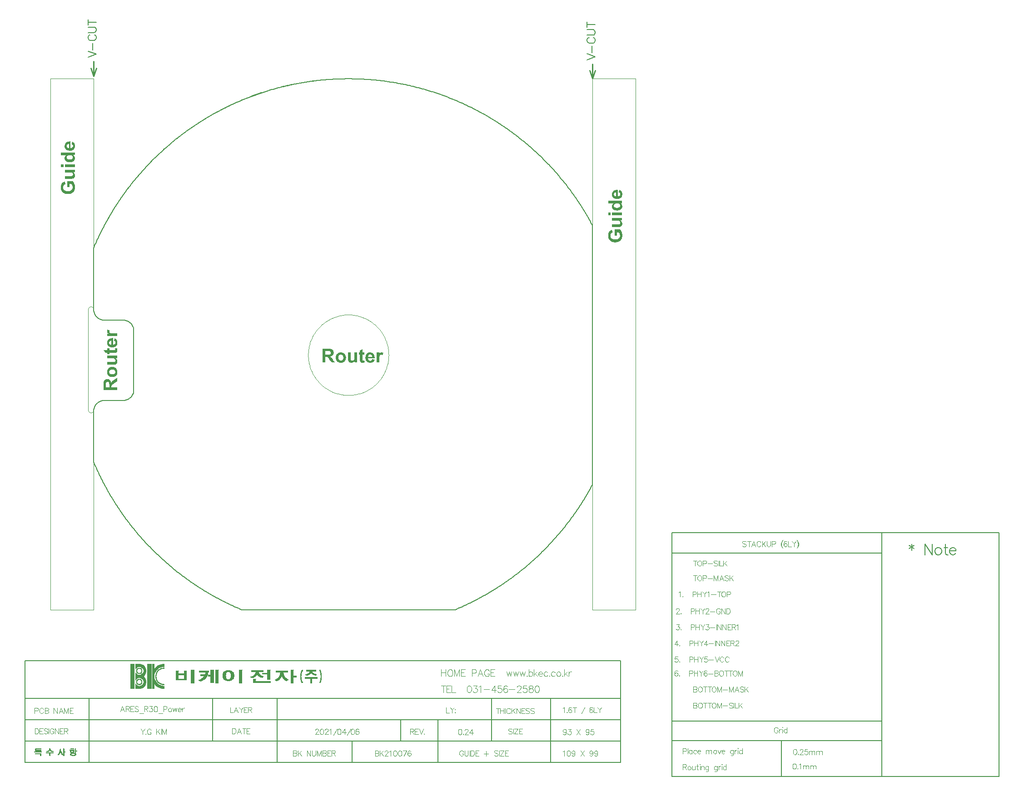
<source format=gko>
G04*
G04 #@! TF.GenerationSoftware,Altium Limited,Altium Designer,18.1.9 (240)*
G04*
G04 Layer_Color=16711935*
%FSLAX44Y44*%
%MOMM*%
G71*
G01*
G75*
%ADD12C,0.2000*%
%ADD14C,0.2540*%
%ADD16C,0.1500*%
%ADD18C,0.1000*%
%ADD19C,0.1800*%
%ADD21C,0.0100*%
%ADD22C,0.0254*%
%ADD23C,0.1524*%
G36*
X-444673Y45824D02*
X-444700Y45768D01*
X-444811Y45602D01*
X-444922Y45380D01*
X-445089Y45074D01*
X-445228Y44714D01*
X-445367Y44325D01*
X-445450Y43936D01*
X-445478Y43520D01*
Y43353D01*
X-445450Y43159D01*
X-445394Y42909D01*
X-445339Y42631D01*
X-445228Y42354D01*
X-445089Y42048D01*
X-444895Y41771D01*
X-444867Y41743D01*
X-444784Y41660D01*
X-444645Y41521D01*
X-444423Y41354D01*
X-444145Y41188D01*
X-443784Y40993D01*
X-443368Y40799D01*
X-442840Y40633D01*
X-442813D01*
X-442757Y40605D01*
X-442674D01*
X-442535Y40577D01*
X-442368Y40549D01*
X-442118Y40521D01*
X-441841Y40466D01*
X-441508Y40438D01*
X-441119Y40410D01*
X-440675Y40355D01*
X-440175Y40327D01*
X-439592Y40299D01*
X-438954Y40272D01*
X-438260D01*
X-437482Y40244D01*
X-436622D01*
X-430903D01*
Y35330D01*
X-449476D01*
Y39883D01*
X-446810D01*
X-446838Y39911D01*
X-446894Y39938D01*
X-446977Y39994D01*
X-447116Y40077D01*
X-447449Y40299D01*
X-447837Y40577D01*
X-448254Y40910D01*
X-448643Y41243D01*
X-449003Y41604D01*
X-449170Y41799D01*
X-449281Y41965D01*
X-449309Y42021D01*
X-449364Y42132D01*
X-449476Y42326D01*
X-449586Y42576D01*
X-449698Y42909D01*
X-449809Y43270D01*
X-449864Y43659D01*
X-449892Y44103D01*
Y44380D01*
X-449864Y44547D01*
X-449836Y44714D01*
X-449781Y45130D01*
X-449670Y45630D01*
X-449503Y46185D01*
X-449253Y46768D01*
X-448948Y47351D01*
X-444673Y45824D01*
D02*
G37*
G36*
X-438787Y19228D02*
X-438759D01*
X-438704D01*
X-438565D01*
X-438426Y19256D01*
X-438232Y19283D01*
X-438010Y19311D01*
X-437538Y19394D01*
X-436982Y19533D01*
X-436399Y19727D01*
X-435844Y20005D01*
X-435345Y20394D01*
Y20422D01*
X-435289Y20449D01*
X-435150Y20588D01*
X-434956Y20838D01*
X-434762Y21171D01*
X-434539Y21588D01*
X-434345Y22087D01*
X-434206Y22643D01*
X-434179Y22948D01*
X-434151Y23253D01*
Y23448D01*
X-434179Y23642D01*
X-434234Y23920D01*
X-434290Y24225D01*
X-434401Y24530D01*
X-434567Y24864D01*
X-434762Y25169D01*
X-434789Y25197D01*
X-434873Y25308D01*
X-435039Y25447D01*
X-435261Y25613D01*
X-435539Y25835D01*
X-435900Y26030D01*
X-436316Y26224D01*
X-436816Y26391D01*
X-435983Y31277D01*
X-435955D01*
X-435872Y31221D01*
X-435733Y31166D01*
X-435539Y31110D01*
X-435317Y30999D01*
X-435067Y30860D01*
X-434762Y30721D01*
X-434456Y30555D01*
X-433790Y30138D01*
X-433124Y29611D01*
X-432457Y29000D01*
X-432152Y28639D01*
X-431874Y28278D01*
X-431847Y28251D01*
X-431819Y28195D01*
X-431735Y28084D01*
X-431652Y27917D01*
X-431541Y27723D01*
X-431430Y27473D01*
X-431319Y27196D01*
X-431180Y26890D01*
X-431041Y26529D01*
X-430930Y26141D01*
X-430819Y25724D01*
X-430708Y25280D01*
X-430625Y24808D01*
X-430542Y24281D01*
X-430514Y23753D01*
X-430486Y23198D01*
Y22976D01*
X-430514Y22726D01*
X-430542Y22393D01*
X-430569Y22004D01*
X-430653Y21532D01*
X-430736Y21032D01*
X-430875Y20477D01*
X-431041Y19894D01*
X-431264Y19311D01*
X-431513Y18728D01*
X-431819Y18117D01*
X-432180Y17562D01*
X-432596Y17007D01*
X-433068Y16507D01*
X-433623Y16035D01*
X-433651Y16007D01*
X-433734Y15952D01*
X-433873Y15869D01*
X-434095Y15758D01*
X-434345Y15619D01*
X-434623Y15452D01*
X-434984Y15286D01*
X-435372Y15119D01*
X-435816Y14952D01*
X-436316Y14786D01*
X-436844Y14619D01*
X-437399Y14481D01*
X-438010Y14369D01*
X-438648Y14286D01*
X-439342Y14231D01*
X-440036Y14203D01*
X-440092D01*
X-440231D01*
X-440480Y14231D01*
X-440786D01*
X-441175Y14286D01*
X-441646Y14342D01*
X-442118Y14397D01*
X-442674Y14508D01*
X-443229Y14619D01*
X-443812Y14786D01*
X-444423Y14980D01*
X-445033Y15202D01*
X-445616Y15480D01*
X-446199Y15813D01*
X-446755Y16174D01*
X-447254Y16590D01*
X-447282Y16618D01*
X-447366Y16702D01*
X-447504Y16840D01*
X-447671Y17035D01*
X-447865Y17257D01*
X-448087Y17562D01*
X-448337Y17895D01*
X-448587Y18256D01*
X-448809Y18673D01*
X-449059Y19145D01*
X-449281Y19644D01*
X-449476Y20199D01*
X-449642Y20755D01*
X-449781Y21365D01*
X-449864Y22032D01*
X-449892Y22698D01*
Y22892D01*
X-449864Y23087D01*
X-449836Y23392D01*
X-449809Y23725D01*
X-449753Y24142D01*
X-449670Y24586D01*
X-449559Y25058D01*
X-449392Y25585D01*
X-449226Y26113D01*
X-449003Y26640D01*
X-448726Y27196D01*
X-448420Y27723D01*
X-448060Y28251D01*
X-447615Y28750D01*
X-447144Y29222D01*
X-447116Y29250D01*
X-447005Y29333D01*
X-446866Y29444D01*
X-446644Y29583D01*
X-446338Y29778D01*
X-445977Y29972D01*
X-445561Y30194D01*
X-445089Y30416D01*
X-444534Y30638D01*
X-443895Y30832D01*
X-443229Y31027D01*
X-442479Y31193D01*
X-441646Y31332D01*
X-440758Y31443D01*
X-439814Y31527D01*
X-438787D01*
Y19228D01*
D02*
G37*
G36*
X-431208Y12593D02*
X-431180Y12537D01*
X-431152Y12454D01*
X-431097Y12315D01*
X-431041Y12148D01*
X-430986Y11954D01*
X-430903Y11732D01*
X-430847Y11482D01*
X-430708Y10927D01*
X-430597Y10261D01*
X-430514Y9511D01*
X-430486Y8734D01*
Y8512D01*
X-430514Y8262D01*
X-430542Y7929D01*
X-430597Y7568D01*
X-430681Y7179D01*
X-430792Y6763D01*
X-430930Y6346D01*
X-430958Y6291D01*
X-431014Y6180D01*
X-431097Y5985D01*
X-431236Y5763D01*
X-431402Y5513D01*
X-431597Y5236D01*
X-431819Y5014D01*
X-432069Y4791D01*
X-432096Y4764D01*
X-432207Y4708D01*
X-432374Y4625D01*
X-432568Y4514D01*
X-432846Y4403D01*
X-433179Y4292D01*
X-433568Y4181D01*
X-433984Y4097D01*
X-434040D01*
X-434151Y4070D01*
X-434262D01*
X-434401Y4042D01*
X-434567D01*
X-434734D01*
X-434956Y4014D01*
X-435206D01*
X-435483Y3986D01*
X-435816D01*
X-436177Y3959D01*
X-436566D01*
X-436982D01*
X-437454D01*
X-445561D01*
Y1710D01*
X-449476D01*
Y3959D01*
X-453168D01*
X-456055Y8873D01*
X-449476D01*
Y12232D01*
X-445561D01*
Y8873D01*
X-438065D01*
X-438037D01*
X-437954D01*
X-437843D01*
X-437704D01*
X-437538D01*
X-437316D01*
X-436871D01*
X-436427Y8900D01*
X-435983D01*
X-435789Y8928D01*
X-435622D01*
X-435483Y8956D01*
X-435400D01*
X-435372D01*
X-435345Y8984D01*
X-435178Y9039D01*
X-434984Y9178D01*
X-434789Y9372D01*
Y9400D01*
X-434762Y9428D01*
X-434734Y9511D01*
X-434678Y9622D01*
X-434595Y9872D01*
X-434567Y10205D01*
Y10344D01*
X-434595Y10483D01*
X-434623Y10705D01*
X-434678Y10983D01*
X-434762Y11343D01*
X-434873Y11732D01*
X-435011Y12176D01*
X-431208Y12620D01*
Y12593D01*
D02*
G37*
G36*
X-430903Y-5925D02*
X-433651D01*
X-433623Y-5980D01*
X-433540Y-6036D01*
X-433429Y-6119D01*
X-433151Y-6341D01*
X-432818Y-6647D01*
X-432457Y-7035D01*
X-432041Y-7479D01*
X-431680Y-8035D01*
X-431319Y-8618D01*
Y-8645D01*
X-431291Y-8701D01*
X-431236Y-8784D01*
X-431180Y-8895D01*
X-431125Y-9062D01*
X-431069Y-9228D01*
X-430903Y-9673D01*
X-430764Y-10172D01*
X-430625Y-10783D01*
X-430514Y-11422D01*
X-430486Y-12088D01*
Y-12393D01*
X-430514Y-12560D01*
X-430542Y-12754D01*
X-430597Y-13198D01*
X-430681Y-13726D01*
X-430819Y-14281D01*
X-431014Y-14864D01*
X-431291Y-15447D01*
Y-15475D01*
X-431319Y-15503D01*
X-431375Y-15586D01*
X-431458Y-15697D01*
X-431624Y-15947D01*
X-431902Y-16252D01*
X-432207Y-16613D01*
X-432624Y-16974D01*
X-433068Y-17307D01*
X-433596Y-17585D01*
X-433623D01*
X-433679Y-17613D01*
X-433762Y-17640D01*
X-433873Y-17696D01*
X-434012Y-17724D01*
X-434206Y-17779D01*
X-434428Y-17835D01*
X-434678Y-17890D01*
X-434956Y-17974D01*
X-435261Y-18029D01*
X-435594Y-18085D01*
X-435955Y-18112D01*
X-436344Y-18168D01*
X-436788Y-18196D01*
X-437704Y-18223D01*
X-449476D01*
Y-13310D01*
X-440925D01*
X-440869D01*
X-440758D01*
X-440564D01*
X-440314D01*
X-439981D01*
X-439648Y-13282D01*
X-439259D01*
X-438870D01*
X-438037Y-13254D01*
X-437621Y-13226D01*
X-437260Y-13198D01*
X-436899Y-13171D01*
X-436594Y-13143D01*
X-436316Y-13115D01*
X-436122Y-13060D01*
X-436094Y-13032D01*
X-435983Y-13004D01*
X-435816Y-12921D01*
X-435622Y-12838D01*
X-435400Y-12699D01*
X-435178Y-12532D01*
X-434956Y-12338D01*
X-434734Y-12088D01*
X-434706Y-12060D01*
X-434650Y-11949D01*
X-434567Y-11810D01*
X-434484Y-11588D01*
X-434401Y-11311D01*
X-434317Y-11005D01*
X-434262Y-10644D01*
X-434234Y-10256D01*
Y-10034D01*
X-434262Y-9811D01*
X-434317Y-9506D01*
X-434401Y-9173D01*
X-434512Y-8784D01*
X-434678Y-8396D01*
X-434900Y-8035D01*
X-434928Y-7979D01*
X-435039Y-7868D01*
X-435178Y-7702D01*
X-435372Y-7479D01*
X-435622Y-7257D01*
X-435928Y-7035D01*
X-436261Y-6841D01*
X-436622Y-6674D01*
X-436677Y-6647D01*
X-436733D01*
X-436844Y-6619D01*
X-436982Y-6591D01*
X-437149Y-6563D01*
X-437371Y-6508D01*
X-437621Y-6480D01*
X-437926Y-6452D01*
X-438287Y-6397D01*
X-438704Y-6369D01*
X-439176Y-6341D01*
X-439675Y-6313D01*
X-440258D01*
X-440897Y-6286D01*
X-441619D01*
X-449476D01*
Y-1372D01*
X-430903D01*
Y-5925D01*
D02*
G37*
G36*
X-439814Y-22027D02*
X-439537D01*
X-439176Y-22082D01*
X-438759Y-22138D01*
X-438287Y-22221D01*
X-437788Y-22332D01*
X-437232Y-22471D01*
X-436677Y-22665D01*
X-436094Y-22887D01*
X-435511Y-23137D01*
X-434900Y-23470D01*
X-434345Y-23831D01*
X-433762Y-24248D01*
X-433235Y-24720D01*
X-433207Y-24748D01*
X-433124Y-24831D01*
X-432985Y-24997D01*
X-432818Y-25220D01*
X-432596Y-25469D01*
X-432374Y-25803D01*
X-432124Y-26163D01*
X-431874Y-26580D01*
X-431597Y-27052D01*
X-431347Y-27579D01*
X-431125Y-28135D01*
X-430930Y-28745D01*
X-430736Y-29384D01*
X-430597Y-30078D01*
X-430514Y-30800D01*
X-430486Y-31549D01*
Y-31799D01*
X-430514Y-31993D01*
Y-32215D01*
X-430542Y-32465D01*
X-430569Y-32771D01*
X-430625Y-33104D01*
X-430764Y-33853D01*
X-430958Y-34686D01*
X-431236Y-35547D01*
X-431624Y-36408D01*
X-431652Y-36435D01*
X-431680Y-36519D01*
X-431735Y-36630D01*
X-431847Y-36796D01*
X-431958Y-36991D01*
X-432124Y-37185D01*
X-432485Y-37712D01*
X-432957Y-38268D01*
X-433540Y-38851D01*
X-434234Y-39406D01*
X-435011Y-39906D01*
X-435039D01*
X-435122Y-39961D01*
X-435233Y-40017D01*
X-435400Y-40100D01*
X-435622Y-40183D01*
X-435872Y-40294D01*
X-436177Y-40378D01*
X-436511Y-40489D01*
X-436899Y-40600D01*
X-437316Y-40711D01*
X-437760Y-40822D01*
X-438232Y-40905D01*
X-438731Y-40988D01*
X-439287Y-41044D01*
X-439842Y-41072D01*
X-440425Y-41099D01*
X-440453D01*
X-440536D01*
X-440675D01*
X-440841Y-41072D01*
X-441063D01*
X-441341Y-41044D01*
X-441619Y-40988D01*
X-441952Y-40961D01*
X-442674Y-40794D01*
X-443479Y-40600D01*
X-444312Y-40294D01*
X-444756Y-40128D01*
X-445172Y-39906D01*
X-445200Y-39878D01*
X-445283Y-39850D01*
X-445394Y-39767D01*
X-445561Y-39684D01*
X-445755Y-39573D01*
X-445977Y-39406D01*
X-446477Y-39045D01*
X-447032Y-38545D01*
X-447615Y-37962D01*
X-448171Y-37296D01*
X-448670Y-36519D01*
X-448698Y-36491D01*
X-448726Y-36408D01*
X-448781Y-36297D01*
X-448865Y-36130D01*
X-448948Y-35908D01*
X-449059Y-35658D01*
X-449170Y-35380D01*
X-449281Y-35075D01*
X-449392Y-34714D01*
X-449503Y-34325D01*
X-449698Y-33493D01*
X-449836Y-32576D01*
X-449892Y-32077D01*
Y-31383D01*
X-449864Y-31161D01*
X-449836Y-30883D01*
X-449809Y-30522D01*
X-449753Y-30106D01*
X-449670Y-29634D01*
X-449559Y-29134D01*
X-449392Y-28606D01*
X-449226Y-28051D01*
X-449003Y-27468D01*
X-448726Y-26913D01*
X-448420Y-26330D01*
X-448060Y-25747D01*
X-447615Y-25220D01*
X-447144Y-24692D01*
X-447116Y-24664D01*
X-447005Y-24581D01*
X-446866Y-24442D01*
X-446644Y-24276D01*
X-446366Y-24053D01*
X-446061Y-23831D01*
X-445672Y-23609D01*
X-445256Y-23332D01*
X-444784Y-23082D01*
X-444256Y-22860D01*
X-443673Y-22610D01*
X-443062Y-22415D01*
X-442424Y-22249D01*
X-441730Y-22110D01*
X-441008Y-22027D01*
X-440231Y-21999D01*
X-440175D01*
X-440036D01*
X-439814Y-22027D01*
D02*
G37*
G36*
X-430903Y-48928D02*
X-436483Y-52676D01*
X-436511Y-52704D01*
X-436622Y-52760D01*
X-436760Y-52871D01*
X-436955Y-53009D01*
X-437205Y-53148D01*
X-437454Y-53343D01*
X-438065Y-53759D01*
X-438704Y-54231D01*
X-439314Y-54675D01*
X-439592Y-54897D01*
X-439842Y-55092D01*
X-440064Y-55258D01*
X-440231Y-55425D01*
X-440258Y-55452D01*
X-440369Y-55536D01*
X-440480Y-55702D01*
X-440647Y-55897D01*
X-440841Y-56119D01*
X-441008Y-56396D01*
X-441175Y-56674D01*
X-441286Y-56979D01*
X-441313Y-57007D01*
X-441341Y-57146D01*
X-441397Y-57340D01*
X-441452Y-57618D01*
X-441508Y-57979D01*
X-441535Y-58423D01*
X-441591Y-58951D01*
Y-60616D01*
X-430903D01*
Y-65780D01*
X-456527D01*
Y-54231D01*
X-456499Y-53898D01*
Y-53509D01*
X-456472Y-53065D01*
X-456444Y-52621D01*
X-456361Y-51621D01*
X-456222Y-50650D01*
X-456166Y-50178D01*
X-456055Y-49706D01*
X-455944Y-49289D01*
X-455833Y-48928D01*
Y-48901D01*
X-455805Y-48845D01*
X-455750Y-48762D01*
X-455694Y-48623D01*
X-455611Y-48456D01*
X-455528Y-48290D01*
X-455278Y-47846D01*
X-454917Y-47374D01*
X-454500Y-46902D01*
X-453973Y-46402D01*
X-453362Y-45958D01*
X-453334D01*
X-453279Y-45902D01*
X-453196Y-45847D01*
X-453057Y-45791D01*
X-452890Y-45680D01*
X-452696Y-45597D01*
X-452446Y-45486D01*
X-452196Y-45375D01*
X-451613Y-45181D01*
X-450919Y-44986D01*
X-450169Y-44875D01*
X-449337Y-44820D01*
X-449309D01*
X-449198D01*
X-449059D01*
X-448865Y-44847D01*
X-448615Y-44875D01*
X-448337Y-44903D01*
X-448004Y-44958D01*
X-447671Y-45042D01*
X-446894Y-45236D01*
X-446505Y-45375D01*
X-446116Y-45541D01*
X-445700Y-45736D01*
X-445311Y-45958D01*
X-444922Y-46208D01*
X-444562Y-46513D01*
X-444534Y-46541D01*
X-444478Y-46596D01*
X-444395Y-46680D01*
X-444256Y-46818D01*
X-444117Y-47013D01*
X-443951Y-47235D01*
X-443756Y-47485D01*
X-443562Y-47790D01*
X-443340Y-48123D01*
X-443146Y-48484D01*
X-442951Y-48901D01*
X-442757Y-49373D01*
X-442590Y-49872D01*
X-442424Y-50400D01*
X-442285Y-50983D01*
X-442174Y-51593D01*
Y-51566D01*
X-442118Y-51510D01*
X-442091Y-51427D01*
X-442007Y-51316D01*
X-441813Y-51010D01*
X-441535Y-50622D01*
X-441230Y-50178D01*
X-440869Y-49706D01*
X-440453Y-49234D01*
X-440036Y-48817D01*
X-439981Y-48762D01*
X-439897Y-48706D01*
X-439814Y-48623D01*
X-439675Y-48512D01*
X-439509Y-48373D01*
X-439314Y-48207D01*
X-439092Y-48040D01*
X-438815Y-47846D01*
X-438509Y-47624D01*
X-438176Y-47374D01*
X-437788Y-47124D01*
X-437371Y-46846D01*
X-436899Y-46541D01*
X-436427Y-46208D01*
X-435872Y-45875D01*
X-430903Y-42737D01*
Y-48928D01*
D02*
G37*
G36*
X62047Y4864D02*
X62214Y4836D01*
X62630Y4781D01*
X63130Y4670D01*
X63685Y4503D01*
X64268Y4253D01*
X64851Y3948D01*
X63324Y-327D01*
X63268Y-300D01*
X63102Y-189D01*
X62880Y-77D01*
X62574Y89D01*
X62214Y228D01*
X61825Y367D01*
X61436Y450D01*
X61020Y478D01*
X60853D01*
X60659Y450D01*
X60409Y395D01*
X60131Y339D01*
X59854Y228D01*
X59548Y89D01*
X59271Y-105D01*
X59243Y-133D01*
X59160Y-216D01*
X59021Y-355D01*
X58854Y-577D01*
X58688Y-855D01*
X58493Y-1216D01*
X58299Y-1632D01*
X58133Y-2160D01*
Y-2187D01*
X58105Y-2243D01*
Y-2326D01*
X58077Y-2465D01*
X58049Y-2632D01*
X58021Y-2882D01*
X57966Y-3159D01*
X57938Y-3492D01*
X57910Y-3881D01*
X57855Y-4325D01*
X57827Y-4825D01*
X57799Y-5408D01*
X57772Y-6046D01*
Y-6740D01*
X57744Y-7518D01*
Y-8378D01*
Y-14097D01*
X52830D01*
Y4475D01*
X57383D01*
Y1810D01*
X57411Y1838D01*
X57438Y1894D01*
X57494Y1977D01*
X57577Y2116D01*
X57799Y2449D01*
X58077Y2837D01*
X58410Y3254D01*
X58743Y3643D01*
X59104Y4004D01*
X59299Y4170D01*
X59465Y4281D01*
X59521Y4309D01*
X59632Y4365D01*
X59826Y4475D01*
X60076Y4587D01*
X60409Y4698D01*
X60770Y4809D01*
X61159Y4864D01*
X61603Y4892D01*
X61880D01*
X62047Y4864D01*
D02*
G37*
G36*
X16128Y-14097D02*
X11575D01*
Y-11349D01*
X11520Y-11377D01*
X11464Y-11460D01*
X11381Y-11571D01*
X11159Y-11849D01*
X10854Y-12182D01*
X10465Y-12543D01*
X10021Y-12959D01*
X9465Y-13320D01*
X8882Y-13681D01*
X8855D01*
X8799Y-13709D01*
X8716Y-13764D01*
X8605Y-13820D01*
X8438Y-13875D01*
X8272Y-13931D01*
X7827Y-14097D01*
X7328Y-14236D01*
X6717Y-14375D01*
X6078Y-14486D01*
X5412Y-14514D01*
X5107D01*
X4940Y-14486D01*
X4746Y-14458D01*
X4302Y-14403D01*
X3774Y-14319D01*
X3219Y-14181D01*
X2636Y-13986D01*
X2053Y-13709D01*
X2025D01*
X1997Y-13681D01*
X1914Y-13626D01*
X1803Y-13542D01*
X1553Y-13376D01*
X1248Y-13098D01*
X887Y-12793D01*
X526Y-12376D01*
X193Y-11932D01*
X-85Y-11405D01*
Y-11377D01*
X-113Y-11321D01*
X-140Y-11238D01*
X-196Y-11127D01*
X-224Y-10988D01*
X-279Y-10794D01*
X-335Y-10572D01*
X-390Y-10322D01*
X-474Y-10044D01*
X-529Y-9739D01*
X-585Y-9406D01*
X-612Y-9045D01*
X-668Y-8656D01*
X-696Y-8212D01*
X-723Y-7296D01*
Y4475D01*
X4191D01*
Y-4075D01*
Y-4131D01*
Y-4242D01*
Y-4436D01*
Y-4686D01*
Y-5019D01*
X4218Y-5352D01*
Y-5741D01*
Y-6130D01*
X4246Y-6963D01*
X4274Y-7379D01*
X4302Y-7740D01*
X4329Y-8101D01*
X4357Y-8406D01*
X4385Y-8684D01*
X4440Y-8878D01*
X4468Y-8906D01*
X4496Y-9017D01*
X4579Y-9183D01*
X4663Y-9378D01*
X4801Y-9600D01*
X4968Y-9822D01*
X5162Y-10044D01*
X5412Y-10266D01*
X5440Y-10294D01*
X5551Y-10350D01*
X5690Y-10433D01*
X5912Y-10516D01*
X6189Y-10599D01*
X6495Y-10683D01*
X6856Y-10738D01*
X7244Y-10766D01*
X7466D01*
X7689Y-10738D01*
X7994Y-10683D01*
X8327Y-10599D01*
X8716Y-10488D01*
X9104Y-10322D01*
X9465Y-10100D01*
X9521Y-10072D01*
X9632Y-9961D01*
X9798Y-9822D01*
X10021Y-9628D01*
X10243Y-9378D01*
X10465Y-9072D01*
X10659Y-8739D01*
X10826Y-8378D01*
X10854Y-8323D01*
Y-8267D01*
X10881Y-8156D01*
X10909Y-8018D01*
X10937Y-7851D01*
X10992Y-7629D01*
X11020Y-7379D01*
X11048Y-7074D01*
X11103Y-6713D01*
X11131Y-6296D01*
X11159Y-5824D01*
X11187Y-5325D01*
Y-4742D01*
X11214Y-4103D01*
Y-3381D01*
Y4475D01*
X16128D01*
Y-14097D01*
D02*
G37*
G36*
X-36398Y11499D02*
X-36009D01*
X-35565Y11472D01*
X-35121Y11444D01*
X-34121Y11360D01*
X-33150Y11222D01*
X-32678Y11166D01*
X-32206Y11055D01*
X-31789Y10944D01*
X-31428Y10833D01*
X-31401D01*
X-31345Y10805D01*
X-31262Y10750D01*
X-31123Y10694D01*
X-30956Y10611D01*
X-30790Y10528D01*
X-30346Y10278D01*
X-29874Y9917D01*
X-29402Y9500D01*
X-28902Y8973D01*
X-28458Y8362D01*
Y8334D01*
X-28402Y8279D01*
X-28347Y8196D01*
X-28291Y8057D01*
X-28180Y7890D01*
X-28097Y7696D01*
X-27986Y7446D01*
X-27875Y7196D01*
X-27680Y6613D01*
X-27486Y5919D01*
X-27375Y5170D01*
X-27320Y4337D01*
Y4309D01*
Y4198D01*
Y4059D01*
X-27347Y3865D01*
X-27375Y3615D01*
X-27403Y3337D01*
X-27458Y3004D01*
X-27542Y2671D01*
X-27736Y1894D01*
X-27875Y1505D01*
X-28041Y1116D01*
X-28236Y700D01*
X-28458Y311D01*
X-28708Y-77D01*
X-29013Y-438D01*
X-29041Y-466D01*
X-29096Y-522D01*
X-29180Y-605D01*
X-29318Y-744D01*
X-29513Y-883D01*
X-29735Y-1049D01*
X-29985Y-1243D01*
X-30290Y-1438D01*
X-30623Y-1660D01*
X-30984Y-1854D01*
X-31401Y-2049D01*
X-31873Y-2243D01*
X-32372Y-2410D01*
X-32900Y-2576D01*
X-33483Y-2715D01*
X-34093Y-2826D01*
X-34066D01*
X-34010Y-2882D01*
X-33927Y-2909D01*
X-33816Y-2993D01*
X-33510Y-3187D01*
X-33122Y-3465D01*
X-32678Y-3770D01*
X-32206Y-4131D01*
X-31734Y-4547D01*
X-31317Y-4964D01*
X-31262Y-5019D01*
X-31206Y-5102D01*
X-31123Y-5186D01*
X-31012Y-5325D01*
X-30873Y-5491D01*
X-30707Y-5685D01*
X-30540Y-5908D01*
X-30346Y-6185D01*
X-30124Y-6491D01*
X-29874Y-6824D01*
X-29624Y-7212D01*
X-29346Y-7629D01*
X-29041Y-8101D01*
X-28708Y-8573D01*
X-28375Y-9128D01*
X-25237Y-14097D01*
X-31428D01*
X-35176Y-8517D01*
X-35204Y-8490D01*
X-35259Y-8378D01*
X-35371Y-8240D01*
X-35509Y-8045D01*
X-35648Y-7795D01*
X-35842Y-7546D01*
X-36259Y-6935D01*
X-36731Y-6296D01*
X-37175Y-5685D01*
X-37397Y-5408D01*
X-37592Y-5158D01*
X-37758Y-4936D01*
X-37925Y-4769D01*
X-37952Y-4742D01*
X-38036Y-4631D01*
X-38202Y-4520D01*
X-38397Y-4353D01*
X-38619Y-4159D01*
X-38896Y-3992D01*
X-39174Y-3825D01*
X-39479Y-3714D01*
X-39507Y-3687D01*
X-39646Y-3659D01*
X-39840Y-3603D01*
X-40118Y-3548D01*
X-40479Y-3492D01*
X-40923Y-3465D01*
X-41451Y-3409D01*
X-43116D01*
Y-14097D01*
X-48280D01*
Y11527D01*
X-36731D01*
X-36398Y11499D01*
D02*
G37*
G36*
X40587Y4864D02*
X40892Y4836D01*
X41225Y4809D01*
X41642Y4753D01*
X42086Y4670D01*
X42558Y4559D01*
X43085Y4392D01*
X43613Y4226D01*
X44140Y4004D01*
X44696Y3726D01*
X45223Y3420D01*
X45751Y3060D01*
X46250Y2615D01*
X46722Y2144D01*
X46750Y2116D01*
X46833Y2005D01*
X46944Y1866D01*
X47083Y1644D01*
X47277Y1338D01*
X47472Y978D01*
X47694Y561D01*
X47916Y89D01*
X48138Y-466D01*
X48332Y-1105D01*
X48527Y-1771D01*
X48693Y-2521D01*
X48832Y-3353D01*
X48943Y-4242D01*
X49026Y-5186D01*
Y-6213D01*
X36728D01*
Y-6241D01*
Y-6296D01*
Y-6435D01*
X36756Y-6574D01*
X36783Y-6768D01*
X36811Y-6990D01*
X36894Y-7462D01*
X37033Y-8018D01*
X37228Y-8601D01*
X37505Y-9156D01*
X37894Y-9656D01*
X37922D01*
X37949Y-9711D01*
X38088Y-9850D01*
X38338Y-10044D01*
X38671Y-10238D01*
X39088Y-10461D01*
X39587Y-10655D01*
X40143Y-10794D01*
X40448Y-10821D01*
X40753Y-10849D01*
X40948D01*
X41142Y-10821D01*
X41420Y-10766D01*
X41725Y-10710D01*
X42030Y-10599D01*
X42364Y-10433D01*
X42669Y-10238D01*
X42697Y-10211D01*
X42808Y-10127D01*
X42947Y-9961D01*
X43113Y-9739D01*
X43335Y-9461D01*
X43530Y-9100D01*
X43724Y-8684D01*
X43891Y-8184D01*
X48777Y-9017D01*
Y-9045D01*
X48721Y-9128D01*
X48666Y-9267D01*
X48610Y-9461D01*
X48499Y-9683D01*
X48360Y-9933D01*
X48221Y-10238D01*
X48055Y-10544D01*
X47638Y-11210D01*
X47111Y-11876D01*
X46500Y-12543D01*
X46139Y-12848D01*
X45778Y-13126D01*
X45751Y-13154D01*
X45695Y-13181D01*
X45584Y-13264D01*
X45417Y-13348D01*
X45223Y-13459D01*
X44973Y-13570D01*
X44696Y-13681D01*
X44390Y-13820D01*
X44029Y-13959D01*
X43641Y-14070D01*
X43224Y-14181D01*
X42780Y-14292D01*
X42308Y-14375D01*
X41781Y-14458D01*
X41253Y-14486D01*
X40698Y-14514D01*
X40476D01*
X40226Y-14486D01*
X39893Y-14458D01*
X39504Y-14431D01*
X39032Y-14347D01*
X38532Y-14264D01*
X37977Y-14125D01*
X37394Y-13959D01*
X36811Y-13736D01*
X36228Y-13487D01*
X35617Y-13181D01*
X35062Y-12820D01*
X34507Y-12404D01*
X34007Y-11932D01*
X33535Y-11377D01*
X33507Y-11349D01*
X33452Y-11266D01*
X33369Y-11127D01*
X33258Y-10905D01*
X33119Y-10655D01*
X32952Y-10377D01*
X32786Y-10016D01*
X32619Y-9628D01*
X32452Y-9183D01*
X32286Y-8684D01*
X32119Y-8156D01*
X31981Y-7601D01*
X31869Y-6990D01*
X31786Y-6352D01*
X31731Y-5658D01*
X31703Y-4964D01*
Y-4908D01*
Y-4769D01*
X31731Y-4519D01*
Y-4214D01*
X31786Y-3825D01*
X31842Y-3353D01*
X31897Y-2882D01*
X32008Y-2326D01*
X32119Y-1771D01*
X32286Y-1188D01*
X32480Y-577D01*
X32702Y34D01*
X32980Y617D01*
X33313Y1200D01*
X33674Y1755D01*
X34090Y2254D01*
X34118Y2282D01*
X34202Y2366D01*
X34340Y2504D01*
X34535Y2671D01*
X34757Y2865D01*
X35062Y3087D01*
X35395Y3337D01*
X35756Y3587D01*
X36173Y3809D01*
X36645Y4059D01*
X37144Y4281D01*
X37699Y4475D01*
X38255Y4642D01*
X38865Y4781D01*
X39532Y4864D01*
X40198Y4892D01*
X40392D01*
X40587Y4864D01*
D02*
G37*
G36*
X26372Y4475D02*
X29732D01*
Y561D01*
X26372D01*
Y-6935D01*
Y-6963D01*
Y-7046D01*
Y-7157D01*
Y-7296D01*
Y-7462D01*
Y-7684D01*
Y-8128D01*
X26400Y-8573D01*
Y-9017D01*
X26428Y-9211D01*
Y-9378D01*
X26456Y-9517D01*
Y-9600D01*
Y-9628D01*
X26484Y-9656D01*
X26539Y-9822D01*
X26678Y-10016D01*
X26872Y-10211D01*
X26900D01*
X26928Y-10238D01*
X27011Y-10266D01*
X27122Y-10322D01*
X27372Y-10405D01*
X27705Y-10433D01*
X27844D01*
X27983Y-10405D01*
X28205Y-10377D01*
X28482Y-10322D01*
X28843Y-10238D01*
X29232Y-10127D01*
X29676Y-9989D01*
X30120Y-13792D01*
X30093D01*
X30037Y-13820D01*
X29954Y-13848D01*
X29815Y-13903D01*
X29648Y-13959D01*
X29454Y-14014D01*
X29232Y-14097D01*
X28982Y-14153D01*
X28427Y-14292D01*
X27761Y-14403D01*
X27011Y-14486D01*
X26234Y-14514D01*
X26012D01*
X25762Y-14486D01*
X25429Y-14458D01*
X25068Y-14403D01*
X24679Y-14319D01*
X24263Y-14209D01*
X23846Y-14070D01*
X23791Y-14042D01*
X23680Y-13986D01*
X23485Y-13903D01*
X23263Y-13764D01*
X23013Y-13598D01*
X22736Y-13403D01*
X22514Y-13181D01*
X22292Y-12931D01*
X22264Y-12904D01*
X22208Y-12793D01*
X22125Y-12626D01*
X22014Y-12432D01*
X21903Y-12154D01*
X21792Y-11821D01*
X21681Y-11432D01*
X21597Y-11016D01*
Y-10960D01*
X21570Y-10849D01*
Y-10738D01*
X21542Y-10599D01*
Y-10433D01*
Y-10266D01*
X21514Y-10044D01*
Y-9794D01*
X21486Y-9517D01*
Y-9183D01*
X21459Y-8823D01*
Y-8434D01*
Y-8018D01*
Y-7546D01*
Y561D01*
X19210D01*
Y4475D01*
X21459D01*
Y8168D01*
X26372Y11055D01*
Y4475D01*
D02*
G37*
G36*
X-13661Y4864D02*
X-13383Y4836D01*
X-13022Y4809D01*
X-12606Y4753D01*
X-12134Y4670D01*
X-11634Y4559D01*
X-11106Y4392D01*
X-10551Y4226D01*
X-9968Y4004D01*
X-9413Y3726D01*
X-8830Y3420D01*
X-8247Y3060D01*
X-7719Y2615D01*
X-7192Y2144D01*
X-7164Y2116D01*
X-7081Y2005D01*
X-6942Y1866D01*
X-6776Y1644D01*
X-6553Y1366D01*
X-6331Y1061D01*
X-6109Y672D01*
X-5832Y256D01*
X-5582Y-216D01*
X-5360Y-744D01*
X-5110Y-1327D01*
X-4915Y-1938D01*
X-4749Y-2576D01*
X-4610Y-3270D01*
X-4527Y-3992D01*
X-4499Y-4769D01*
Y-4825D01*
Y-4964D01*
X-4527Y-5186D01*
Y-5463D01*
X-4582Y-5824D01*
X-4638Y-6241D01*
X-4721Y-6713D01*
X-4832Y-7212D01*
X-4971Y-7768D01*
X-5165Y-8323D01*
X-5387Y-8906D01*
X-5637Y-9489D01*
X-5970Y-10100D01*
X-6331Y-10655D01*
X-6748Y-11238D01*
X-7220Y-11765D01*
X-7247Y-11793D01*
X-7331Y-11876D01*
X-7497Y-12015D01*
X-7719Y-12182D01*
X-7969Y-12404D01*
X-8302Y-12626D01*
X-8663Y-12876D01*
X-9080Y-13126D01*
X-9552Y-13403D01*
X-10079Y-13653D01*
X-10634Y-13875D01*
X-11245Y-14070D01*
X-11884Y-14264D01*
X-12578Y-14403D01*
X-13300Y-14486D01*
X-14049Y-14514D01*
X-14299D01*
X-14493Y-14486D01*
X-14715D01*
X-14965Y-14458D01*
X-15271Y-14431D01*
X-15604Y-14375D01*
X-16353Y-14236D01*
X-17186Y-14042D01*
X-18047Y-13764D01*
X-18908Y-13376D01*
X-18935Y-13348D01*
X-19019Y-13320D01*
X-19130Y-13265D01*
X-19296Y-13154D01*
X-19491Y-13043D01*
X-19685Y-12876D01*
X-20212Y-12515D01*
X-20768Y-12043D01*
X-21351Y-11460D01*
X-21906Y-10766D01*
X-22406Y-9989D01*
Y-9961D01*
X-22461Y-9878D01*
X-22517Y-9766D01*
X-22600Y-9600D01*
X-22683Y-9378D01*
X-22794Y-9128D01*
X-22878Y-8823D01*
X-22989Y-8490D01*
X-23100Y-8101D01*
X-23211Y-7684D01*
X-23322Y-7240D01*
X-23405Y-6768D01*
X-23488Y-6269D01*
X-23544Y-5713D01*
X-23572Y-5158D01*
X-23599Y-4575D01*
Y-4547D01*
Y-4464D01*
Y-4325D01*
X-23572Y-4159D01*
Y-3936D01*
X-23544Y-3659D01*
X-23488Y-3381D01*
X-23461Y-3048D01*
X-23294Y-2326D01*
X-23100Y-1521D01*
X-22794Y-688D01*
X-22628Y-244D01*
X-22406Y172D01*
X-22378Y200D01*
X-22350Y283D01*
X-22267Y394D01*
X-22183Y561D01*
X-22073Y755D01*
X-21906Y977D01*
X-21545Y1477D01*
X-21045Y2032D01*
X-20462Y2615D01*
X-19796Y3171D01*
X-19019Y3670D01*
X-18991Y3698D01*
X-18908Y3726D01*
X-18797Y3781D01*
X-18630Y3865D01*
X-18408Y3948D01*
X-18158Y4059D01*
X-17880Y4170D01*
X-17575Y4281D01*
X-17214Y4392D01*
X-16825Y4503D01*
X-15993Y4698D01*
X-15076Y4836D01*
X-14577Y4892D01*
X-13883D01*
X-13661Y4864D01*
D02*
G37*
G36*
X502116Y295924D02*
X502143D01*
X502199D01*
X502338D01*
X502477Y295952D01*
X502671Y295979D01*
X502893Y296007D01*
X503365Y296091D01*
X503920Y296229D01*
X504503Y296424D01*
X505058Y296701D01*
X505558Y297090D01*
Y297118D01*
X505614Y297146D01*
X505752Y297284D01*
X505947Y297534D01*
X506141Y297867D01*
X506363Y298284D01*
X506558Y298783D01*
X506696Y299339D01*
X506724Y299644D01*
X506752Y299949D01*
Y300144D01*
X506724Y300338D01*
X506669Y300616D01*
X506613Y300921D01*
X506502Y301227D01*
X506335Y301560D01*
X506141Y301865D01*
X506113Y301893D01*
X506030Y302004D01*
X505863Y302143D01*
X505641Y302309D01*
X505364Y302531D01*
X505003Y302726D01*
X504586Y302920D01*
X504087Y303087D01*
X504920Y307973D01*
X504947D01*
X505031Y307917D01*
X505169Y307862D01*
X505364Y307806D01*
X505586Y307695D01*
X505836Y307556D01*
X506141Y307418D01*
X506446Y307251D01*
X507113Y306835D01*
X507779Y306307D01*
X508445Y305696D01*
X508751Y305335D01*
X509028Y304974D01*
X509056Y304947D01*
X509084Y304891D01*
X509167Y304780D01*
X509250Y304614D01*
X509361Y304419D01*
X509473Y304169D01*
X509584Y303892D01*
X509722Y303586D01*
X509861Y303225D01*
X509972Y302837D01*
X510083Y302420D01*
X510194Y301976D01*
X510278Y301504D01*
X510361Y300977D01*
X510389Y300449D01*
X510416Y299894D01*
Y299672D01*
X510389Y299422D01*
X510361Y299089D01*
X510333Y298700D01*
X510250Y298228D01*
X510167Y297729D01*
X510028Y297173D01*
X509861Y296590D01*
X509639Y296007D01*
X509389Y295424D01*
X509084Y294813D01*
X508723Y294258D01*
X508307Y293703D01*
X507835Y293203D01*
X507279Y292731D01*
X507252Y292704D01*
X507168Y292648D01*
X507029Y292565D01*
X506807Y292454D01*
X506558Y292315D01*
X506280Y292148D01*
X505919Y291982D01*
X505530Y291815D01*
X505086Y291649D01*
X504586Y291482D01*
X504059Y291315D01*
X503504Y291177D01*
X502893Y291066D01*
X502254Y290982D01*
X501560Y290927D01*
X500866Y290899D01*
X500811D01*
X500672D01*
X500422Y290927D01*
X500117D01*
X499728Y290982D01*
X499256Y291038D01*
X498784Y291093D01*
X498229Y291204D01*
X497674Y291315D01*
X497091Y291482D01*
X496480Y291676D01*
X495869Y291898D01*
X495286Y292176D01*
X494703Y292509D01*
X494148Y292870D01*
X493648Y293287D01*
X493620Y293314D01*
X493537Y293398D01*
X493398Y293536D01*
X493232Y293731D01*
X493037Y293953D01*
X492815Y294258D01*
X492565Y294591D01*
X492315Y294952D01*
X492093Y295369D01*
X491843Y295841D01*
X491621Y296340D01*
X491427Y296896D01*
X491260Y297451D01*
X491122Y298062D01*
X491038Y298728D01*
X491011Y299394D01*
Y299589D01*
X491038Y299783D01*
X491066Y300088D01*
X491094Y300422D01*
X491149Y300838D01*
X491233Y301282D01*
X491344Y301754D01*
X491510Y302281D01*
X491677Y302809D01*
X491899Y303337D01*
X492177Y303892D01*
X492482Y304419D01*
X492843Y304947D01*
X493287Y305446D01*
X493759Y305918D01*
X493787Y305946D01*
X493898Y306029D01*
X494037Y306140D01*
X494259Y306279D01*
X494564Y306474D01*
X494925Y306668D01*
X495342Y306890D01*
X495813Y307112D01*
X496369Y307334D01*
X497007Y307529D01*
X497674Y307723D01*
X498423Y307889D01*
X499256Y308028D01*
X500144Y308139D01*
X501088Y308223D01*
X502116D01*
Y295924D01*
D02*
G37*
G36*
X510000Y282931D02*
X507307D01*
X507363Y282876D01*
X507446Y282820D01*
X507529Y282737D01*
X507835Y282487D01*
X508168Y282182D01*
X508556Y281765D01*
X508973Y281321D01*
X509334Y280794D01*
X509667Y280238D01*
Y280211D01*
X509695Y280183D01*
X509722Y280072D01*
X509778Y279961D01*
X509917Y279655D01*
X510028Y279267D01*
X510167Y278795D01*
X510305Y278267D01*
X510389Y277712D01*
X510416Y277129D01*
Y276990D01*
X510389Y276824D01*
Y276602D01*
X510333Y276324D01*
X510278Y275991D01*
X510194Y275630D01*
X510083Y275241D01*
X509972Y274825D01*
X509806Y274380D01*
X509584Y273936D01*
X509334Y273464D01*
X509056Y273020D01*
X508695Y272548D01*
X508307Y272104D01*
X507862Y271660D01*
X507835Y271632D01*
X507751Y271576D01*
X507585Y271438D01*
X507390Y271299D01*
X507113Y271132D01*
X506807Y270938D01*
X506419Y270744D01*
X506002Y270522D01*
X505503Y270299D01*
X504975Y270105D01*
X504364Y269911D01*
X503726Y269744D01*
X503032Y269605D01*
X502282Y269494D01*
X501477Y269411D01*
X500644Y269383D01*
X500589D01*
X500422D01*
X500200Y269411D01*
X499867D01*
X499478Y269439D01*
X499034Y269494D01*
X498507Y269578D01*
X497979Y269661D01*
X497396Y269772D01*
X496813Y269911D01*
X496230Y270105D01*
X495619Y270299D01*
X495036Y270549D01*
X494481Y270855D01*
X493954Y271188D01*
X493481Y271576D01*
X493454Y271604D01*
X493371Y271688D01*
X493259Y271799D01*
X493093Y271965D01*
X492898Y272187D01*
X492704Y272465D01*
X492482Y272770D01*
X492232Y273104D01*
X492010Y273492D01*
X491788Y273936D01*
X491594Y274380D01*
X491399Y274880D01*
X491233Y275408D01*
X491122Y275963D01*
X491038Y276574D01*
X491011Y277185D01*
Y277323D01*
X491038Y277490D01*
Y277712D01*
X491094Y277990D01*
X491149Y278295D01*
X491233Y278628D01*
X491344Y279017D01*
X491483Y279433D01*
X491649Y279877D01*
X491871Y280322D01*
X492121Y280766D01*
X492399Y281238D01*
X492760Y281682D01*
X493148Y282126D01*
X493620Y282570D01*
X484375D01*
Y287484D01*
X510000D01*
Y282931D01*
D02*
G37*
G36*
Y260555D02*
X491427D01*
Y265469D01*
X510000D01*
Y260555D01*
D02*
G37*
G36*
X488928D02*
X484375D01*
Y265469D01*
X488928D01*
Y260555D01*
D02*
G37*
G36*
X510000Y250894D02*
X507252D01*
X507279Y250838D01*
X507363Y250783D01*
X507474Y250699D01*
X507751Y250477D01*
X508084Y250172D01*
X508445Y249783D01*
X508862Y249339D01*
X509223Y248784D01*
X509584Y248201D01*
Y248173D01*
X509611Y248118D01*
X509667Y248034D01*
X509722Y247923D01*
X509778Y247757D01*
X509833Y247590D01*
X510000Y247146D01*
X510139Y246646D01*
X510278Y246035D01*
X510389Y245397D01*
X510416Y244730D01*
Y244425D01*
X510389Y244258D01*
X510361Y244064D01*
X510305Y243620D01*
X510222Y243092D01*
X510083Y242537D01*
X509889Y241954D01*
X509611Y241371D01*
Y241343D01*
X509584Y241316D01*
X509528Y241232D01*
X509445Y241121D01*
X509278Y240872D01*
X509001Y240566D01*
X508695Y240205D01*
X508279Y239844D01*
X507835Y239511D01*
X507307Y239234D01*
X507279D01*
X507224Y239206D01*
X507141Y239178D01*
X507029Y239123D01*
X506891Y239095D01*
X506696Y239039D01*
X506474Y238984D01*
X506224Y238928D01*
X505947Y238845D01*
X505641Y238789D01*
X505308Y238734D01*
X504947Y238706D01*
X504559Y238651D01*
X504114Y238623D01*
X503198Y238595D01*
X491427D01*
Y243509D01*
X499978D01*
X500033D01*
X500144D01*
X500339D01*
X500589D01*
X500922D01*
X501255Y243537D01*
X501644D01*
X502032D01*
X502865Y243564D01*
X503282Y243592D01*
X503643Y243620D01*
X504003Y243648D01*
X504309Y243675D01*
X504586Y243703D01*
X504781Y243759D01*
X504809Y243787D01*
X504920Y243814D01*
X505086Y243898D01*
X505280Y243981D01*
X505503Y244120D01*
X505725Y244286D01*
X505947Y244481D01*
X506169Y244730D01*
X506197Y244758D01*
X506252Y244869D01*
X506335Y245008D01*
X506419Y245230D01*
X506502Y245508D01*
X506585Y245813D01*
X506641Y246174D01*
X506669Y246563D01*
Y246785D01*
X506641Y247007D01*
X506585Y247312D01*
X506502Y247645D01*
X506391Y248034D01*
X506224Y248423D01*
X506002Y248784D01*
X505975Y248839D01*
X505863Y248950D01*
X505725Y249117D01*
X505530Y249339D01*
X505280Y249561D01*
X504975Y249783D01*
X504642Y249978D01*
X504281Y250144D01*
X504226Y250172D01*
X504170D01*
X504059Y250200D01*
X503920Y250227D01*
X503754Y250255D01*
X503531Y250311D01*
X503282Y250338D01*
X502976Y250366D01*
X502615Y250422D01*
X502199Y250450D01*
X501727Y250477D01*
X501227Y250505D01*
X500644D01*
X500006Y250533D01*
X499284D01*
X491427D01*
Y255447D01*
X510000D01*
Y250894D01*
D02*
G37*
G36*
X506558Y233931D02*
X506585Y233876D01*
X506669Y233792D01*
X506780Y233653D01*
X506918Y233487D01*
X507085Y233293D01*
X507252Y233043D01*
X507446Y232765D01*
X507668Y232432D01*
X507890Y232099D01*
X508112Y231710D01*
X508334Y231266D01*
X508584Y230822D01*
X508806Y230322D01*
X509056Y229794D01*
X509278Y229239D01*
Y229211D01*
X509334Y229100D01*
X509389Y228934D01*
X509473Y228712D01*
X509556Y228434D01*
X509667Y228101D01*
X509750Y227712D01*
X509861Y227296D01*
X509972Y226852D01*
X510083Y226352D01*
X510194Y225852D01*
X510278Y225297D01*
X510416Y224159D01*
X510444Y223576D01*
X510472Y222993D01*
Y222604D01*
X510444Y222326D01*
X510416Y221966D01*
X510389Y221549D01*
X510333Y221105D01*
X510250Y220605D01*
X510167Y220078D01*
X510056Y219522D01*
X509917Y218939D01*
X509778Y218329D01*
X509584Y217718D01*
X509361Y217135D01*
X509112Y216552D01*
X508806Y215969D01*
X508778Y215941D01*
X508723Y215830D01*
X508640Y215691D01*
X508501Y215469D01*
X508307Y215247D01*
X508112Y214942D01*
X507862Y214636D01*
X507557Y214303D01*
X507252Y213942D01*
X506891Y213581D01*
X506474Y213193D01*
X506058Y212832D01*
X505586Y212471D01*
X505086Y212110D01*
X504559Y211805D01*
X503976Y211499D01*
X503948Y211471D01*
X503837Y211444D01*
X503670Y211360D01*
X503420Y211277D01*
X503143Y211166D01*
X502782Y211027D01*
X502393Y210888D01*
X501949Y210750D01*
X501449Y210611D01*
X500922Y210472D01*
X500367Y210361D01*
X499784Y210222D01*
X499145Y210139D01*
X498507Y210056D01*
X497840Y210028D01*
X497146Y210000D01*
X497091D01*
X496979D01*
X496758D01*
X496480Y210028D01*
X496119Y210056D01*
X495703Y210083D01*
X495258Y210139D01*
X494759Y210222D01*
X494231Y210305D01*
X493648Y210416D01*
X493065Y210555D01*
X492454Y210694D01*
X491843Y210888D01*
X491233Y211110D01*
X490622Y211360D01*
X490039Y211666D01*
X490011Y211693D01*
X489900Y211749D01*
X489734Y211832D01*
X489511Y211971D01*
X489262Y212165D01*
X488956Y212360D01*
X488623Y212610D01*
X488262Y212915D01*
X487873Y213220D01*
X487485Y213609D01*
X487096Y213998D01*
X486680Y214442D01*
X486291Y214914D01*
X485930Y215441D01*
X485569Y215997D01*
X485236Y216580D01*
X485208Y216607D01*
X485181Y216691D01*
X485125Y216829D01*
X485042Y217024D01*
X484931Y217274D01*
X484820Y217551D01*
X484709Y217885D01*
X484598Y218273D01*
X484487Y218690D01*
X484375Y219161D01*
X484264Y219661D01*
X484153Y220217D01*
X484070Y220800D01*
X484015Y221410D01*
X483959Y222049D01*
Y223187D01*
X483987Y223492D01*
X484015Y223909D01*
X484070Y224381D01*
X484126Y224881D01*
X484209Y225436D01*
X484320Y226019D01*
X484459Y226630D01*
X484598Y227240D01*
X484792Y227879D01*
X485042Y228490D01*
X485292Y229073D01*
X485597Y229628D01*
X485958Y230155D01*
X485986Y230183D01*
X486041Y230266D01*
X486152Y230405D01*
X486319Y230599D01*
X486541Y230794D01*
X486763Y231044D01*
X487068Y231321D01*
X487402Y231599D01*
X487762Y231904D01*
X488179Y232182D01*
X488651Y232487D01*
X489123Y232765D01*
X489650Y233015D01*
X490233Y233265D01*
X490844Y233459D01*
X491483Y233626D01*
X492454Y228490D01*
X492426D01*
X492371Y228462D01*
X492260Y228434D01*
X492149Y228379D01*
X491982Y228323D01*
X491788Y228240D01*
X491372Y228018D01*
X490900Y227740D01*
X490400Y227379D01*
X489928Y226963D01*
X489484Y226435D01*
Y226407D01*
X489428Y226380D01*
X489373Y226296D01*
X489317Y226158D01*
X489234Y226019D01*
X489123Y225852D01*
X489040Y225630D01*
X488928Y225408D01*
X488734Y224881D01*
X488540Y224242D01*
X488429Y223520D01*
X488373Y222715D01*
Y222382D01*
X488401Y222160D01*
X488429Y221882D01*
X488484Y221549D01*
X488568Y221160D01*
X488651Y220772D01*
X488762Y220355D01*
X488901Y219911D01*
X489067Y219467D01*
X489289Y219023D01*
X489539Y218578D01*
X489817Y218134D01*
X490150Y217718D01*
X490539Y217329D01*
X490566Y217301D01*
X490650Y217246D01*
X490761Y217135D01*
X490955Y217024D01*
X491177Y216857D01*
X491455Y216691D01*
X491760Y216524D01*
X492149Y216330D01*
X492565Y216135D01*
X493037Y215969D01*
X493565Y215802D01*
X494148Y215636D01*
X494759Y215525D01*
X495425Y215414D01*
X496147Y215358D01*
X496924Y215330D01*
X496979D01*
X497118D01*
X497368Y215358D01*
X497674D01*
X498062Y215386D01*
X498479Y215441D01*
X498978Y215497D01*
X499506Y215580D01*
X500033Y215691D01*
X500616Y215830D01*
X501172Y215997D01*
X501755Y216191D01*
X502310Y216413D01*
X502837Y216691D01*
X503337Y216996D01*
X503781Y217357D01*
X503809Y217385D01*
X503865Y217440D01*
X504003Y217579D01*
X504142Y217718D01*
X504309Y217940D01*
X504503Y218162D01*
X504697Y218468D01*
X504920Y218773D01*
X505142Y219134D01*
X505336Y219550D01*
X505530Y219967D01*
X505697Y220439D01*
X505836Y220966D01*
X505947Y221493D01*
X506030Y222049D01*
X506058Y222659D01*
Y222937D01*
X506030Y223076D01*
Y223270D01*
X505975Y223687D01*
X505891Y224186D01*
X505780Y224714D01*
X505641Y225297D01*
X505419Y225908D01*
Y225935D01*
X505392Y225991D01*
X505364Y226074D01*
X505308Y226185D01*
X505169Y226491D01*
X504975Y226879D01*
X504753Y227324D01*
X504503Y227796D01*
X504226Y228267D01*
X503892Y228739D01*
X500616D01*
Y222826D01*
X496286D01*
Y233959D01*
X506530D01*
X506558Y233931D01*
D02*
G37*
G36*
X-517884Y385924D02*
X-517857D01*
X-517801D01*
X-517662D01*
X-517524Y385952D01*
X-517329Y385979D01*
X-517107Y386007D01*
X-516635Y386091D01*
X-516080Y386229D01*
X-515497Y386424D01*
X-514942Y386701D01*
X-514442Y387090D01*
Y387118D01*
X-514386Y387146D01*
X-514248Y387284D01*
X-514053Y387534D01*
X-513859Y387867D01*
X-513637Y388284D01*
X-513442Y388783D01*
X-513304Y389339D01*
X-513276Y389644D01*
X-513248Y389949D01*
Y390144D01*
X-513276Y390338D01*
X-513331Y390616D01*
X-513387Y390921D01*
X-513498Y391227D01*
X-513665Y391560D01*
X-513859Y391865D01*
X-513887Y391893D01*
X-513970Y392004D01*
X-514137Y392143D01*
X-514359Y392309D01*
X-514636Y392531D01*
X-514997Y392726D01*
X-515414Y392920D01*
X-515913Y393087D01*
X-515080Y397973D01*
X-515053D01*
X-514969Y397917D01*
X-514831Y397862D01*
X-514636Y397806D01*
X-514414Y397695D01*
X-514164Y397556D01*
X-513859Y397417D01*
X-513554Y397251D01*
X-512887Y396834D01*
X-512221Y396307D01*
X-511555Y395696D01*
X-511249Y395335D01*
X-510972Y394975D01*
X-510944Y394947D01*
X-510916Y394891D01*
X-510833Y394780D01*
X-510750Y394614D01*
X-510639Y394419D01*
X-510527Y394169D01*
X-510416Y393892D01*
X-510278Y393586D01*
X-510139Y393226D01*
X-510028Y392837D01*
X-509917Y392420D01*
X-509806Y391976D01*
X-509722Y391504D01*
X-509639Y390977D01*
X-509611Y390449D01*
X-509584Y389894D01*
Y389672D01*
X-509611Y389422D01*
X-509639Y389089D01*
X-509667Y388700D01*
X-509750Y388228D01*
X-509833Y387729D01*
X-509972Y387173D01*
X-510139Y386590D01*
X-510361Y386007D01*
X-510611Y385424D01*
X-510916Y384813D01*
X-511277Y384258D01*
X-511693Y383703D01*
X-512165Y383203D01*
X-512721Y382731D01*
X-512748Y382704D01*
X-512832Y382648D01*
X-512971Y382565D01*
X-513193Y382454D01*
X-513442Y382315D01*
X-513720Y382148D01*
X-514081Y381982D01*
X-514470Y381815D01*
X-514914Y381649D01*
X-515414Y381482D01*
X-515941Y381315D01*
X-516496Y381177D01*
X-517107Y381066D01*
X-517746Y380982D01*
X-518440Y380927D01*
X-519134Y380899D01*
X-519189D01*
X-519328D01*
X-519578Y380927D01*
X-519883D01*
X-520272Y380982D01*
X-520744Y381038D01*
X-521216Y381093D01*
X-521771Y381204D01*
X-522326Y381315D01*
X-522909Y381482D01*
X-523520Y381676D01*
X-524131Y381898D01*
X-524714Y382176D01*
X-525297Y382509D01*
X-525852Y382870D01*
X-526352Y383287D01*
X-526380Y383314D01*
X-526463Y383398D01*
X-526602Y383536D01*
X-526768Y383731D01*
X-526963Y383953D01*
X-527185Y384258D01*
X-527435Y384591D01*
X-527685Y384952D01*
X-527907Y385369D01*
X-528157Y385841D01*
X-528379Y386340D01*
X-528573Y386896D01*
X-528740Y387451D01*
X-528878Y388062D01*
X-528962Y388728D01*
X-528989Y389394D01*
Y389589D01*
X-528962Y389783D01*
X-528934Y390088D01*
X-528906Y390421D01*
X-528851Y390838D01*
X-528767Y391282D01*
X-528656Y391754D01*
X-528490Y392281D01*
X-528323Y392809D01*
X-528101Y393336D01*
X-527823Y393892D01*
X-527518Y394419D01*
X-527157Y394947D01*
X-526713Y395446D01*
X-526241Y395918D01*
X-526213Y395946D01*
X-526102Y396029D01*
X-525963Y396141D01*
X-525741Y396279D01*
X-525436Y396474D01*
X-525075Y396668D01*
X-524658Y396890D01*
X-524187Y397112D01*
X-523631Y397334D01*
X-522993Y397529D01*
X-522326Y397723D01*
X-521577Y397890D01*
X-520744Y398028D01*
X-519856Y398139D01*
X-518912Y398223D01*
X-517884D01*
Y385924D01*
D02*
G37*
G36*
X-510000Y372931D02*
X-512693D01*
X-512637Y372876D01*
X-512554Y372820D01*
X-512471Y372737D01*
X-512165Y372487D01*
X-511832Y372182D01*
X-511444Y371765D01*
X-511027Y371321D01*
X-510666Y370794D01*
X-510333Y370238D01*
Y370211D01*
X-510305Y370183D01*
X-510278Y370072D01*
X-510222Y369961D01*
X-510083Y369655D01*
X-509972Y369267D01*
X-509833Y368795D01*
X-509695Y368267D01*
X-509611Y367712D01*
X-509584Y367129D01*
Y366990D01*
X-509611Y366824D01*
Y366601D01*
X-509667Y366324D01*
X-509722Y365991D01*
X-509806Y365630D01*
X-509917Y365241D01*
X-510028Y364825D01*
X-510194Y364380D01*
X-510416Y363936D01*
X-510666Y363464D01*
X-510944Y363020D01*
X-511305Y362548D01*
X-511693Y362104D01*
X-512138Y361660D01*
X-512165Y361632D01*
X-512249Y361576D01*
X-512415Y361438D01*
X-512610Y361299D01*
X-512887Y361132D01*
X-513193Y360938D01*
X-513581Y360744D01*
X-513998Y360522D01*
X-514497Y360299D01*
X-515025Y360105D01*
X-515636Y359911D01*
X-516274Y359744D01*
X-516968Y359605D01*
X-517718Y359494D01*
X-518523Y359411D01*
X-519356Y359383D01*
X-519411D01*
X-519578D01*
X-519800Y359411D01*
X-520133D01*
X-520522Y359439D01*
X-520966Y359494D01*
X-521493Y359578D01*
X-522021Y359661D01*
X-522604Y359772D01*
X-523187Y359911D01*
X-523770Y360105D01*
X-524381Y360299D01*
X-524964Y360549D01*
X-525519Y360855D01*
X-526046Y361188D01*
X-526519Y361576D01*
X-526546Y361604D01*
X-526630Y361688D01*
X-526741Y361799D01*
X-526907Y361965D01*
X-527102Y362187D01*
X-527296Y362465D01*
X-527518Y362770D01*
X-527768Y363103D01*
X-527990Y363492D01*
X-528212Y363936D01*
X-528406Y364380D01*
X-528601Y364880D01*
X-528767Y365408D01*
X-528878Y365963D01*
X-528962Y366574D01*
X-528989Y367184D01*
Y367323D01*
X-528962Y367490D01*
Y367712D01*
X-528906Y367990D01*
X-528851Y368295D01*
X-528767Y368628D01*
X-528656Y369017D01*
X-528517Y369433D01*
X-528351Y369877D01*
X-528129Y370322D01*
X-527879Y370766D01*
X-527601Y371238D01*
X-527240Y371682D01*
X-526852Y372126D01*
X-526380Y372570D01*
X-535625D01*
Y377484D01*
X-510000D01*
Y372931D01*
D02*
G37*
G36*
Y350555D02*
X-528573D01*
Y355469D01*
X-510000D01*
Y350555D01*
D02*
G37*
G36*
X-531072D02*
X-535625D01*
Y355469D01*
X-531072D01*
Y350555D01*
D02*
G37*
G36*
X-510000Y340894D02*
X-512748D01*
X-512721Y340838D01*
X-512637Y340783D01*
X-512526Y340699D01*
X-512249Y340477D01*
X-511916Y340172D01*
X-511555Y339783D01*
X-511138Y339339D01*
X-510777Y338784D01*
X-510416Y338201D01*
Y338173D01*
X-510389Y338117D01*
X-510333Y338034D01*
X-510278Y337923D01*
X-510222Y337757D01*
X-510167Y337590D01*
X-510000Y337146D01*
X-509861Y336646D01*
X-509722Y336035D01*
X-509611Y335397D01*
X-509584Y334730D01*
Y334425D01*
X-509611Y334258D01*
X-509639Y334064D01*
X-509695Y333620D01*
X-509778Y333092D01*
X-509917Y332537D01*
X-510111Y331954D01*
X-510389Y331371D01*
Y331343D01*
X-510416Y331316D01*
X-510472Y331232D01*
X-510555Y331121D01*
X-510722Y330872D01*
X-510999Y330566D01*
X-511305Y330205D01*
X-511721Y329844D01*
X-512165Y329511D01*
X-512693Y329234D01*
X-512721D01*
X-512776Y329206D01*
X-512859Y329178D01*
X-512971Y329123D01*
X-513109Y329095D01*
X-513304Y329039D01*
X-513526Y328984D01*
X-513776Y328928D01*
X-514053Y328845D01*
X-514359Y328789D01*
X-514692Y328734D01*
X-515053Y328706D01*
X-515441Y328651D01*
X-515886Y328623D01*
X-516802Y328595D01*
X-528573D01*
Y333509D01*
X-520022D01*
X-519967D01*
X-519856D01*
X-519661D01*
X-519411D01*
X-519078D01*
X-518745Y333537D01*
X-518356D01*
X-517968D01*
X-517135Y333564D01*
X-516718Y333592D01*
X-516357Y333620D01*
X-515997Y333648D01*
X-515691Y333675D01*
X-515414Y333703D01*
X-515219Y333759D01*
X-515191Y333787D01*
X-515080Y333814D01*
X-514914Y333898D01*
X-514720Y333981D01*
X-514497Y334120D01*
X-514275Y334286D01*
X-514053Y334481D01*
X-513831Y334730D01*
X-513803Y334758D01*
X-513748Y334869D01*
X-513665Y335008D01*
X-513581Y335230D01*
X-513498Y335508D01*
X-513415Y335813D01*
X-513359Y336174D01*
X-513331Y336563D01*
Y336785D01*
X-513359Y337007D01*
X-513415Y337312D01*
X-513498Y337645D01*
X-513609Y338034D01*
X-513776Y338423D01*
X-513998Y338784D01*
X-514025Y338839D01*
X-514137Y338950D01*
X-514275Y339117D01*
X-514470Y339339D01*
X-514720Y339561D01*
X-515025Y339783D01*
X-515358Y339978D01*
X-515719Y340144D01*
X-515774Y340172D01*
X-515830D01*
X-515941Y340200D01*
X-516080Y340227D01*
X-516246Y340255D01*
X-516469Y340311D01*
X-516718Y340339D01*
X-517024Y340366D01*
X-517385Y340422D01*
X-517801Y340449D01*
X-518273Y340477D01*
X-518773Y340505D01*
X-519356D01*
X-519994Y340533D01*
X-520716D01*
X-528573D01*
Y345447D01*
X-510000D01*
Y340894D01*
D02*
G37*
G36*
X-513442Y323931D02*
X-513415Y323876D01*
X-513331Y323792D01*
X-513220Y323653D01*
X-513082Y323487D01*
X-512915Y323293D01*
X-512748Y323043D01*
X-512554Y322765D01*
X-512332Y322432D01*
X-512110Y322099D01*
X-511888Y321710D01*
X-511666Y321266D01*
X-511416Y320822D01*
X-511194Y320322D01*
X-510944Y319794D01*
X-510722Y319239D01*
Y319211D01*
X-510666Y319100D01*
X-510611Y318934D01*
X-510527Y318712D01*
X-510444Y318434D01*
X-510333Y318101D01*
X-510250Y317712D01*
X-510139Y317296D01*
X-510028Y316852D01*
X-509917Y316352D01*
X-509806Y315852D01*
X-509722Y315297D01*
X-509584Y314159D01*
X-509556Y313576D01*
X-509528Y312993D01*
Y312604D01*
X-509556Y312326D01*
X-509584Y311966D01*
X-509611Y311549D01*
X-509667Y311105D01*
X-509750Y310605D01*
X-509833Y310078D01*
X-509944Y309522D01*
X-510083Y308939D01*
X-510222Y308329D01*
X-510416Y307718D01*
X-510639Y307135D01*
X-510888Y306552D01*
X-511194Y305969D01*
X-511222Y305941D01*
X-511277Y305830D01*
X-511360Y305691D01*
X-511499Y305469D01*
X-511693Y305247D01*
X-511888Y304942D01*
X-512138Y304636D01*
X-512443Y304303D01*
X-512748Y303942D01*
X-513109Y303581D01*
X-513526Y303193D01*
X-513942Y302832D01*
X-514414Y302471D01*
X-514914Y302110D01*
X-515441Y301805D01*
X-516024Y301499D01*
X-516052Y301471D01*
X-516163Y301444D01*
X-516330Y301360D01*
X-516580Y301277D01*
X-516857Y301166D01*
X-517218Y301027D01*
X-517607Y300888D01*
X-518051Y300750D01*
X-518551Y300611D01*
X-519078Y300472D01*
X-519633Y300361D01*
X-520216Y300222D01*
X-520855Y300139D01*
X-521493Y300056D01*
X-522160Y300028D01*
X-522854Y300000D01*
X-522909D01*
X-523021D01*
X-523243D01*
X-523520Y300028D01*
X-523881Y300056D01*
X-524297Y300083D01*
X-524742Y300139D01*
X-525241Y300222D01*
X-525769Y300305D01*
X-526352Y300416D01*
X-526935Y300555D01*
X-527546Y300694D01*
X-528157Y300888D01*
X-528767Y301110D01*
X-529378Y301360D01*
X-529961Y301666D01*
X-529989Y301693D01*
X-530100Y301749D01*
X-530266Y301832D01*
X-530489Y301971D01*
X-530738Y302165D01*
X-531044Y302360D01*
X-531377Y302610D01*
X-531738Y302915D01*
X-532127Y303220D01*
X-532515Y303609D01*
X-532904Y303998D01*
X-533320Y304442D01*
X-533709Y304914D01*
X-534070Y305441D01*
X-534431Y305997D01*
X-534764Y306580D01*
X-534792Y306607D01*
X-534819Y306691D01*
X-534875Y306829D01*
X-534958Y307024D01*
X-535069Y307274D01*
X-535180Y307551D01*
X-535291Y307884D01*
X-535402Y308273D01*
X-535513Y308690D01*
X-535625Y309161D01*
X-535736Y309661D01*
X-535847Y310217D01*
X-535930Y310800D01*
X-535985Y311410D01*
X-536041Y312049D01*
Y313187D01*
X-536013Y313492D01*
X-535985Y313909D01*
X-535930Y314381D01*
X-535874Y314881D01*
X-535791Y315436D01*
X-535680Y316019D01*
X-535541Y316630D01*
X-535402Y317240D01*
X-535208Y317879D01*
X-534958Y318490D01*
X-534708Y319073D01*
X-534403Y319628D01*
X-534042Y320155D01*
X-534014Y320183D01*
X-533959Y320266D01*
X-533848Y320405D01*
X-533681Y320600D01*
X-533459Y320794D01*
X-533237Y321044D01*
X-532932Y321321D01*
X-532598Y321599D01*
X-532238Y321904D01*
X-531821Y322182D01*
X-531349Y322487D01*
X-530877Y322765D01*
X-530350Y323015D01*
X-529767Y323265D01*
X-529156Y323459D01*
X-528517Y323626D01*
X-527546Y318490D01*
X-527574D01*
X-527629Y318462D01*
X-527740Y318434D01*
X-527851Y318379D01*
X-528018Y318323D01*
X-528212Y318240D01*
X-528628Y318018D01*
X-529100Y317740D01*
X-529600Y317379D01*
X-530072Y316963D01*
X-530516Y316435D01*
Y316407D01*
X-530572Y316380D01*
X-530627Y316296D01*
X-530683Y316158D01*
X-530766Y316019D01*
X-530877Y315852D01*
X-530961Y315630D01*
X-531072Y315408D01*
X-531266Y314881D01*
X-531460Y314242D01*
X-531571Y313520D01*
X-531627Y312715D01*
Y312382D01*
X-531599Y312160D01*
X-531571Y311882D01*
X-531516Y311549D01*
X-531432Y311160D01*
X-531349Y310772D01*
X-531238Y310355D01*
X-531099Y309911D01*
X-530933Y309467D01*
X-530711Y309023D01*
X-530461Y308578D01*
X-530183Y308134D01*
X-529850Y307718D01*
X-529461Y307329D01*
X-529434Y307301D01*
X-529350Y307246D01*
X-529239Y307135D01*
X-529045Y307024D01*
X-528823Y306857D01*
X-528545Y306691D01*
X-528240Y306524D01*
X-527851Y306330D01*
X-527435Y306135D01*
X-526963Y305969D01*
X-526435Y305802D01*
X-525852Y305636D01*
X-525241Y305525D01*
X-524575Y305414D01*
X-523853Y305358D01*
X-523076Y305330D01*
X-523021D01*
X-522882D01*
X-522632Y305358D01*
X-522326D01*
X-521938Y305386D01*
X-521521Y305441D01*
X-521022Y305497D01*
X-520494Y305580D01*
X-519967Y305691D01*
X-519384Y305830D01*
X-518828Y305997D01*
X-518245Y306191D01*
X-517690Y306413D01*
X-517163Y306691D01*
X-516663Y306996D01*
X-516219Y307357D01*
X-516191Y307385D01*
X-516135Y307440D01*
X-515997Y307579D01*
X-515858Y307718D01*
X-515691Y307940D01*
X-515497Y308162D01*
X-515303Y308468D01*
X-515080Y308773D01*
X-514858Y309134D01*
X-514664Y309550D01*
X-514470Y309967D01*
X-514303Y310439D01*
X-514164Y310966D01*
X-514053Y311493D01*
X-513970Y312049D01*
X-513942Y312659D01*
Y312937D01*
X-513970Y313076D01*
Y313270D01*
X-514025Y313687D01*
X-514109Y314186D01*
X-514220Y314714D01*
X-514359Y315297D01*
X-514581Y315908D01*
Y315935D01*
X-514608Y315991D01*
X-514636Y316074D01*
X-514692Y316185D01*
X-514831Y316491D01*
X-515025Y316879D01*
X-515247Y317324D01*
X-515497Y317796D01*
X-515774Y318267D01*
X-516108Y318739D01*
X-519384D01*
Y312826D01*
X-523714D01*
Y323959D01*
X-513470D01*
X-513442Y323931D01*
D02*
G37*
%LPC*%
G36*
X-441785Y26640D02*
X-441813D01*
X-441869D01*
X-441980D01*
X-442146Y26613D01*
X-442313Y26585D01*
X-442507Y26557D01*
X-442979Y26474D01*
X-443507Y26335D01*
X-444034Y26141D01*
X-444562Y25891D01*
X-445006Y25530D01*
X-445061Y25474D01*
X-445172Y25336D01*
X-445367Y25113D01*
X-445589Y24808D01*
X-445783Y24447D01*
X-445977Y24003D01*
X-446088Y23503D01*
X-446144Y22976D01*
Y22809D01*
X-446116Y22698D01*
X-446088Y22420D01*
X-446005Y22032D01*
X-445866Y21615D01*
X-445644Y21171D01*
X-445339Y20755D01*
X-445172Y20533D01*
X-444950Y20338D01*
X-444895Y20283D01*
X-444728Y20172D01*
X-444478Y20005D01*
X-444117Y19811D01*
X-443673Y19617D01*
X-443118Y19450D01*
X-442507Y19339D01*
X-441785Y19311D01*
Y26640D01*
D02*
G37*
G36*
X-439703Y-27052D02*
X-440203D01*
X-440231D01*
X-440314D01*
X-440480D01*
X-440647Y-27080D01*
X-440897D01*
X-441147Y-27107D01*
X-441452Y-27163D01*
X-441758Y-27218D01*
X-442452Y-27357D01*
X-443146Y-27607D01*
X-443812Y-27912D01*
X-444145Y-28135D01*
X-444423Y-28357D01*
X-444450Y-28384D01*
X-444478Y-28412D01*
X-444562Y-28495D01*
X-444645Y-28579D01*
X-444895Y-28856D01*
X-445172Y-29245D01*
X-445422Y-29717D01*
X-445672Y-30272D01*
X-445839Y-30883D01*
X-445866Y-31216D01*
X-445894Y-31577D01*
Y-31771D01*
X-445866Y-31882D01*
X-445839Y-32049D01*
X-445811Y-32243D01*
X-445700Y-32687D01*
X-445533Y-33215D01*
X-445283Y-33742D01*
X-445117Y-34020D01*
X-444922Y-34270D01*
X-444673Y-34548D01*
X-444423Y-34797D01*
X-444395D01*
X-444367Y-34853D01*
X-444256Y-34908D01*
X-444145Y-34992D01*
X-444006Y-35103D01*
X-443812Y-35214D01*
X-443590Y-35325D01*
X-443340Y-35436D01*
X-443062Y-35547D01*
X-442729Y-35658D01*
X-442396Y-35769D01*
X-442007Y-35880D01*
X-441591Y-35963D01*
X-441147Y-36019D01*
X-440675Y-36047D01*
X-440175Y-36075D01*
X-440147D01*
X-440064D01*
X-439897D01*
X-439731Y-36047D01*
X-439481D01*
X-439231Y-36019D01*
X-438926Y-35963D01*
X-438593Y-35908D01*
X-437926Y-35769D01*
X-437205Y-35547D01*
X-436538Y-35214D01*
X-436205Y-35020D01*
X-435928Y-34797D01*
X-435900Y-34770D01*
X-435872Y-34742D01*
X-435789Y-34659D01*
X-435705Y-34575D01*
X-435483Y-34270D01*
X-435206Y-33909D01*
X-434928Y-33437D01*
X-434706Y-32882D01*
X-434539Y-32271D01*
X-434512Y-31938D01*
X-434484Y-31577D01*
Y-31383D01*
X-434512Y-31244D01*
X-434539Y-31105D01*
X-434567Y-30911D01*
X-434678Y-30466D01*
X-434845Y-29939D01*
X-435095Y-29411D01*
X-435261Y-29134D01*
X-435456Y-28856D01*
X-435678Y-28606D01*
X-435928Y-28357D01*
X-435955Y-28329D01*
X-436011Y-28301D01*
X-436094Y-28245D01*
X-436205Y-28162D01*
X-436344Y-28051D01*
X-436538Y-27940D01*
X-436760Y-27829D01*
X-437010Y-27690D01*
X-437288Y-27579D01*
X-437621Y-27468D01*
X-437982Y-27357D01*
X-438343Y-27246D01*
X-438759Y-27163D01*
X-439203Y-27107D01*
X-439703Y-27052D01*
D02*
G37*
G36*
X-449003Y-50150D02*
X-449031D01*
X-449059D01*
X-449226D01*
X-449448Y-50178D01*
X-449753Y-50233D01*
X-450086Y-50317D01*
X-450419Y-50455D01*
X-450752Y-50622D01*
X-451086Y-50844D01*
X-451113Y-50872D01*
X-451225Y-50983D01*
X-451363Y-51122D01*
X-451502Y-51344D01*
X-451697Y-51621D01*
X-451835Y-51954D01*
X-451974Y-52371D01*
X-452085Y-52815D01*
Y-52843D01*
X-452113Y-52954D01*
Y-53176D01*
X-452141Y-53315D01*
Y-53731D01*
X-452168Y-54009D01*
Y-54675D01*
X-452196Y-55064D01*
Y-60616D01*
X-445672D01*
Y-55897D01*
X-445700Y-55564D01*
Y-54814D01*
X-445755Y-54009D01*
X-445811Y-53259D01*
X-445839Y-52926D01*
X-445866Y-52621D01*
X-445922Y-52343D01*
X-445977Y-52149D01*
X-446005Y-52093D01*
X-446033Y-51982D01*
X-446116Y-51816D01*
X-446227Y-51621D01*
X-446366Y-51371D01*
X-446560Y-51122D01*
X-446782Y-50900D01*
X-447060Y-50677D01*
X-447088Y-50650D01*
X-447199Y-50594D01*
X-447366Y-50511D01*
X-447588Y-50400D01*
X-447865Y-50317D01*
X-448198Y-50233D01*
X-448587Y-50178D01*
X-449003Y-50150D01*
D02*
G37*
G36*
X-37564Y7196D02*
X-43116D01*
Y672D01*
X-38397D01*
X-38063Y700D01*
X-37314D01*
X-36509Y755D01*
X-35759Y811D01*
X-35426Y839D01*
X-35121Y866D01*
X-34843Y922D01*
X-34649Y977D01*
X-34593Y1005D01*
X-34482Y1033D01*
X-34316Y1116D01*
X-34121Y1227D01*
X-33871Y1366D01*
X-33622Y1560D01*
X-33400Y1782D01*
X-33177Y2060D01*
X-33150Y2088D01*
X-33094Y2199D01*
X-33011Y2366D01*
X-32900Y2588D01*
X-32817Y2865D01*
X-32733Y3198D01*
X-32678Y3587D01*
X-32650Y4004D01*
Y4031D01*
Y4059D01*
Y4226D01*
X-32678Y4448D01*
X-32733Y4753D01*
X-32817Y5086D01*
X-32955Y5419D01*
X-33122Y5753D01*
X-33344Y6086D01*
X-33372Y6113D01*
X-33483Y6224D01*
X-33622Y6363D01*
X-33844Y6502D01*
X-34121Y6697D01*
X-34454Y6835D01*
X-34871Y6974D01*
X-35315Y7085D01*
X-35343D01*
X-35454Y7113D01*
X-35676D01*
X-35815Y7141D01*
X-36231D01*
X-36509Y7168D01*
X-37175D01*
X-37564Y7196D01*
D02*
G37*
G36*
X40476Y1144D02*
X40309D01*
X40198Y1116D01*
X39920Y1089D01*
X39532Y1005D01*
X39115Y866D01*
X38671Y644D01*
X38255Y339D01*
X38033Y172D01*
X37838Y-50D01*
X37783Y-105D01*
X37672Y-272D01*
X37505Y-522D01*
X37311Y-883D01*
X37116Y-1327D01*
X36950Y-1882D01*
X36839Y-2493D01*
X36811Y-3215D01*
X44140D01*
Y-3187D01*
Y-3131D01*
Y-3020D01*
X44113Y-2854D01*
X44085Y-2687D01*
X44057Y-2493D01*
X43974Y-2021D01*
X43835Y-1493D01*
X43641Y-966D01*
X43391Y-438D01*
X43030Y6D01*
X42974Y61D01*
X42835Y172D01*
X42613Y367D01*
X42308Y589D01*
X41947Y783D01*
X41503Y978D01*
X41003Y1089D01*
X40476Y1144D01*
D02*
G37*
G36*
X-14077Y894D02*
X-14271D01*
X-14382Y866D01*
X-14549Y839D01*
X-14743Y811D01*
X-15187Y700D01*
X-15715Y533D01*
X-16242Y283D01*
X-16520Y117D01*
X-16770Y-77D01*
X-17047Y-327D01*
X-17297Y-577D01*
Y-605D01*
X-17353Y-633D01*
X-17408Y-744D01*
X-17492Y-855D01*
X-17603Y-994D01*
X-17714Y-1188D01*
X-17825Y-1410D01*
X-17936Y-1660D01*
X-18047Y-1938D01*
X-18158Y-2271D01*
X-18269Y-2604D01*
X-18380Y-2993D01*
X-18463Y-3409D01*
X-18519Y-3853D01*
X-18547Y-4325D01*
X-18575Y-4825D01*
Y-4853D01*
Y-4936D01*
Y-5102D01*
X-18547Y-5269D01*
Y-5519D01*
X-18519Y-5769D01*
X-18463Y-6074D01*
X-18408Y-6407D01*
X-18269Y-7074D01*
X-18047Y-7795D01*
X-17714Y-8462D01*
X-17520Y-8795D01*
X-17297Y-9072D01*
X-17270Y-9100D01*
X-17242Y-9128D01*
X-17159Y-9211D01*
X-17075Y-9295D01*
X-16770Y-9517D01*
X-16409Y-9794D01*
X-15937Y-10072D01*
X-15382Y-10294D01*
X-14771Y-10461D01*
X-14438Y-10488D01*
X-14077Y-10516D01*
X-13883D01*
X-13744Y-10488D01*
X-13605Y-10461D01*
X-13411Y-10433D01*
X-12967Y-10322D01*
X-12439Y-10155D01*
X-11911Y-9905D01*
X-11634Y-9739D01*
X-11356Y-9544D01*
X-11106Y-9322D01*
X-10857Y-9072D01*
X-10829Y-9045D01*
X-10801Y-8989D01*
X-10746Y-8906D01*
X-10662Y-8795D01*
X-10551Y-8656D01*
X-10440Y-8462D01*
X-10329Y-8240D01*
X-10190Y-7990D01*
X-10079Y-7712D01*
X-9968Y-7379D01*
X-9857Y-7018D01*
X-9746Y-6657D01*
X-9663Y-6241D01*
X-9607Y-5796D01*
X-9552Y-5297D01*
Y-4797D01*
Y-4769D01*
Y-4686D01*
Y-4520D01*
X-9579Y-4353D01*
Y-4103D01*
X-9607Y-3853D01*
X-9663Y-3548D01*
X-9718Y-3242D01*
X-9857Y-2548D01*
X-10107Y-1854D01*
X-10412Y-1188D01*
X-10634Y-855D01*
X-10857Y-577D01*
X-10884Y-549D01*
X-10912Y-522D01*
X-10995Y-438D01*
X-11079Y-355D01*
X-11356Y-105D01*
X-11745Y172D01*
X-12217Y422D01*
X-12772Y672D01*
X-13383Y839D01*
X-13716Y866D01*
X-14077Y894D01*
D02*
G37*
G36*
X499117Y303337D02*
X499090D01*
X499034D01*
X498923D01*
X498756Y303309D01*
X498590Y303281D01*
X498395Y303253D01*
X497924Y303170D01*
X497396Y303031D01*
X496869Y302837D01*
X496341Y302587D01*
X495897Y302226D01*
X495841Y302171D01*
X495730Y302032D01*
X495536Y301810D01*
X495314Y301504D01*
X495120Y301143D01*
X494925Y300699D01*
X494814Y300199D01*
X494759Y299672D01*
Y299505D01*
X494786Y299394D01*
X494814Y299117D01*
X494897Y298728D01*
X495036Y298312D01*
X495258Y297867D01*
X495564Y297451D01*
X495730Y297229D01*
X495952Y297034D01*
X496008Y296979D01*
X496174Y296868D01*
X496424Y296701D01*
X496785Y296507D01*
X497229Y296313D01*
X497785Y296146D01*
X498395Y296035D01*
X499117Y296007D01*
Y303337D01*
D02*
G37*
G36*
X501311Y282598D02*
X500783D01*
X500755D01*
X500644D01*
X500478D01*
X500256Y282570D01*
X500006D01*
X499700Y282543D01*
X499367Y282515D01*
X499006Y282459D01*
X498257Y282320D01*
X497479Y282098D01*
X496785Y281821D01*
X496452Y281626D01*
X496174Y281432D01*
X496147D01*
X496119Y281377D01*
X495952Y281238D01*
X495730Y280988D01*
X495453Y280627D01*
X495203Y280211D01*
X494981Y279711D01*
X494814Y279128D01*
X494786Y278822D01*
X494759Y278489D01*
Y278323D01*
X494786Y278212D01*
X494842Y277879D01*
X494925Y277462D01*
X495092Y277018D01*
X495342Y276518D01*
X495508Y276268D01*
X495703Y276046D01*
X495925Y275796D01*
X496174Y275574D01*
X496202D01*
X496230Y275519D01*
X496313Y275463D01*
X496424Y275380D01*
X496591Y275297D01*
X496758Y275213D01*
X496979Y275102D01*
X497202Y274991D01*
X497479Y274880D01*
X497785Y274769D01*
X498146Y274686D01*
X498507Y274603D01*
X498895Y274519D01*
X499339Y274464D01*
X499811Y274436D01*
X500311Y274408D01*
X500339D01*
X500450D01*
X500589D01*
X500783D01*
X501033Y274436D01*
X501311Y274464D01*
X501644D01*
X501949Y274519D01*
X502671Y274603D01*
X503365Y274741D01*
X504059Y274936D01*
X504337Y275075D01*
X504614Y275213D01*
X504642Y275241D01*
X504697Y275269D01*
X504781Y275352D01*
X504920Y275436D01*
X505225Y275713D01*
X505558Y276074D01*
X505919Y276546D01*
X506224Y277101D01*
X506363Y277434D01*
X506446Y277768D01*
X506502Y278128D01*
X506530Y278517D01*
Y278684D01*
X506502Y278795D01*
X506446Y279128D01*
X506363Y279517D01*
X506197Y279961D01*
X505919Y280460D01*
X505780Y280683D01*
X505586Y280932D01*
X505364Y281182D01*
X505114Y281404D01*
X505086Y281432D01*
X505058Y281460D01*
X504947Y281515D01*
X504836Y281599D01*
X504697Y281682D01*
X504503Y281793D01*
X504281Y281904D01*
X504031Y282015D01*
X503754Y282126D01*
X503420Y282209D01*
X503060Y282320D01*
X502671Y282404D01*
X502254Y282487D01*
X501810Y282543D01*
X501311Y282598D01*
D02*
G37*
G36*
X-520883Y393336D02*
X-520910D01*
X-520966D01*
X-521077D01*
X-521244Y393309D01*
X-521410Y393281D01*
X-521605Y393253D01*
X-522077Y393170D01*
X-522604Y393031D01*
X-523131Y392837D01*
X-523659Y392587D01*
X-524103Y392226D01*
X-524159Y392170D01*
X-524270Y392032D01*
X-524464Y391810D01*
X-524686Y391504D01*
X-524880Y391143D01*
X-525075Y390699D01*
X-525186Y390199D01*
X-525241Y389672D01*
Y389505D01*
X-525214Y389394D01*
X-525186Y389117D01*
X-525103Y388728D01*
X-524964Y388312D01*
X-524742Y387867D01*
X-524436Y387451D01*
X-524270Y387229D01*
X-524048Y387034D01*
X-523992Y386979D01*
X-523826Y386868D01*
X-523576Y386701D01*
X-523215Y386507D01*
X-522771Y386313D01*
X-522215Y386146D01*
X-521605Y386035D01*
X-520883Y386007D01*
Y393336D01*
D02*
G37*
G36*
X-518690Y372598D02*
X-519217D01*
X-519245D01*
X-519356D01*
X-519522D01*
X-519744Y372570D01*
X-519994D01*
X-520300Y372543D01*
X-520633Y372515D01*
X-520994Y372459D01*
X-521743Y372321D01*
X-522521Y372098D01*
X-523215Y371821D01*
X-523548Y371627D01*
X-523826Y371432D01*
X-523853D01*
X-523881Y371377D01*
X-524048Y371238D01*
X-524270Y370988D01*
X-524547Y370627D01*
X-524797Y370211D01*
X-525019Y369711D01*
X-525186Y369128D01*
X-525214Y368823D01*
X-525241Y368489D01*
Y368323D01*
X-525214Y368212D01*
X-525158Y367879D01*
X-525075Y367462D01*
X-524908Y367018D01*
X-524658Y366518D01*
X-524492Y366268D01*
X-524297Y366046D01*
X-524075Y365796D01*
X-523826Y365574D01*
X-523798D01*
X-523770Y365519D01*
X-523687Y365463D01*
X-523576Y365380D01*
X-523409Y365297D01*
X-523243Y365213D01*
X-523021Y365102D01*
X-522798Y364991D01*
X-522521Y364880D01*
X-522215Y364769D01*
X-521855Y364686D01*
X-521493Y364603D01*
X-521105Y364519D01*
X-520661Y364464D01*
X-520189Y364436D01*
X-519689Y364408D01*
X-519661D01*
X-519550D01*
X-519411D01*
X-519217D01*
X-518967Y364436D01*
X-518690Y364464D01*
X-518356D01*
X-518051Y364519D01*
X-517329Y364603D01*
X-516635Y364741D01*
X-515941Y364936D01*
X-515663Y365075D01*
X-515386Y365213D01*
X-515358Y365241D01*
X-515303Y365269D01*
X-515219Y365352D01*
X-515080Y365435D01*
X-514775Y365713D01*
X-514442Y366074D01*
X-514081Y366546D01*
X-513776Y367101D01*
X-513637Y367434D01*
X-513554Y367767D01*
X-513498Y368128D01*
X-513470Y368517D01*
Y368684D01*
X-513498Y368795D01*
X-513554Y369128D01*
X-513637Y369516D01*
X-513803Y369961D01*
X-514081Y370460D01*
X-514220Y370682D01*
X-514414Y370932D01*
X-514636Y371182D01*
X-514886Y371404D01*
X-514914Y371432D01*
X-514942Y371460D01*
X-515053Y371515D01*
X-515164Y371599D01*
X-515303Y371682D01*
X-515497Y371793D01*
X-515719Y371904D01*
X-515969Y372015D01*
X-516246Y372126D01*
X-516580Y372210D01*
X-516940Y372321D01*
X-517329Y372404D01*
X-517746Y372487D01*
X-518190Y372543D01*
X-518690Y372598D01*
D02*
G37*
%LPD*%
D12*
X602500Y-369068D02*
X994330D01*
X602500Y-785998D02*
Y-331568D01*
X806830Y-785998D02*
Y-718998D01*
X994330Y-785998D02*
Y-331568D01*
Y-785998D02*
Y-331498D01*
X602500Y-785998D02*
X994330D01*
X1212500D01*
X602500Y-718998D02*
X994330D01*
X602500Y-682998D02*
X994330D01*
X602500Y-331568D02*
X994330D01*
Y-331498D02*
X1212500D01*
X1212500Y-785998D01*
X1049761Y-352504D02*
Y-363930D01*
X1045000Y-355361D02*
X1054522Y-361074D01*
Y-355361D02*
X1045000Y-361074D01*
X1074327Y-352504D02*
Y-372500D01*
Y-352504D02*
X1087657Y-372500D01*
Y-352504D02*
Y-372500D01*
X1097941Y-359170D02*
X1096037Y-360122D01*
X1094132Y-362026D01*
X1093180Y-364883D01*
Y-366787D01*
X1094132Y-369644D01*
X1096037Y-371548D01*
X1097941Y-372500D01*
X1100798D01*
X1102702Y-371548D01*
X1104606Y-369644D01*
X1105558Y-366787D01*
Y-364883D01*
X1104606Y-362026D01*
X1102702Y-360122D01*
X1100798Y-359170D01*
X1097941D01*
X1112795Y-352504D02*
Y-368691D01*
X1113747Y-371548D01*
X1115651Y-372500D01*
X1117556D01*
X1109939Y-359170D02*
X1116604D01*
X1120412Y-364883D02*
X1131839D01*
Y-362978D01*
X1130886Y-361074D01*
X1129934Y-360122D01*
X1128030Y-359170D01*
X1125173D01*
X1123269Y-360122D01*
X1121365Y-362026D01*
X1120412Y-364883D01*
Y-366787D01*
X1121365Y-369644D01*
X1123269Y-371548D01*
X1125173Y-372500D01*
X1128030D01*
X1129934Y-371548D01*
X1131839Y-369644D01*
D14*
X-480080Y535240D02*
X-475000Y520000D01*
X-469920Y535240D01*
X-475000Y520000D02*
Y537500D01*
Y547500D01*
X449920Y530240D02*
X455000Y515000D01*
X460080Y530240D01*
X455000Y515000D02*
Y532500D01*
Y542500D01*
D16*
X-475000Y-198997D02*
X-474015Y-201332D01*
X-473019Y-203661D01*
X-472011Y-205986D01*
X-470992Y-208306D01*
X-469961Y-210620D01*
X-468919Y-212930D01*
X-467866Y-215235D01*
X-466802Y-217534D01*
X-465726Y-219828D01*
X-464638Y-222117D01*
X-463540Y-224400D01*
X-462430Y-226678D01*
X-461310Y-228950D01*
X-460178Y-231217D01*
X-459035Y-233478D01*
X-457880Y-235734D01*
X-456715Y-237984D01*
X-455538Y-240228D01*
X-454351Y-242466D01*
X-453153Y-244699D01*
X-451943Y-246925D01*
X-450723Y-249146D01*
X-449492Y-251360D01*
X-448250Y-253568D01*
X-446997Y-255771D01*
X-445733Y-257967D01*
X-444458Y-260157D01*
X-443173Y-262340D01*
X-441877Y-264517D01*
X-440570Y-266688D01*
X-439253Y-268853D01*
X-437924Y-271010D01*
X-436586Y-273162D01*
X-435237Y-275306D01*
X-433877Y-277444D01*
X-432507Y-279576D01*
X-431126Y-281700D01*
X-429735Y-283818D01*
X-428333Y-285929D01*
X-426921Y-288033D01*
X-425499Y-290130D01*
X-424066Y-292220D01*
X-422624Y-294302D01*
X-421171Y-296378D01*
X-419707Y-298447D01*
X-418234Y-300508D01*
X-416750Y-302562D01*
X-415257Y-304609D01*
X-413753Y-306648D01*
X-412239Y-308680D01*
X-410716Y-310704D01*
X-409182Y-312721D01*
X-407638Y-314731D01*
X-406085Y-316733D01*
X-404522Y-318727D01*
X-402949Y-320713D01*
X-401366Y-322692D01*
X-399774Y-324662D01*
X-398171Y-326625D01*
X-396560Y-328580D01*
X-394938Y-330527D01*
X-393307Y-332466D01*
X-391667Y-334398D01*
X-390017Y-336320D01*
X-388357Y-338235D01*
X-386689Y-340142D01*
X-385010Y-342040D01*
X-383323Y-343930D01*
X-381626Y-345812D01*
X-379920Y-347685D01*
X-378205Y-349550D01*
X-376481Y-351407D01*
X-374747Y-353255D01*
X-373005Y-355094D01*
X-371253Y-356925D01*
X-369493Y-358747D01*
X-367723Y-360561D01*
X-365945Y-362366D01*
X-364157Y-364162D01*
X-362361Y-365949D01*
X-360557Y-367727D01*
X-358743Y-369497D01*
X-356921Y-371257D01*
X-355090Y-373009D01*
X-353251Y-374751D01*
X-351402Y-376485D01*
X-349546Y-378209D01*
X-347681Y-379924D01*
X-345807Y-381630D01*
X-343926Y-383327D01*
X-342036Y-385014D01*
X-340137Y-386693D01*
X-338231Y-388361D01*
X-336316Y-390021D01*
X-334393Y-391671D01*
X-332462Y-393311D01*
X-330523Y-394942D01*
X-328576Y-396563D01*
X-326621Y-398175D01*
X-324658Y-399777D01*
X-322687Y-401370D01*
X-320708Y-402953D01*
X-318722Y-404526D01*
X-316728Y-406089D01*
X-314726Y-407642D01*
X-312717Y-409186D01*
X-310700Y-410719D01*
X-308675Y-412243D01*
X-306643Y-413757D01*
X-304604Y-415260D01*
X-302557Y-416754D01*
X-300503Y-418237D01*
X-298442Y-419711D01*
X-296373Y-421174D01*
X-294298Y-422627D01*
X-292215Y-424070D01*
X-290125Y-425502D01*
X-288028Y-426925D01*
X-285924Y-428336D01*
X-283813Y-429738D01*
X-281695Y-431129D01*
X-279571Y-432510D01*
X-277439Y-433880D01*
X-275301Y-435240D01*
X-273157Y-436589D01*
X-271005Y-437928D01*
X-268848Y-439256D01*
X-266683Y-440573D01*
X-264512Y-441880D01*
X-262335Y-443176D01*
X-260152Y-444461D01*
X-257962Y-445736D01*
X-255766Y-447000D01*
X-253563Y-448252D01*
X-251355Y-449495D01*
X-249140Y-450726D01*
X-246920Y-451946D01*
X-244693Y-453156D01*
X-242461Y-454354D01*
X-240222Y-455541D01*
X-237978Y-456718D01*
X-235728Y-457883D01*
X-233473Y-459037D01*
X-231212Y-460180D01*
X-228945Y-461312D01*
X-226672Y-462433D01*
X-224394Y-463543D01*
X-222111Y-464641D01*
X-219822Y-465728D01*
X-217528Y-466804D01*
X-215229Y-467869D01*
X-212925Y-468922D01*
X-210615Y-469964D01*
X-208300Y-470994D01*
X-205980Y-472014D01*
X-203656Y-473021D01*
X-201326Y-474017D01*
X-198997Y-475000D01*
X198997Y-475000D02*
X201341Y-474011D01*
X203679Y-473011D01*
X206013Y-471999D01*
X208342Y-470976D01*
X210666Y-469941D01*
X212984Y-468895D01*
X215298Y-467837D01*
X217606Y-466768D01*
X219908Y-465688D01*
X222206Y-464596D01*
X224498Y-463493D01*
X226784Y-462378D01*
X229065Y-461252D01*
X231341Y-460115D01*
X233610Y-458967D01*
X235874Y-457808D01*
X238133Y-456637D01*
X240385Y-455455D01*
X242632Y-454263D01*
X244873Y-453059D01*
X247107Y-451844D01*
X249336Y-450618D01*
X251559Y-449381D01*
X253775Y-448133D01*
X255985Y-446874D01*
X258189Y-445604D01*
X260387Y-444323D01*
X262579Y-443032D01*
X264764Y-441729D01*
X266942Y-440416D01*
X269114Y-439092D01*
X271280Y-437758D01*
X273438Y-436413D01*
X275591Y-435057D01*
X277736Y-433690D01*
X279875Y-432313D01*
X282006Y-430926D01*
X284132Y-429528D01*
X286250Y-428119D01*
X288361Y-426700D01*
X290465Y-425270D01*
X292561Y-423830D01*
X294651Y-422380D01*
X296734Y-420920D01*
X298809Y-419449D01*
X300877Y-417968D01*
X302938Y-416477D01*
X304991Y-414976D01*
X307037Y-413464D01*
X309076Y-411943D01*
X311107Y-410411D01*
X313130Y-408869D01*
X315145Y-407318D01*
X317153Y-405756D01*
X319154Y-404185D01*
X321146Y-402604D01*
X323131Y-401012D01*
X325107Y-399412D01*
X327076Y-397801D01*
X329037Y-396181D01*
X330990Y-394551D01*
X332935Y-392911D01*
X334871Y-391262D01*
X336800Y-389603D01*
X338720Y-387935D01*
X340632Y-386257D01*
X342535Y-384570D01*
X344431Y-382873D01*
X346317Y-381168D01*
X348196Y-379453D01*
X350066Y-377728D01*
X351927Y-375994D01*
X353780Y-374252D01*
X355624Y-372500D01*
X357460Y-370739D01*
X359286Y-368969D01*
X361104Y-367189D01*
X362914Y-365401D01*
X364714Y-363605D01*
X366505Y-361799D01*
X368288Y-359984D01*
X370061Y-358161D01*
X371826Y-356329D01*
X373581Y-354488D01*
X375328Y-352638D01*
X377065Y-350780D01*
X378793Y-348913D01*
X380512Y-347038D01*
X382221Y-345155D01*
X383921Y-343263D01*
X385612Y-341362D01*
X387293Y-339454D01*
X388965Y-337536D01*
X390627Y-335611D01*
X392280Y-333678D01*
X393924Y-331736D01*
X395557Y-329786D01*
X397181Y-327829D01*
X398796Y-325863D01*
X400400Y-323889D01*
X401995Y-321908D01*
X403580Y-319918D01*
X405155Y-317921D01*
X406721Y-315916D01*
X408276Y-313903D01*
X409822Y-311883D01*
X411357Y-309855D01*
X412882Y-307819D01*
X414398Y-305777D01*
X415903Y-303726D01*
X417398Y-301668D01*
X418883Y-299603D01*
X420358Y-297530D01*
X421822Y-295450D01*
X423276Y-293363D01*
X424720Y-291269D01*
X426153Y-289168D01*
X427576Y-287059D01*
X428989Y-284944D01*
X430391Y-282822D01*
X431783Y-280693D01*
X433164Y-278557D01*
X434535Y-276414D01*
X435895Y-274264D01*
X437244Y-272108D01*
X438583Y-269945D01*
X439911Y-267775D01*
X441228Y-265599D01*
X442534Y-263417D01*
X443830Y-261228D01*
X445115Y-259033D01*
X446389Y-256831D01*
X447652Y-254623D01*
X448904Y-252409D01*
X450145Y-250189D01*
X451375Y-247962D01*
X452595Y-245730D01*
X453803Y-243491D01*
X455000Y-241247D01*
X455000Y241247D02*
X453807Y243484D01*
X452602Y245716D01*
X451387Y247942D01*
X450160Y250161D01*
X448923Y252375D01*
X447675Y254582D01*
X446416Y256783D01*
X445146Y258978D01*
X443866Y261167D01*
X442574Y263350D01*
X441272Y265526D01*
X439959Y267695D01*
X438636Y269858D01*
X437302Y272015D01*
X435957Y274165D01*
X434602Y276308D01*
X433236Y278445D01*
X431860Y280574D01*
X430473Y282698D01*
X429076Y284814D01*
X427668Y286923D01*
X426250Y289025D01*
X424822Y291121D01*
X423383Y293209D01*
X421934Y295290D01*
X420475Y297364D01*
X419006Y299431D01*
X417526Y301490D01*
X416036Y303543D01*
X414537Y305588D01*
X413027Y307625D01*
X411507Y309655D01*
X409977Y311677D01*
X408438Y313692D01*
X406888Y315700D01*
X405329Y317699D01*
X403759Y319691D01*
X402180Y321675D01*
X400592Y323652D01*
X398993Y325620D01*
X397385Y327581D01*
X395767Y329534D01*
X394140Y331479D01*
X392503Y333415D01*
X390856Y335344D01*
X389200Y337265D01*
X387535Y339177D01*
X385860Y341081D01*
X384176Y342977D01*
X382482Y344864D01*
X380780Y346743D01*
X379068Y348614D01*
X377346Y350476D01*
X375616Y352330D01*
X373877Y354175D01*
X372128Y356012D01*
X370371Y357840D01*
X368604Y359659D01*
X366829Y361470D01*
X365044Y363272D01*
X363251Y365065D01*
X361449Y366849D01*
X359638Y368624D01*
X357819Y370391D01*
X355991Y372148D01*
X354154Y373897D01*
X352309Y375636D01*
X350455Y377366D01*
X348592Y379087D01*
X346722Y380799D01*
X344842Y382502D01*
X342955Y384195D01*
X341059Y385879D01*
X339155Y387554D01*
X337242Y389219D01*
X335322Y390875D01*
X333393Y392521D01*
X331456Y394158D01*
X329511Y395785D01*
X327558Y397403D01*
X325597Y399011D01*
X323629Y400610D01*
X321652Y402198D01*
X319668Y403777D01*
X317676Y405346D01*
X315676Y406906D01*
X313669Y408455D01*
X311654Y409995D01*
X309631Y411524D01*
X307601Y413044D01*
X305563Y414553D01*
X303519Y416053D01*
X301466Y417542D01*
X299407Y419022D01*
X297340Y420491D01*
X295266Y421950D01*
X293184Y423399D01*
X291096Y424837D01*
X289000Y426265D01*
X286898Y427683D01*
X284789Y429091D01*
X282672Y430488D01*
X280549Y431874D01*
X278419Y433251D01*
X276283Y434616D01*
X274139Y435971D01*
X271989Y437316D01*
X269832Y438650D01*
X267669Y439973D01*
X265500Y441286D01*
X263324Y442588D01*
X261141Y443879D01*
X258952Y445160D01*
X256757Y446429D01*
X254556Y447688D01*
X252348Y448936D01*
X250135Y450173D01*
X247915Y451399D01*
X245689Y452615D01*
X243458Y453819D01*
X241220Y455012D01*
X238977Y456194D01*
X236728Y457366D01*
X234473Y458526D01*
X232212Y459675D01*
X229946Y460813D01*
X227674Y461939D01*
X225397Y463055D01*
X223114Y464159D01*
X220826Y465252D01*
X218532Y466334D01*
X216233Y467404D01*
X213929Y468463D01*
X211620Y469511D01*
X209305Y470547D01*
X206986Y471572D01*
X204661Y472585D01*
X202332Y473587D01*
X199998Y474578D01*
X197658Y475557D01*
X195314Y476525D01*
X192965Y477481D01*
X190612Y478425D01*
X188254Y479358D01*
X185891Y480279D01*
X183524Y481188D01*
X181153Y482086D01*
X178777Y482972D01*
X176396Y483847D01*
X174012Y484710D01*
X171623Y485560D01*
X169230Y486400D01*
X166833Y487227D01*
X164432Y488043D01*
X162027Y488846D01*
X159618Y489638D01*
X157205Y490418D01*
X154788Y491186D01*
X152367Y491943D01*
X149943Y492687D01*
X147515Y493419D01*
X145084Y494140D01*
X142649Y494848D01*
X140211Y495545D01*
X137769Y496229D01*
X135324Y496901D01*
X132876Y497561D01*
X130424Y498210D01*
X127969Y498846D01*
X125512Y499470D01*
X123051Y500082D01*
X120587Y500682D01*
X118120Y501270D01*
X115650Y501845D01*
X113178Y502408D01*
X110702Y502960D01*
X108225Y503499D01*
X105744Y504025D01*
X103261Y504540D01*
X100775Y505042D01*
X98287Y505532D01*
X95797Y506010D01*
X93304Y506476D01*
X90809Y506929D01*
X88312Y507370D01*
X85813Y507799D01*
X83311Y508215D01*
X80808Y508619D01*
X78302Y509011D01*
X75795Y509391D01*
X73286Y509758D01*
X70775Y510112D01*
X68262Y510455D01*
X65748Y510785D01*
X63232Y511102D01*
X60715Y511407D01*
X58196Y511700D01*
X55676Y511981D01*
X53154Y512248D01*
X50631Y512504D01*
X48107Y512747D01*
X45581Y512978D01*
X43055Y513196D01*
X40528Y513402D01*
X37999Y513595D01*
X35470Y513776D01*
X32939Y513945D01*
X30408Y514100D01*
X27877Y514244D01*
X25344Y514375D01*
X22811Y514494D01*
X20277Y514600D01*
X17743Y514693D01*
X15209Y514775D01*
X12674Y514843D01*
X10139Y514899D01*
X7603Y514943D01*
X5067Y514974D01*
X2532Y514993D01*
X-4Y514999D01*
X0Y514999D02*
X-2540Y514993D01*
X-5081Y514974D01*
X-7621Y514943D01*
X-10161Y514899D01*
X-12701Y514843D01*
X-15241Y514774D01*
X-17780Y514692D01*
X-20319Y514598D01*
X-22857Y514492D01*
X-25395Y514373D01*
X-27932Y514241D01*
X-30468Y514097D01*
X-33004Y513941D01*
X-35539Y513772D01*
X-38073Y513590D01*
X-40606Y513396D01*
X-43138Y513190D01*
X-45669Y512971D01*
X-48199Y512739D01*
X-50728Y512495D01*
X-53256Y512239D01*
X-55782Y511970D01*
X-58307Y511688D01*
X-60830Y511394D01*
X-63352Y511088D01*
X-65873Y510769D01*
X-68392Y510438D01*
X-70909Y510095D01*
X-73424Y509739D01*
X-75938Y509370D01*
X-78450Y508989D01*
X-80960Y508596D01*
X-83468Y508191D01*
X-85974Y507773D01*
X-88477Y507342D01*
X-90979Y506900D01*
X-93478Y506445D01*
X-95976Y505978D01*
X-98470Y505498D01*
X-100963Y505006D01*
X-103453Y504502D01*
X-105940Y503986D01*
X-108425Y503457D01*
X-110907Y502916D01*
X-113387Y502363D01*
X-115864Y501797D01*
X-118338Y501219D01*
X-120809Y500630D01*
X-123277Y500028D01*
X-125742Y499413D01*
X-128204Y498787D01*
X-130663Y498149D01*
X-133119Y497498D01*
X-135572Y496835D01*
X-138021Y496160D01*
X-140467Y495474D01*
X-142909Y494775D01*
X-145348Y494064D01*
X-147784Y493341D01*
X-150216Y492606D01*
X-152644Y491859D01*
X-155068Y491100D01*
X-157489Y490329D01*
X-159906Y489546D01*
X-162319Y488751D01*
X-164728Y487944D01*
X-167133Y487126D01*
X-169534Y486296D01*
X-171931Y485453D01*
X-174324Y484599D01*
X-176712Y483733D01*
X-179096Y482856D01*
X-181476Y481966D01*
X-183851Y481065D01*
X-186222Y480153D01*
X-188589Y479228D01*
X-190950Y478292D01*
X-193307Y477344D01*
X-195660Y476385D01*
X-198007Y475414D01*
X-200350Y474431D01*
X-202688Y473437D01*
X-205021Y472431D01*
X-207349Y471414D01*
X-209672Y470386D01*
X-211990Y469346D01*
X-214303Y468294D01*
X-216610Y467231D01*
X-218913Y466157D01*
X-221210Y465072D01*
X-223501Y463975D01*
X-225787Y462867D01*
X-228068Y461747D01*
X-230343Y460616D01*
X-232612Y459475D01*
X-234876Y458321D01*
X-237134Y457157D01*
X-239386Y455982D01*
X-241633Y454795D01*
X-243873Y453598D01*
X-246108Y452389D01*
X-248337Y451170D01*
X-250559Y449939D01*
X-252776Y448698D01*
X-254986Y447445D01*
X-257190Y446182D01*
X-259388Y444908D01*
X-261580Y443623D01*
X-263765Y442327D01*
X-265944Y441021D01*
X-268116Y439703D01*
X-270282Y438375D01*
X-272441Y437037D01*
X-274594Y435687D01*
X-276740Y434328D01*
X-278879Y432957D01*
X-281011Y431576D01*
X-283137Y430185D01*
X-285256Y428783D01*
X-287367Y427370D01*
X-289472Y425948D01*
X-291570Y424514D01*
X-293660Y423071D01*
X-295744Y421617D01*
X-297820Y420153D01*
X-299889Y418679D01*
X-301951Y417194D01*
X-304005Y415700D01*
X-306052Y414195D01*
X-308092Y412680D01*
X-310124Y411155D01*
X-312148Y409621D01*
X-314165Y408076D01*
X-316174Y406521D01*
X-318176Y404956D01*
X-320170Y403382D01*
X-322156Y401797D01*
X-324134Y400203D01*
X-326104Y398599D01*
X-328067Y396986D01*
X-330021Y395363D01*
X-331967Y393730D01*
X-333906Y392087D01*
X-335836Y390435D01*
X-337758Y388774D01*
X-339672Y387103D01*
X-341577Y385423D01*
X-343474Y383733D01*
X-345363Y382034D01*
X-347244Y380325D01*
X-349116Y378608D01*
X-350979Y376881D01*
X-352834Y375145D01*
X-354680Y373400D01*
X-356518Y371645D01*
X-358347Y369882D01*
X-360168Y368110D01*
X-361979Y366329D01*
X-363782Y364538D01*
X-365576Y362739D01*
X-367361Y360932D01*
X-369137Y359115D01*
X-370904Y357290D01*
X-372662Y355455D01*
X-374411Y353613D01*
X-376151Y351761D01*
X-377882Y349901D01*
X-379603Y348033D01*
X-381315Y346156D01*
X-383018Y344271D01*
X-384712Y342377D01*
X-386396Y340475D01*
X-388071Y338565D01*
X-389737Y336646D01*
X-391393Y334720D01*
X-393039Y332785D01*
X-394676Y330842D01*
X-396303Y328891D01*
X-397921Y326932D01*
X-399529Y324965D01*
X-401127Y322990D01*
X-402716Y321007D01*
X-404294Y319016D01*
X-405863Y317018D01*
X-407422Y315012D01*
X-408971Y312998D01*
X-410510Y310977D01*
X-412039Y308948D01*
X-413558Y306912D01*
X-415067Y304868D01*
X-416566Y302816D01*
X-418055Y300758D01*
X-419534Y298692D01*
X-421002Y296618D01*
X-422460Y294538D01*
X-423908Y292450D01*
X-425346Y290355D01*
X-426773Y288254D01*
X-428190Y286145D01*
X-429596Y284029D01*
X-430992Y281906D01*
X-432377Y279777D01*
X-433752Y277640D01*
X-435117Y275497D01*
X-436470Y273347D01*
X-437814Y271191D01*
X-439146Y269028D01*
X-440468Y266858D01*
X-441779Y264682D01*
X-443079Y262499D01*
X-444369Y260310D01*
X-445648Y258115D01*
X-446916Y255913D01*
X-448172Y253706D01*
X-449419Y251492D01*
X-450654Y249271D01*
X-451878Y247045D01*
X-453091Y244813D01*
X-454293Y242575D01*
X-455485Y240331D01*
X-456665Y238081D01*
X-457834Y235825D01*
X-458991Y233564D01*
X-460138Y231297D01*
X-461273Y229024D01*
X-462397Y226745D01*
X-463511Y224462D01*
X-464612Y222172D01*
X-465702Y219878D01*
X-466782Y217577D01*
X-467849Y215272D01*
X-468905Y212962D01*
X-469950Y210646D01*
X-470984Y208325D01*
X-472006Y205999D01*
X-473016Y203668D01*
X-474015Y201332D01*
X-475000Y198997D01*
Y85000D02*
X-474829Y82389D01*
X-474319Y79824D01*
X-473478Y77346D01*
X-472321Y75000D01*
X-470867Y72825D01*
X-469142Y70858D01*
X-467175Y69133D01*
X-465000Y67680D01*
X-462654Y66522D01*
X-460176Y65682D01*
X-457611Y65171D01*
X-455000Y65000D01*
X-400000Y45000D02*
X-400171Y47611D01*
X-400681Y50176D01*
X-401522Y52654D01*
X-402679Y55000D01*
X-404133Y57175D01*
X-405858Y59142D01*
X-407825Y60867D01*
X-410000Y62320D01*
X-412346Y63478D01*
X-414824Y64318D01*
X-417389Y64829D01*
X-420000Y65000D01*
X-419572Y-84972D02*
X-417001Y-84755D01*
X-414480Y-84209D01*
X-412050Y-83342D01*
X-409752Y-82169D01*
X-407625Y-80709D01*
X-405704Y-78987D01*
X-404021Y-77031D01*
X-402604Y-74875D01*
X-401478Y-72554D01*
X-400660Y-70107D01*
X-400165Y-67575D01*
X-400000Y-65000D01*
X-455000Y-85000D02*
X-457611Y-85171D01*
X-460176Y-85681D01*
X-462654Y-86522D01*
X-465000Y-87680D01*
X-467175Y-89133D01*
X-469142Y-90858D01*
X-470867Y-92825D01*
X-472321Y-95000D01*
X-473478Y-97346D01*
X-474319Y-99824D01*
X-474829Y-102389D01*
X-475000Y-105000D01*
X-198997Y-475000D02*
X198997D01*
X455000Y-241247D02*
Y241247D01*
X-475000Y85000D02*
Y198997D01*
X-455000Y65000D02*
X-420000D01*
X-400000Y-65000D02*
Y45000D01*
X-455000Y-85000D02*
X-419572Y-84972D01*
X-475000Y-198997D02*
Y-105000D01*
D18*
X-480000Y-107500D02*
X-477500Y-106830D01*
X-475670Y-105000D01*
X-475000Y-102500D01*
X-475000Y85000D02*
X-474829Y82389D01*
X-474319Y79824D01*
X-473478Y77346D01*
X-472321Y75000D01*
X-470867Y72825D01*
X-469142Y70858D01*
X-467175Y69133D01*
X-465000Y67680D01*
X-462654Y66522D01*
X-460176Y65682D01*
X-457611Y65171D01*
X-455000Y65000D01*
X-485000Y-102500D02*
X-484330Y-105000D01*
X-482500Y-106830D01*
X-480000Y-107500D01*
X-400000Y45000D02*
X-400171Y47611D01*
X-400681Y50176D01*
X-401522Y52654D01*
X-402679Y55000D01*
X-404133Y57175D01*
X-405858Y59142D01*
X-407825Y60867D01*
X-410000Y62320D01*
X-412346Y63478D01*
X-414824Y64318D01*
X-417389Y64829D01*
X-420000Y65000D01*
Y-85000D02*
X-417389Y-84829D01*
X-414824Y-84319D01*
X-412346Y-83478D01*
X-410000Y-82320D01*
X-407825Y-80867D01*
X-405858Y-79142D01*
X-404133Y-77175D01*
X-402679Y-75000D01*
X-401522Y-72654D01*
X-400681Y-70176D01*
X-400171Y-67611D01*
X-400000Y-65000D01*
X-480000Y90000D02*
X-482500Y89330D01*
X-484330Y87500D01*
X-485000Y85000D01*
X-475000Y85000D02*
X-475670Y87500D01*
X-477500Y89330D01*
X-480000Y90000D01*
X198997Y-475000D02*
X201341Y-474011D01*
X203680Y-473011D01*
X206014Y-471999D01*
X208342Y-470976D01*
X210666Y-469941D01*
X212985Y-468895D01*
X215298Y-467837D01*
X217606Y-466768D01*
X219909Y-465688D01*
X222206Y-464596D01*
X224498Y-463493D01*
X226784Y-462378D01*
X229065Y-461253D01*
X231341Y-460116D01*
X233610Y-458968D01*
X235875Y-457808D01*
X238133Y-456637D01*
X240385Y-455456D01*
X242632Y-454263D01*
X244873Y-453059D01*
X247107Y-451844D01*
X249336Y-450618D01*
X251559Y-449381D01*
X253775Y-448133D01*
X255985Y-446874D01*
X258189Y-445604D01*
X260387Y-444324D01*
X262578Y-443032D01*
X264763Y-441730D01*
X266942Y-440417D01*
X269114Y-439093D01*
X271279Y-437758D01*
X273438Y-436413D01*
X275590Y-435057D01*
X277736Y-433691D01*
X279874Y-432314D01*
X282006Y-430926D01*
X284131Y-429528D01*
X286249Y-428120D01*
X288360Y-426701D01*
X290464Y-425271D01*
X292561Y-423831D01*
X294651Y-422381D01*
X296733Y-420921D01*
X298809Y-419450D01*
X300877Y-417969D01*
X302938Y-416478D01*
X304991Y-414977D01*
X307037Y-413465D01*
X309075Y-411944D01*
X311106Y-410412D01*
X313129Y-408871D01*
X315145Y-407319D01*
X317153Y-405757D01*
X319153Y-404186D01*
X321145Y-402605D01*
X323130Y-401014D01*
X325107Y-399413D01*
X327075Y-397802D01*
X329036Y-396182D01*
X330989Y-394552D01*
X332934Y-392912D01*
X334870Y-391263D01*
X336799Y-389605D01*
X338719Y-387936D01*
X340631Y-386259D01*
X342534Y-384571D01*
X344430Y-382875D01*
X346316Y-381169D01*
X348195Y-379454D01*
X350065Y-377730D01*
X351926Y-375996D01*
X353779Y-374253D01*
X355623Y-372501D01*
X357458Y-370740D01*
X359285Y-368970D01*
X361103Y-367191D01*
X362912Y-365403D01*
X364713Y-363606D01*
X366504Y-361801D01*
X368287Y-359986D01*
X370060Y-358163D01*
X371825Y-356330D01*
X373580Y-354490D01*
X375326Y-352640D01*
X377063Y-350782D01*
X378792Y-348915D01*
X380510Y-347040D01*
X382220Y-345157D01*
X383920Y-343265D01*
X385610Y-341364D01*
X387292Y-339456D01*
X388964Y-337539D01*
X390626Y-335613D01*
X392279Y-333680D01*
X393922Y-331738D01*
X395556Y-329789D01*
X397180Y-327831D01*
X398794Y-325865D01*
X400399Y-323892D01*
X401994Y-321910D01*
X403579Y-319921D01*
X405154Y-317924D01*
X406719Y-315919D01*
X408274Y-313906D01*
X409820Y-311886D01*
X411355Y-309858D01*
X412881Y-307822D01*
X414396Y-305779D01*
X415901Y-303729D01*
X417396Y-301671D01*
X418881Y-299606D01*
X420356Y-297533D01*
X421820Y-295453D01*
X423274Y-293366D01*
X424718Y-291272D01*
X426152Y-289171D01*
X427575Y-287062D01*
X428987Y-284947D01*
X430390Y-282825D01*
X431781Y-280696D01*
X433162Y-278560D01*
X434533Y-276417D01*
X435893Y-274267D01*
X437242Y-272111D01*
X438581Y-269948D01*
X439909Y-267779D01*
X441226Y-265603D01*
X442532Y-263420D01*
X443828Y-261231D01*
X445113Y-259036D01*
X446387Y-256834D01*
X447650Y-254627D01*
X448902Y-252412D01*
X450143Y-250192D01*
X451373Y-247966D01*
X452593Y-245733D01*
X453801Y-243495D01*
X454998Y-241251D01*
X455000Y241247D02*
X453806Y243486D01*
X452600Y245720D01*
X451383Y247948D01*
X450156Y250170D01*
X448917Y252385D01*
X447668Y254595D01*
X446408Y256798D01*
X445137Y258995D01*
X443855Y261186D01*
X442562Y263370D01*
X441259Y265548D01*
X439944Y267720D01*
X438620Y269885D01*
X437284Y272043D01*
X435938Y274195D01*
X434581Y276341D01*
X433214Y278479D01*
X431836Y280611D01*
X430448Y282736D01*
X429049Y284854D01*
X427640Y286965D01*
X426220Y289069D01*
X424790Y291167D01*
X423350Y293257D01*
X421900Y295340D01*
X420439Y297416D01*
X418968Y299484D01*
X417487Y301546D01*
X415995Y303600D01*
X414494Y305646D01*
X412983Y307685D01*
X411461Y309717D01*
X409930Y311741D01*
X408388Y313758D01*
X406837Y315767D01*
X405276Y317768D01*
X403704Y319762D01*
X402124Y321748D01*
X400533Y323726D01*
X398932Y325696D01*
X397322Y327658D01*
X395703Y329613D01*
X394073Y331559D01*
X392434Y333497D01*
X390786Y335427D01*
X389128Y337349D01*
X387461Y339263D01*
X385784Y341169D01*
X384097Y343066D01*
X382402Y344955D01*
X380697Y346835D01*
X378983Y348708D01*
X377260Y350571D01*
X375527Y352426D01*
X373786Y354273D01*
X372035Y356111D01*
X370275Y357940D01*
X368507Y359761D01*
X366729Y361573D01*
X364943Y363376D01*
X363147Y365170D01*
X361343Y366955D01*
X359530Y368732D01*
X357708Y370499D01*
X355878Y372258D01*
X354039Y374007D01*
X352191Y375748D01*
X350335Y377479D01*
X348470Y379201D01*
X346597Y380914D01*
X344715Y382618D01*
X342825Y384312D01*
X340927Y385997D01*
X339020Y387673D01*
X337105Y389339D01*
X335182Y390996D01*
X333251Y392643D01*
X331312Y394281D01*
X329365Y395909D01*
X327410Y397527D01*
X325446Y399136D01*
X323475Y400736D01*
X321496Y402325D01*
X319509Y403905D01*
X317514Y405474D01*
X315512Y407034D01*
X313502Y408585D01*
X311485Y410125D01*
X309459Y411655D01*
X307427Y413175D01*
X305387Y414685D01*
X303339Y416186D01*
X301284Y417676D01*
X299222Y419155D01*
X297152Y420625D01*
X295076Y422085D01*
X292992Y423534D01*
X290901Y424973D01*
X288803Y426401D01*
X286698Y427820D01*
X284585Y429227D01*
X282466Y430625D01*
X280341Y432012D01*
X278208Y433388D01*
X276068Y434754D01*
X273922Y436110D01*
X271770Y437454D01*
X269610Y438788D01*
X267444Y440112D01*
X265272Y441425D01*
X263093Y442727D01*
X260908Y444018D01*
X258716Y445299D01*
X256518Y446568D01*
X254314Y447827D01*
X252104Y449075D01*
X249888Y450312D01*
X247665Y451539D01*
X245436Y452754D01*
X243202Y453958D01*
X240962Y455151D01*
X238715Y456333D01*
X236463Y457504D01*
X234206Y458664D01*
X231942Y459813D01*
X229673Y460950D01*
X227398Y462077D01*
X225118Y463192D01*
X222833Y464296D01*
X220541Y465388D01*
X218245Y466470D01*
X215943Y467540D01*
X213636Y468599D01*
X211324Y469646D01*
X209007Y470682D01*
X206684Y471706D01*
X204357Y472719D01*
X202025Y473720D01*
X199687Y474710D01*
X197345Y475689D01*
X194998Y476656D01*
X192647Y477611D01*
X190290Y478555D01*
X187929Y479487D01*
X185564Y480407D01*
X183194Y481316D01*
X180819Y482213D01*
X178440Y483098D01*
X176057Y483972D01*
X173670Y484834D01*
X171278Y485684D01*
X168882Y486522D01*
X166482Y487349D01*
X164078Y488163D01*
X161670Y488966D01*
X159258Y489757D01*
X156842Y490536D01*
X154423Y491303D01*
X152000Y492058D01*
X149572Y492801D01*
X147142Y493532D01*
X144707Y494252D01*
X142270Y494959D01*
X139829Y495654D01*
X137384Y496337D01*
X134936Y497008D01*
X132485Y497667D01*
X130030Y498314D01*
X127573Y498949D01*
X125112Y499572D01*
X122648Y500182D01*
X120181Y500781D01*
X117712Y501367D01*
X115239Y501941D01*
X112764Y502503D01*
X110286Y503053D01*
X107805Y503590D01*
X105322Y504115D01*
X102836Y504628D01*
X100347Y505129D01*
X97857Y505617D01*
X95363Y506094D01*
X92868Y506558D01*
X90370Y507009D01*
X87870Y507448D01*
X85368Y507875D01*
X82864Y508290D01*
X80358Y508692D01*
X77849Y509082D01*
X75339Y509459D01*
X72828Y509825D01*
X70314Y510177D01*
X67798Y510518D01*
X65282Y510846D01*
X62763Y511161D01*
X60243Y511464D01*
X57721Y511755D01*
X55198Y512033D01*
X52674Y512299D01*
X50148Y512553D01*
X47621Y512794D01*
X45093Y513022D01*
X42564Y513238D01*
X40034Y513442D01*
X37503Y513633D01*
X34971Y513811D01*
X32438Y513977D01*
X29905Y514131D01*
X27370Y514272D01*
X24835Y514401D01*
X22300Y514517D01*
X19763Y514621D01*
X17227Y514712D01*
X14690Y514790D01*
X12152Y514857D01*
X9615Y514910D01*
X7077Y514951D01*
X4539Y514980D01*
X2000Y514996D01*
X-538Y515000D01*
X-3076Y514991D01*
X-5614Y514969D01*
X-8152Y514935D01*
X-10690Y514889D01*
X-13228Y514830D01*
X-15765Y514759D01*
X-18302Y514675D01*
X-20838Y514578D01*
X-23375Y514469D01*
X-25910Y514348D01*
X-28445Y514214D01*
X-30979Y514067D01*
X-33512Y513909D01*
X-36044Y513737D01*
X-38576Y513553D01*
X-41107Y513357D01*
X-43636Y513148D01*
X-46165Y512927D01*
X-48692Y512693D01*
X-51219Y512447D01*
X-53744Y512188D01*
X-56268Y511917D01*
X-58790Y511633D01*
X-61311Y511337D01*
X-63830Y511029D01*
X-66349Y510708D01*
X-68865Y510375D01*
X-71379Y510029D01*
X-73892Y509671D01*
X-76403Y509301D01*
X-78913Y508918D01*
X-81420Y508523D01*
X-83925Y508116D01*
X-86429Y507696D01*
X-88930Y507264D01*
X-91429Y506819D01*
X-93926Y506362D01*
X-96420Y505893D01*
X-98913Y505412D01*
X-101403Y504918D01*
X-103890Y504412D01*
X-106375Y503894D01*
X-108857Y503364D01*
X-111336Y502821D01*
X-113813Y502266D01*
X-116287Y501699D01*
X-118759Y501120D01*
X-121227Y500529D01*
X-123693Y499925D01*
X-126155Y499309D01*
X-128615Y498682D01*
X-131071Y498042D01*
X-133524Y497389D01*
X-135974Y496725D01*
X-138420Y496049D01*
X-140864Y495361D01*
X-143303Y494661D01*
X-145740Y493948D01*
X-148172Y493224D01*
X-150602Y492488D01*
X-153027Y491740D01*
X-155449Y490979D01*
X-157867Y490207D01*
X-160281Y489423D01*
X-162691Y488627D01*
X-165098Y487819D01*
X-167500Y487000D01*
X-169898Y486168D01*
X-172292Y485325D01*
X-174682Y484470D01*
X-177068Y483603D01*
X-179449Y482724D01*
X-181826Y481834D01*
X-184199Y480932D01*
X-186567Y480019D01*
X-188931Y479093D01*
X-191290Y478156D01*
X-193644Y477207D01*
X-195994Y476247D01*
X-198339Y475276D01*
X-200679Y474292D01*
X-203014Y473297D01*
X-205344Y472291D01*
X-207669Y471273D01*
X-209990Y470244D01*
X-212305Y469203D01*
X-214615Y468151D01*
X-216919Y467088D01*
X-219219Y466013D01*
X-221513Y464927D01*
X-223802Y463829D01*
X-226085Y462721D01*
X-228363Y461601D01*
X-230636Y460470D01*
X-232902Y459327D01*
X-235163Y458174D01*
X-237419Y457009D01*
X-239668Y455834D01*
X-241912Y454647D01*
X-244150Y453449D01*
X-246382Y452240D01*
X-248608Y451020D01*
X-250828Y449789D01*
X-253041Y448548D01*
X-255249Y447295D01*
X-257451Y446032D01*
X-259646Y444757D01*
X-261835Y443472D01*
X-264017Y442176D01*
X-266193Y440870D01*
X-268363Y439552D01*
X-270526Y438224D01*
X-272683Y436886D01*
X-274833Y435536D01*
X-276976Y434176D01*
X-279113Y432806D01*
X-281242Y431425D01*
X-283365Y430034D01*
X-285481Y428632D01*
X-287591Y427220D01*
X-289693Y425797D01*
X-291788Y424364D01*
X-293876Y422921D01*
X-295957Y421467D01*
X-298030Y420003D01*
X-300097Y418529D01*
X-302156Y417045D01*
X-304208Y415551D01*
X-306252Y414047D01*
X-308289Y412532D01*
X-310319Y411008D01*
X-312341Y409473D01*
X-314355Y407929D01*
X-316362Y406375D01*
X-318361Y404810D01*
X-320352Y403236D01*
X-322336Y401652D01*
X-324311Y400059D01*
X-326279Y398456D01*
X-328239Y396843D01*
X-330191Y395220D01*
X-332135Y393588D01*
X-334071Y391946D01*
X-335999Y390295D01*
X-337918Y388634D01*
X-339829Y386964D01*
X-341733Y385284D01*
X-343627Y383595D01*
X-345514Y381897D01*
X-347392Y380189D01*
X-349262Y378473D01*
X-351123Y376746D01*
X-352975Y375011D01*
X-354819Y373267D01*
X-356655Y371514D01*
X-358481Y369751D01*
X-360299Y367980D01*
X-362109Y366200D01*
X-363909Y364411D01*
X-365701Y362613D01*
X-367484Y360806D01*
X-369258Y358990D01*
X-371022Y357166D01*
X-372778Y355333D01*
X-374525Y353491D01*
X-376263Y351641D01*
X-377991Y349782D01*
X-379711Y347915D01*
X-381421Y346039D01*
X-383122Y344155D01*
X-384813Y342263D01*
X-386496Y340362D01*
X-388168Y338453D01*
X-389832Y336536D01*
X-391486Y334610D01*
X-393130Y332677D01*
X-394765Y330735D01*
X-396390Y328785D01*
X-398006Y326828D01*
X-399612Y324862D01*
X-401208Y322888D01*
X-402795Y320907D01*
X-404372Y318918D01*
X-405938Y316921D01*
X-407496Y314916D01*
X-409043Y312904D01*
X-410580Y310884D01*
X-412107Y308857D01*
X-413624Y306822D01*
X-415132Y304780D01*
X-416629Y302730D01*
X-418116Y300673D01*
X-419593Y298608D01*
X-421059Y296537D01*
X-422516Y294458D01*
X-423962Y292372D01*
X-425398Y290279D01*
X-426823Y288179D01*
X-428238Y286071D01*
X-429643Y283957D01*
X-431037Y281836D01*
X-432421Y279708D01*
X-433795Y277574D01*
X-435158Y275432D01*
X-436510Y273284D01*
X-437851Y271129D01*
X-439182Y268968D01*
X-440503Y266800D01*
X-441812Y264626D01*
X-443111Y262445D01*
X-444399Y260258D01*
X-445677Y258064D01*
X-446943Y255865D01*
X-448199Y253659D01*
X-449444Y251447D01*
X-450677Y249228D01*
X-451900Y247004D01*
X-453112Y244774D01*
X-454313Y242538D01*
X-455503Y240296D01*
X-456682Y238048D01*
X-457850Y235794D01*
X-459006Y233534D01*
X-460152Y231269D01*
X-461286Y228999D01*
X-462409Y226722D01*
X-463521Y224440D01*
X-464621Y222153D01*
X-465711Y219860D01*
X-466789Y217562D01*
X-467855Y215259D01*
X-468910Y212951D01*
X-469954Y210637D01*
X-470987Y208318D01*
X-472008Y205994D01*
X-473017Y203665D01*
X-474016Y201331D01*
X-475000Y198997D01*
Y-198997D02*
X-474015Y-201332D01*
X-473019Y-203662D01*
X-472011Y-205986D01*
X-470992Y-208306D01*
X-469962Y-210621D01*
X-468920Y-212931D01*
X-467866Y-215235D01*
X-466802Y-217534D01*
X-465726Y-219828D01*
X-464639Y-222117D01*
X-463540Y-224400D01*
X-462431Y-226678D01*
X-461310Y-228951D01*
X-460178Y-231217D01*
X-459035Y-233479D01*
X-457880Y-235734D01*
X-456715Y-237984D01*
X-455539Y-240228D01*
X-454351Y-242466D01*
X-453153Y-244699D01*
X-451944Y-246925D01*
X-450723Y-249146D01*
X-449492Y-251360D01*
X-448250Y-253569D01*
X-446997Y-255771D01*
X-445733Y-257967D01*
X-444459Y-260157D01*
X-443173Y-262341D01*
X-441877Y-264518D01*
X-440570Y-266688D01*
X-439253Y-268853D01*
X-437925Y-271011D01*
X-436586Y-273162D01*
X-435237Y-275307D01*
X-433877Y-277445D01*
X-432507Y-279576D01*
X-431126Y-281700D01*
X-429735Y-283818D01*
X-428334Y-285929D01*
X-426922Y-288033D01*
X-425499Y-290130D01*
X-424067Y-292220D01*
X-422624Y-294303D01*
X-421171Y-296378D01*
X-419708Y-298447D01*
X-418234Y-300508D01*
X-416751Y-302562D01*
X-415257Y-304609D01*
X-413754Y-306648D01*
X-412240Y-308680D01*
X-410716Y-310704D01*
X-409183Y-312721D01*
X-407639Y-314731D01*
X-406086Y-316733D01*
X-404523Y-318727D01*
X-402949Y-320713D01*
X-401367Y-322691D01*
X-399774Y-324662D01*
X-398172Y-326625D01*
X-396560Y-328580D01*
X-394939Y-330527D01*
X-393308Y-332466D01*
X-391668Y-334397D01*
X-390018Y-336320D01*
X-388358Y-338235D01*
X-386689Y-340142D01*
X-385011Y-342040D01*
X-383324Y-343930D01*
X-381627Y-345812D01*
X-379921Y-347685D01*
X-378206Y-349550D01*
X-376482Y-351407D01*
X-374748Y-353255D01*
X-373006Y-355094D01*
X-371254Y-356925D01*
X-369493Y-358747D01*
X-367724Y-360561D01*
X-365946Y-362365D01*
X-364159Y-364162D01*
X-362362Y-365949D01*
X-360558Y-367727D01*
X-358744Y-369497D01*
X-356922Y-371257D01*
X-355091Y-373009D01*
X-353251Y-374751D01*
X-351404Y-376485D01*
X-349547Y-378209D01*
X-347682Y-379924D01*
X-345809Y-381630D01*
X-343927Y-383327D01*
X-342037Y-385014D01*
X-340138Y-386692D01*
X-338232Y-388361D01*
X-336317Y-390020D01*
X-334394Y-391670D01*
X-332463Y-393311D01*
X-330524Y-394942D01*
X-328577Y-396563D01*
X-326622Y-398175D01*
X-324659Y-399777D01*
X-322688Y-401370D01*
X-320709Y-402952D01*
X-318723Y-404525D01*
X-316729Y-406088D01*
X-314727Y-407642D01*
X-312718Y-409185D01*
X-310701Y-410719D01*
X-308676Y-412243D01*
X-306645Y-413756D01*
X-304605Y-415260D01*
X-302558Y-416753D01*
X-300504Y-418237D01*
X-298443Y-419710D01*
X-296375Y-421174D01*
X-294299Y-422626D01*
X-292216Y-424069D01*
X-290126Y-425502D01*
X-288029Y-426924D01*
X-285925Y-428336D01*
X-283814Y-429738D01*
X-281697Y-431129D01*
X-279572Y-432509D01*
X-277441Y-433880D01*
X-275303Y-435239D01*
X-273158Y-436589D01*
X-271007Y-437927D01*
X-268849Y-439255D01*
X-266685Y-440573D01*
X-264514Y-441879D01*
X-262337Y-443175D01*
X-260153Y-444461D01*
X-257963Y-445735D01*
X-255767Y-446999D01*
X-253565Y-448252D01*
X-251357Y-449494D01*
X-249142Y-450725D01*
X-246922Y-451946D01*
X-244695Y-453155D01*
X-242463Y-454353D01*
X-240224Y-455541D01*
X-237980Y-456717D01*
X-235730Y-457882D01*
X-233475Y-459037D01*
X-231213Y-460180D01*
X-228946Y-461312D01*
X-226674Y-462433D01*
X-224396Y-463542D01*
X-222113Y-464641D01*
X-219824Y-465728D01*
X-217530Y-466804D01*
X-215231Y-467868D01*
X-212927Y-468921D01*
X-210617Y-469963D01*
X-208302Y-470994D01*
X-205982Y-472013D01*
X-203658Y-473021D01*
X-201328Y-474017D01*
X-198997Y-475000D01*
X-455000Y-85000D02*
X-457611Y-85171D01*
X-460176Y-85681D01*
X-462654Y-86522D01*
X-465000Y-87680D01*
X-467175Y-89133D01*
X-469142Y-90858D01*
X-470867Y-92825D01*
X-472321Y-95000D01*
X-473478Y-97346D01*
X-474319Y-99824D01*
X-474829Y-102389D01*
X-475000Y-105000D01*
X-475000Y-198997D02*
Y-105000D01*
X-400000Y-65000D02*
Y45000D01*
X-455000Y65000D02*
X-420000D01*
X-455000Y-85000D02*
X-420000D01*
X-480000Y-107500D02*
X-480000D01*
X-485000Y-102500D02*
Y85000D01*
X-475000Y-107500D02*
Y-105000D01*
X-198997Y-475000D02*
X198997D01*
X-475000Y85000D02*
Y198997D01*
X455000Y-241247D02*
Y241247D01*
X-475000Y92500D02*
X-475000Y515000D01*
X-475000Y-107500D02*
X-475000Y-475000D01*
X-555000D02*
Y515000D01*
X-475000D01*
X-555000Y-475000D02*
X-475000D01*
X455000D02*
X535000D01*
X455000Y515000D02*
X535000D01*
Y-475000D02*
Y515000D01*
X455000Y-475000D02*
Y515000D01*
X-102990Y-737502D02*
Y-747500D01*
Y-737502D02*
X-98705D01*
X-97277Y-737978D01*
X-96801Y-738454D01*
X-96325Y-739406D01*
Y-740358D01*
X-96801Y-741311D01*
X-97277Y-741787D01*
X-98705Y-742263D01*
X-102990D02*
X-98705D01*
X-97277Y-742739D01*
X-96801Y-743215D01*
X-96325Y-744167D01*
Y-745595D01*
X-96801Y-746547D01*
X-97277Y-747024D01*
X-98705Y-747500D01*
X-102990D01*
X-94087Y-737502D02*
Y-747500D01*
X-87422Y-737502D02*
X-94087Y-744167D01*
X-91707Y-741787D02*
X-87422Y-747500D01*
X-77329Y-737502D02*
Y-747500D01*
Y-737502D02*
X-70664Y-747500D01*
Y-737502D02*
Y-747500D01*
X-67902Y-737502D02*
Y-744643D01*
X-67426Y-746071D01*
X-66474Y-747024D01*
X-65046Y-747500D01*
X-64094D01*
X-62665Y-747024D01*
X-61713Y-746071D01*
X-61237Y-744643D01*
Y-737502D01*
X-58476D02*
Y-747500D01*
Y-737502D02*
X-54667Y-747500D01*
X-50858Y-737502D02*
X-54667Y-747500D01*
X-50858Y-737502D02*
Y-747500D01*
X-48002Y-737502D02*
Y-747500D01*
Y-737502D02*
X-43717D01*
X-42289Y-737978D01*
X-41813Y-738454D01*
X-41336Y-739406D01*
Y-740358D01*
X-41813Y-741311D01*
X-42289Y-741787D01*
X-43717Y-742263D01*
X-48002D02*
X-43717D01*
X-42289Y-742739D01*
X-41813Y-743215D01*
X-41336Y-744167D01*
Y-745595D01*
X-41813Y-746547D01*
X-42289Y-747024D01*
X-43717Y-747500D01*
X-48002D01*
X-32910Y-737502D02*
X-39099D01*
Y-747500D01*
X-32910D01*
X-39099Y-742263D02*
X-35290D01*
X-31244Y-737502D02*
Y-747500D01*
Y-737502D02*
X-26959D01*
X-25530Y-737978D01*
X-25054Y-738454D01*
X-24578Y-739406D01*
Y-740358D01*
X-25054Y-741311D01*
X-25530Y-741787D01*
X-26959Y-742263D01*
X-31244D01*
X-27911D02*
X-24578Y-747500D01*
X-387090Y-697302D02*
X-383281Y-702063D01*
Y-707300D01*
X-379473Y-697302D02*
X-383281Y-702063D01*
X-377711Y-706348D02*
X-378187Y-706824D01*
X-377711Y-707300D01*
X-377235Y-706824D01*
X-377711Y-706348D01*
X-367904Y-699682D02*
X-368380Y-698730D01*
X-369332Y-697778D01*
X-370284Y-697302D01*
X-372188D01*
X-373141Y-697778D01*
X-374093Y-698730D01*
X-374569Y-699682D01*
X-375045Y-701111D01*
Y-703491D01*
X-374569Y-704919D01*
X-374093Y-705871D01*
X-373141Y-706824D01*
X-372188Y-707300D01*
X-370284D01*
X-369332Y-706824D01*
X-368380Y-705871D01*
X-367904Y-704919D01*
Y-703491D01*
X-370284D02*
X-367904D01*
X-357763Y-697302D02*
Y-707300D01*
X-351098Y-697302D02*
X-357763Y-703967D01*
X-355382Y-701587D02*
X-351098Y-707300D01*
X-348860Y-697302D02*
Y-707300D01*
X-346765Y-697302D02*
Y-707300D01*
Y-697302D02*
X-342957Y-707300D01*
X-339148Y-697302D02*
X-342957Y-707300D01*
X-339148Y-697302D02*
Y-707300D01*
X-417383Y-665000D02*
X-421191Y-655002D01*
X-425000Y-665000D01*
X-423572Y-661667D02*
X-418811D01*
X-415050Y-655002D02*
Y-665000D01*
Y-655002D02*
X-410765D01*
X-409337Y-655478D01*
X-408861Y-655954D01*
X-408385Y-656907D01*
Y-657859D01*
X-408861Y-658811D01*
X-409337Y-659287D01*
X-410765Y-659763D01*
X-415050D01*
X-411717D02*
X-408385Y-665000D01*
X-399958Y-655002D02*
X-406147D01*
Y-665000D01*
X-399958D01*
X-406147Y-659763D02*
X-402338D01*
X-391626Y-656430D02*
X-392578Y-655478D01*
X-394007Y-655002D01*
X-395911D01*
X-397339Y-655478D01*
X-398291Y-656430D01*
Y-657383D01*
X-397815Y-658335D01*
X-397339Y-658811D01*
X-396387Y-659287D01*
X-393531Y-660239D01*
X-392578Y-660715D01*
X-392102Y-661191D01*
X-391626Y-662143D01*
Y-663572D01*
X-392578Y-664524D01*
X-394007Y-665000D01*
X-395911D01*
X-397339Y-664524D01*
X-398291Y-663572D01*
X-389389Y-668333D02*
X-381771D01*
X-380486Y-655002D02*
Y-665000D01*
Y-655002D02*
X-376201D01*
X-374773Y-655478D01*
X-374297Y-655954D01*
X-373820Y-656907D01*
Y-657859D01*
X-374297Y-658811D01*
X-374773Y-659287D01*
X-376201Y-659763D01*
X-380486D01*
X-377153D02*
X-373820Y-665000D01*
X-370631Y-655002D02*
X-365394D01*
X-368250Y-658811D01*
X-366822D01*
X-365870Y-659287D01*
X-365394Y-659763D01*
X-364918Y-661191D01*
Y-662143D01*
X-365394Y-663572D01*
X-366346Y-664524D01*
X-367774Y-665000D01*
X-369202D01*
X-370631Y-664524D01*
X-371107Y-664048D01*
X-371583Y-663096D01*
X-359823Y-655002D02*
X-361252Y-655478D01*
X-362204Y-656907D01*
X-362680Y-659287D01*
Y-660715D01*
X-362204Y-663096D01*
X-361252Y-664524D01*
X-359823Y-665000D01*
X-358871D01*
X-357443Y-664524D01*
X-356491Y-663096D01*
X-356015Y-660715D01*
Y-659287D01*
X-356491Y-656907D01*
X-357443Y-655478D01*
X-358871Y-655002D01*
X-359823D01*
X-353777Y-668333D02*
X-346160D01*
X-344874Y-660239D02*
X-340589D01*
X-339161Y-659763D01*
X-338685Y-659287D01*
X-338209Y-658335D01*
Y-656907D01*
X-338685Y-655954D01*
X-339161Y-655478D01*
X-340589Y-655002D01*
X-344874D01*
Y-665000D01*
X-333591Y-658335D02*
X-334543Y-658811D01*
X-335495Y-659763D01*
X-335971Y-661191D01*
Y-662143D01*
X-335495Y-663572D01*
X-334543Y-664524D01*
X-333591Y-665000D01*
X-332163D01*
X-331211Y-664524D01*
X-330258Y-663572D01*
X-329782Y-662143D01*
Y-661191D01*
X-330258Y-659763D01*
X-331211Y-658811D01*
X-332163Y-658335D01*
X-333591D01*
X-327592D02*
X-325688Y-665000D01*
X-323784Y-658335D02*
X-325688Y-665000D01*
X-323784Y-658335D02*
X-321879Y-665000D01*
X-319975Y-658335D02*
X-321879Y-665000D01*
X-317642Y-661191D02*
X-311929D01*
Y-660239D01*
X-312405Y-659287D01*
X-312881Y-658811D01*
X-313833Y-658335D01*
X-315262D01*
X-316214Y-658811D01*
X-317166Y-659763D01*
X-317642Y-661191D01*
Y-662143D01*
X-317166Y-663572D01*
X-316214Y-664524D01*
X-315262Y-665000D01*
X-313833D01*
X-312881Y-664524D01*
X-311929Y-663572D01*
X-309787Y-658335D02*
Y-665000D01*
Y-661191D02*
X-309310Y-659763D01*
X-308358Y-658811D01*
X-307406Y-658335D01*
X-305978D01*
X399500Y-658796D02*
X400452Y-658320D01*
X401880Y-656892D01*
Y-666890D01*
X407308Y-665938D02*
X406832Y-666414D01*
X407308Y-666890D01*
X407784Y-666414D01*
X407308Y-665938D01*
X415687Y-658320D02*
X415211Y-657368D01*
X413783Y-656892D01*
X412831D01*
X411402Y-657368D01*
X410450Y-658796D01*
X409974Y-661177D01*
Y-663557D01*
X410450Y-665462D01*
X411402Y-666414D01*
X412831Y-666890D01*
X413307D01*
X414735Y-666414D01*
X415687Y-665462D01*
X416163Y-664033D01*
Y-663557D01*
X415687Y-662129D01*
X414735Y-661177D01*
X413307Y-660701D01*
X412831D01*
X411402Y-661177D01*
X410450Y-662129D01*
X409974Y-663557D01*
X421686Y-656892D02*
Y-666890D01*
X418353Y-656892D02*
X425018D01*
X434064Y-668318D02*
X440729Y-656892D01*
X454964Y-658320D02*
X454488Y-657368D01*
X453060Y-656892D01*
X452108D01*
X450680Y-657368D01*
X449727Y-658796D01*
X449251Y-661177D01*
Y-663557D01*
X449727Y-665462D01*
X450680Y-666414D01*
X452108Y-666890D01*
X452584D01*
X454012Y-666414D01*
X454964Y-665462D01*
X455440Y-664033D01*
Y-663557D01*
X454964Y-662129D01*
X454012Y-661177D01*
X452584Y-660701D01*
X452108D01*
X450680Y-661177D01*
X449727Y-662129D01*
X449251Y-663557D01*
X457630Y-656892D02*
Y-666890D01*
X463344D01*
X464439Y-656892D02*
X468247Y-661653D01*
Y-666890D01*
X472056Y-656892D02*
X468247Y-661653D01*
X405799Y-701085D02*
X405323Y-702513D01*
X404371Y-703465D01*
X402943Y-703941D01*
X402467D01*
X401038Y-703465D01*
X400086Y-702513D01*
X399610Y-701085D01*
Y-700608D01*
X400086Y-699180D01*
X401038Y-698228D01*
X402467Y-697752D01*
X402943D01*
X404371Y-698228D01*
X405323Y-699180D01*
X405799Y-701085D01*
Y-703465D01*
X405323Y-705845D01*
X404371Y-707274D01*
X402943Y-707750D01*
X401991D01*
X400562Y-707274D01*
X400086Y-706321D01*
X409465Y-697752D02*
X414702D01*
X411846Y-701561D01*
X413274D01*
X414226Y-702037D01*
X414702Y-702513D01*
X415178Y-703941D01*
Y-704893D01*
X414702Y-706321D01*
X413750Y-707274D01*
X412322Y-707750D01*
X410893D01*
X409465Y-707274D01*
X408989Y-706797D01*
X408513Y-705845D01*
X425271Y-697752D02*
X431936Y-707750D01*
Y-697752D02*
X425271Y-707750D01*
X448219Y-701085D02*
X447743Y-702513D01*
X446790Y-703465D01*
X445362Y-703941D01*
X444886D01*
X443458Y-703465D01*
X442506Y-702513D01*
X442029Y-701085D01*
Y-700608D01*
X442506Y-699180D01*
X443458Y-698228D01*
X444886Y-697752D01*
X445362D01*
X446790Y-698228D01*
X447743Y-699180D01*
X448219Y-701085D01*
Y-703465D01*
X447743Y-705845D01*
X446790Y-707274D01*
X445362Y-707750D01*
X444410D01*
X442982Y-707274D01*
X442506Y-706321D01*
X456645Y-697752D02*
X451884D01*
X451408Y-702037D01*
X451884Y-701561D01*
X453313Y-701085D01*
X454741D01*
X456169Y-701561D01*
X457122Y-702513D01*
X457598Y-703941D01*
Y-704893D01*
X457122Y-706321D01*
X456169Y-707274D01*
X454741Y-707750D01*
X453313D01*
X451884Y-707274D01*
X451408Y-706797D01*
X450932Y-705845D01*
X207457Y-697683D02*
X206029Y-698159D01*
X205077Y-699587D01*
X204601Y-701968D01*
Y-703396D01*
X205077Y-705776D01*
X206029Y-707205D01*
X207457Y-707681D01*
X208409D01*
X209837Y-707205D01*
X210790Y-705776D01*
X211266Y-703396D01*
Y-701968D01*
X210790Y-699587D01*
X209837Y-698159D01*
X208409Y-697683D01*
X207457D01*
X213979Y-706729D02*
X213503Y-707205D01*
X213979Y-707681D01*
X214456Y-707205D01*
X213979Y-706729D01*
X217122Y-700063D02*
Y-699587D01*
X217598Y-698635D01*
X218074Y-698159D01*
X219026Y-697683D01*
X220930D01*
X221882Y-698159D01*
X222359Y-698635D01*
X222835Y-699587D01*
Y-700539D01*
X222359Y-701492D01*
X221406Y-702920D01*
X216646Y-707681D01*
X223311D01*
X230309Y-697683D02*
X225548Y-704348D01*
X232690D01*
X230309Y-697683D02*
Y-707681D01*
X-61494Y-699682D02*
Y-699206D01*
X-61018Y-698254D01*
X-60542Y-697778D01*
X-59590Y-697302D01*
X-57685D01*
X-56733Y-697778D01*
X-56257Y-698254D01*
X-55781Y-699206D01*
Y-700158D01*
X-56257Y-701111D01*
X-57209Y-702539D01*
X-61970Y-707300D01*
X-55305D01*
X-50211Y-697302D02*
X-51639Y-697778D01*
X-52591Y-699206D01*
X-53067Y-701587D01*
Y-703015D01*
X-52591Y-705395D01*
X-51639Y-706824D01*
X-50211Y-707300D01*
X-49258D01*
X-47830Y-706824D01*
X-46878Y-705395D01*
X-46402Y-703015D01*
Y-701587D01*
X-46878Y-699206D01*
X-47830Y-697778D01*
X-49258Y-697302D01*
X-50211D01*
X-43688Y-699682D02*
Y-699206D01*
X-43212Y-698254D01*
X-42736Y-697778D01*
X-41784Y-697302D01*
X-39880D01*
X-38927Y-697778D01*
X-38451Y-698254D01*
X-37975Y-699206D01*
Y-700158D01*
X-38451Y-701111D01*
X-39403Y-702539D01*
X-44164Y-707300D01*
X-37499D01*
X-35261Y-699206D02*
X-34309Y-698730D01*
X-32881Y-697302D01*
Y-707300D01*
X-27930Y-708728D02*
X-21264Y-697302D01*
X-17741D02*
X-19170Y-697778D01*
X-20122Y-699206D01*
X-20598Y-701587D01*
Y-703015D01*
X-20122Y-705395D01*
X-19170Y-706824D01*
X-17741Y-707300D01*
X-16789D01*
X-15361Y-706824D01*
X-14409Y-705395D01*
X-13933Y-703015D01*
Y-701587D01*
X-14409Y-699206D01*
X-15361Y-697778D01*
X-16789Y-697302D01*
X-17741D01*
X-6934D02*
X-11695Y-703967D01*
X-4554D01*
X-6934Y-697302D02*
Y-707300D01*
X-2792Y-708728D02*
X3873Y-697302D01*
X7396D02*
X5968Y-697778D01*
X5016Y-699206D01*
X4540Y-701587D01*
Y-703015D01*
X5016Y-705395D01*
X5968Y-706824D01*
X7396Y-707300D01*
X8348D01*
X9776Y-706824D01*
X10729Y-705395D01*
X11205Y-703015D01*
Y-701587D01*
X10729Y-699206D01*
X9776Y-697778D01*
X8348Y-697302D01*
X7396D01*
X19155Y-698730D02*
X18679Y-697778D01*
X17251Y-697302D01*
X16299D01*
X14871Y-697778D01*
X13918Y-699206D01*
X13442Y-701587D01*
Y-703967D01*
X13918Y-705871D01*
X14871Y-706824D01*
X16299Y-707300D01*
X16775D01*
X18203Y-706824D01*
X19155Y-705871D01*
X19632Y-704443D01*
Y-703967D01*
X19155Y-702539D01*
X18203Y-701587D01*
X16775Y-701111D01*
X16299D01*
X14871Y-701587D01*
X13918Y-702539D01*
X13442Y-703967D01*
X173010Y-586502D02*
Y-599000D01*
X181342Y-586502D02*
Y-599000D01*
X173010Y-592453D02*
X181342D01*
X188364Y-586502D02*
X187174Y-587098D01*
X185983Y-588288D01*
X185388Y-589478D01*
X184793Y-591263D01*
Y-594239D01*
X185388Y-596024D01*
X185983Y-597214D01*
X187174Y-598405D01*
X188364Y-599000D01*
X190744D01*
X191935Y-598405D01*
X193125Y-597214D01*
X193720Y-596024D01*
X194315Y-594239D01*
Y-591263D01*
X193720Y-589478D01*
X193125Y-588288D01*
X191935Y-587098D01*
X190744Y-586502D01*
X188364D01*
X197231D02*
Y-599000D01*
Y-586502D02*
X201992Y-599000D01*
X206753Y-586502D02*
X201992Y-599000D01*
X206753Y-586502D02*
Y-599000D01*
X218060Y-586502D02*
X210324D01*
Y-599000D01*
X218060D01*
X210324Y-592453D02*
X215084D01*
X229962Y-593049D02*
X235318D01*
X237104Y-592453D01*
X237699Y-591858D01*
X238294Y-590668D01*
Y-588883D01*
X237699Y-587693D01*
X237104Y-587098D01*
X235318Y-586502D01*
X229962D01*
Y-599000D01*
X250613D02*
X245852Y-586502D01*
X241091Y-599000D01*
X242876Y-594834D02*
X248827D01*
X262455Y-589478D02*
X261860Y-588288D01*
X260670Y-587098D01*
X259480Y-586502D01*
X257099D01*
X255909Y-587098D01*
X254719Y-588288D01*
X254124Y-589478D01*
X253528Y-591263D01*
Y-594239D01*
X254124Y-596024D01*
X254719Y-597214D01*
X255909Y-598405D01*
X257099Y-599000D01*
X259480D01*
X260670Y-598405D01*
X261860Y-597214D01*
X262455Y-596024D01*
Y-594239D01*
X259480D02*
X262455D01*
X273048Y-586502D02*
X265312D01*
Y-599000D01*
X273048D01*
X265312Y-592453D02*
X270073D01*
X294770Y-590668D02*
X297150Y-599000D01*
X299531Y-590668D02*
X297150Y-599000D01*
X299531Y-590668D02*
X301911Y-599000D01*
X304291Y-590668D02*
X301911Y-599000D01*
X307208Y-590668D02*
X309588Y-599000D01*
X311968Y-590668D02*
X309588Y-599000D01*
X311968Y-590668D02*
X314349Y-599000D01*
X316729Y-590668D02*
X314349Y-599000D01*
X319645Y-590668D02*
X322026Y-599000D01*
X324406Y-590668D02*
X322026Y-599000D01*
X324406Y-590668D02*
X326787Y-599000D01*
X329167Y-590668D02*
X326787Y-599000D01*
X332678Y-597809D02*
X332083Y-598405D01*
X332678Y-599000D01*
X333273Y-598405D01*
X332678Y-597809D01*
X336011Y-586502D02*
Y-599000D01*
Y-592453D02*
X337201Y-591263D01*
X338391Y-590668D01*
X340177D01*
X341367Y-591263D01*
X342557Y-592453D01*
X343152Y-594239D01*
Y-595429D01*
X342557Y-597214D01*
X341367Y-598405D01*
X340177Y-599000D01*
X338391D01*
X337201Y-598405D01*
X336011Y-597214D01*
X345830Y-586502D02*
Y-599000D01*
X351781Y-590668D02*
X345830Y-596619D01*
X348211Y-594239D02*
X352377Y-599000D01*
X354340Y-594239D02*
X361482D01*
Y-593049D01*
X360887Y-591858D01*
X360291Y-591263D01*
X359101Y-590668D01*
X357316D01*
X356126Y-591263D01*
X354935Y-592453D01*
X354340Y-594239D01*
Y-595429D01*
X354935Y-597214D01*
X356126Y-598405D01*
X357316Y-599000D01*
X359101D01*
X360291Y-598405D01*
X361482Y-597214D01*
X371301Y-592453D02*
X370111Y-591263D01*
X368921Y-590668D01*
X367135D01*
X365945Y-591263D01*
X364755Y-592453D01*
X364160Y-594239D01*
Y-595429D01*
X364755Y-597214D01*
X365945Y-598405D01*
X367135Y-599000D01*
X368921D01*
X370111Y-598405D01*
X371301Y-597214D01*
X374574Y-597809D02*
X373979Y-598405D01*
X374574Y-599000D01*
X375169Y-598405D01*
X374574Y-597809D01*
X385048Y-592453D02*
X383858Y-591263D01*
X382668Y-590668D01*
X380882D01*
X379692Y-591263D01*
X378502Y-592453D01*
X377907Y-594239D01*
Y-595429D01*
X378502Y-597214D01*
X379692Y-598405D01*
X380882Y-599000D01*
X382668D01*
X383858Y-598405D01*
X385048Y-597214D01*
X390702Y-590668D02*
X389511Y-591263D01*
X388321Y-592453D01*
X387726Y-594239D01*
Y-595429D01*
X388321Y-597214D01*
X389511Y-598405D01*
X390702Y-599000D01*
X392487D01*
X393677Y-598405D01*
X394867Y-597214D01*
X395462Y-595429D01*
Y-594239D01*
X394867Y-592453D01*
X393677Y-591263D01*
X392487Y-590668D01*
X390702D01*
X398795Y-597809D02*
X398200Y-598405D01*
X398795Y-599000D01*
X399390Y-598405D01*
X398795Y-597809D01*
X402128Y-586502D02*
Y-599000D01*
X408079Y-590668D02*
X402128Y-596619D01*
X404508Y-594239D02*
X408674Y-599000D01*
X410638Y-590668D02*
Y-599000D01*
Y-594239D02*
X411233Y-592453D01*
X412423Y-591263D01*
X413613Y-590668D01*
X415399D01*
X177176Y-616502D02*
Y-629000D01*
X173010Y-616502D02*
X181342D01*
X190566D02*
X182829D01*
Y-629000D01*
X190566D01*
X182829Y-622453D02*
X187590D01*
X192649Y-616502D02*
Y-629000D01*
X199790D01*
X224368Y-616502D02*
X222583Y-617098D01*
X221393Y-618883D01*
X220798Y-621858D01*
Y-623644D01*
X221393Y-626619D01*
X222583Y-628405D01*
X224368Y-629000D01*
X225558D01*
X227344Y-628405D01*
X228534Y-626619D01*
X229129Y-623644D01*
Y-621858D01*
X228534Y-618883D01*
X227344Y-617098D01*
X225558Y-616502D01*
X224368D01*
X233116D02*
X239662D01*
X236092Y-621263D01*
X237877D01*
X239067Y-621858D01*
X239662Y-622453D01*
X240258Y-624239D01*
Y-625429D01*
X239662Y-627214D01*
X238472Y-628405D01*
X236687Y-629000D01*
X234902D01*
X233116Y-628405D01*
X232521Y-627809D01*
X231926Y-626619D01*
X243055Y-618883D02*
X244245Y-618288D01*
X246030Y-616502D01*
Y-629000D01*
X252219Y-623644D02*
X262931D01*
X272572Y-616502D02*
X266621Y-624834D01*
X275548D01*
X272572Y-616502D02*
Y-629000D01*
X284891Y-616502D02*
X278940D01*
X278345Y-621858D01*
X278940Y-621263D01*
X280725Y-620668D01*
X282510D01*
X284296Y-621263D01*
X285486Y-622453D01*
X286081Y-624239D01*
Y-625429D01*
X285486Y-627214D01*
X284296Y-628405D01*
X282510Y-629000D01*
X280725D01*
X278940Y-628405D01*
X278345Y-627809D01*
X277750Y-626619D01*
X296019Y-618288D02*
X295424Y-617098D01*
X293639Y-616502D01*
X292449D01*
X290664Y-617098D01*
X289473Y-618883D01*
X288878Y-621858D01*
Y-624834D01*
X289473Y-627214D01*
X290664Y-628405D01*
X292449Y-629000D01*
X293044D01*
X294829Y-628405D01*
X296019Y-627214D01*
X296615Y-625429D01*
Y-624834D01*
X296019Y-623049D01*
X294829Y-621858D01*
X293044Y-621263D01*
X292449D01*
X290664Y-621858D01*
X289473Y-623049D01*
X288878Y-624834D01*
X299352Y-623644D02*
X310064D01*
X314349Y-619478D02*
Y-618883D01*
X314944Y-617693D01*
X315539Y-617098D01*
X316729Y-616502D01*
X319110D01*
X320300Y-617098D01*
X320895Y-617693D01*
X321490Y-618883D01*
Y-620073D01*
X320895Y-621263D01*
X319705Y-623049D01*
X313754Y-629000D01*
X322085D01*
X332024Y-616502D02*
X326073D01*
X325477Y-621858D01*
X326073Y-621263D01*
X327858Y-620668D01*
X329643D01*
X331428Y-621263D01*
X332619Y-622453D01*
X333214Y-624239D01*
Y-625429D01*
X332619Y-627214D01*
X331428Y-628405D01*
X329643Y-629000D01*
X327858D01*
X326073Y-628405D01*
X325477Y-627809D01*
X324882Y-626619D01*
X338987Y-616502D02*
X337201Y-617098D01*
X336606Y-618288D01*
Y-619478D01*
X337201Y-620668D01*
X338391Y-621263D01*
X340772Y-621858D01*
X342557Y-622453D01*
X343747Y-623644D01*
X344342Y-624834D01*
Y-626619D01*
X343747Y-627809D01*
X343152Y-628405D01*
X341367Y-629000D01*
X338987D01*
X337201Y-628405D01*
X336606Y-627809D01*
X336011Y-626619D01*
Y-624834D01*
X336606Y-623644D01*
X337796Y-622453D01*
X339582Y-621858D01*
X341962Y-621263D01*
X343152Y-620668D01*
X343747Y-619478D01*
Y-618288D01*
X343152Y-617098D01*
X341367Y-616502D01*
X338987D01*
X350710D02*
X348925Y-617098D01*
X347735Y-618883D01*
X347140Y-621858D01*
Y-623644D01*
X347735Y-626619D01*
X348925Y-628405D01*
X350710Y-629000D01*
X351900D01*
X353686Y-628405D01*
X354876Y-626619D01*
X355471Y-623644D01*
Y-621858D01*
X354876Y-618883D01*
X353686Y-617098D01*
X351900Y-616502D01*
X350710D01*
X304966Y-698115D02*
X304014Y-697163D01*
X302586Y-696687D01*
X300681D01*
X299253Y-697163D01*
X298301Y-698115D01*
Y-699068D01*
X298777Y-700020D01*
X299253Y-700496D01*
X300205Y-700972D01*
X303062Y-701924D01*
X304014Y-702400D01*
X304490Y-702876D01*
X304966Y-703829D01*
Y-705257D01*
X304014Y-706209D01*
X302586Y-706685D01*
X300681D01*
X299253Y-706209D01*
X298301Y-705257D01*
X307204Y-696687D02*
Y-706685D01*
X315964Y-696687D02*
X309299Y-706685D01*
Y-696687D02*
X315964D01*
X309299Y-706685D02*
X315964D01*
X324391Y-696687D02*
X318202D01*
Y-706685D01*
X324391D01*
X318202Y-701448D02*
X322010D01*
X278349Y-658582D02*
Y-668580D01*
X275017Y-658582D02*
X281682D01*
X282872D02*
Y-668580D01*
X289538Y-658582D02*
Y-668580D01*
X282872Y-663343D02*
X289538D01*
X292299Y-658582D02*
Y-668580D01*
X301535Y-660963D02*
X301059Y-660010D01*
X300107Y-659058D01*
X299155Y-658582D01*
X297250D01*
X296298Y-659058D01*
X295346Y-660010D01*
X294870Y-660963D01*
X294394Y-662391D01*
Y-664771D01*
X294870Y-666199D01*
X295346Y-667152D01*
X296298Y-668104D01*
X297250Y-668580D01*
X299155D01*
X300107Y-668104D01*
X301059Y-667152D01*
X301535Y-666199D01*
X304344Y-658582D02*
Y-668580D01*
X311009Y-658582D02*
X304344Y-665247D01*
X306724Y-662867D02*
X311009Y-668580D01*
X313247Y-658582D02*
Y-668580D01*
Y-658582D02*
X319912Y-668580D01*
Y-658582D02*
Y-668580D01*
X328862Y-658582D02*
X322673D01*
Y-668580D01*
X328862D01*
X322673Y-663343D02*
X326482D01*
X337194Y-660010D02*
X336242Y-659058D01*
X334814Y-658582D01*
X332909D01*
X331481Y-659058D01*
X330529Y-660010D01*
Y-660963D01*
X331005Y-661915D01*
X331481Y-662391D01*
X332433Y-662867D01*
X335290Y-663819D01*
X336242Y-664295D01*
X336718Y-664771D01*
X337194Y-665723D01*
Y-667152D01*
X336242Y-668104D01*
X334814Y-668580D01*
X332909D01*
X331481Y-668104D01*
X330529Y-667152D01*
X346097Y-660010D02*
X345145Y-659058D01*
X343717Y-658582D01*
X341812D01*
X340384Y-659058D01*
X339432Y-660010D01*
Y-660963D01*
X339908Y-661915D01*
X340384Y-662391D01*
X341336Y-662867D01*
X344193Y-663819D01*
X345145Y-664295D01*
X345621Y-664771D01*
X346097Y-665723D01*
Y-667152D01*
X345145Y-668104D01*
X343717Y-668580D01*
X341812D01*
X340384Y-668104D01*
X339432Y-667152D01*
X182510Y-657002D02*
Y-667000D01*
X188223D01*
X189318Y-657002D02*
X193127Y-661763D01*
Y-667000D01*
X196936Y-657002D02*
X193127Y-661763D01*
X198697Y-660334D02*
X198221Y-660811D01*
X198697Y-661287D01*
X199173Y-660811D01*
X198697Y-660334D01*
Y-666048D02*
X198221Y-666524D01*
X198697Y-667000D01*
X199173Y-666524D01*
X198697Y-666048D01*
X115093Y-697096D02*
Y-707094D01*
Y-697096D02*
X119378D01*
X120807Y-697572D01*
X121283Y-698048D01*
X121759Y-699000D01*
Y-699953D01*
X121283Y-700905D01*
X120807Y-701381D01*
X119378Y-701857D01*
X115093D01*
X118426D02*
X121759Y-707094D01*
X130185Y-697096D02*
X123996D01*
Y-707094D01*
X130185D01*
X123996Y-701857D02*
X127805D01*
X131852Y-697096D02*
X135660Y-707094D01*
X139469Y-697096D02*
X135660Y-707094D01*
X141231Y-706142D02*
X140755Y-706618D01*
X141231Y-707094D01*
X141707Y-706618D01*
X141231Y-706142D01*
X-216473Y-696088D02*
Y-706086D01*
Y-696088D02*
X-213141D01*
X-211712Y-696564D01*
X-210760Y-697516D01*
X-210284Y-698468D01*
X-209808Y-699896D01*
Y-702277D01*
X-210284Y-703705D01*
X-210760Y-704657D01*
X-211712Y-705610D01*
X-213141Y-706086D01*
X-216473D01*
X-199953D02*
X-203762Y-696088D01*
X-207570Y-706086D01*
X-206142Y-702753D02*
X-201381D01*
X-194287Y-696088D02*
Y-706086D01*
X-197620Y-696088D02*
X-190955D01*
X-183575D02*
X-189764D01*
Y-706086D01*
X-183575D01*
X-189764Y-700849D02*
X-185956D01*
X-220456Y-656921D02*
Y-666919D01*
X-214743D01*
X-206030D02*
X-209839Y-656921D01*
X-213648Y-666919D01*
X-212220Y-663586D02*
X-207459D01*
X-203697Y-656921D02*
X-199889Y-661682D01*
Y-666919D01*
X-196080Y-656921D02*
X-199889Y-661682D01*
X-188605Y-656921D02*
X-194795D01*
Y-666919D01*
X-188605D01*
X-194795Y-661682D02*
X-190986D01*
X-186939Y-656921D02*
Y-666919D01*
Y-656921D02*
X-182654D01*
X-181226Y-657397D01*
X-180750Y-657873D01*
X-180274Y-658825D01*
Y-659777D01*
X-180750Y-660730D01*
X-181226Y-661206D01*
X-182654Y-661682D01*
X-186939D01*
X-183607D02*
X-180274Y-666919D01*
X-584204Y-696342D02*
Y-706340D01*
Y-696342D02*
X-580872D01*
X-579443Y-696818D01*
X-578491Y-697770D01*
X-578015Y-698722D01*
X-577539Y-700150D01*
Y-702531D01*
X-578015Y-703959D01*
X-578491Y-704911D01*
X-579443Y-705863D01*
X-580872Y-706340D01*
X-584204D01*
X-569112Y-696342D02*
X-575301D01*
Y-706340D01*
X-569112D01*
X-575301Y-701103D02*
X-571493D01*
X-560781Y-697770D02*
X-561733Y-696818D01*
X-563161Y-696342D01*
X-565065D01*
X-566494Y-696818D01*
X-567446Y-697770D01*
Y-698722D01*
X-566970Y-699674D01*
X-566494Y-700150D01*
X-565541Y-700627D01*
X-562685Y-701579D01*
X-561733Y-702055D01*
X-561257Y-702531D01*
X-560781Y-703483D01*
Y-704911D01*
X-561733Y-705863D01*
X-563161Y-706340D01*
X-565065D01*
X-566494Y-705863D01*
X-567446Y-704911D01*
X-558543Y-696342D02*
Y-706340D01*
X-549307Y-698722D02*
X-549783Y-697770D01*
X-550735Y-696818D01*
X-551687Y-696342D01*
X-553592D01*
X-554544Y-696818D01*
X-555496Y-697770D01*
X-555972Y-698722D01*
X-556448Y-700150D01*
Y-702531D01*
X-555972Y-703959D01*
X-555496Y-704911D01*
X-554544Y-705863D01*
X-553592Y-706340D01*
X-551687D01*
X-550735Y-705863D01*
X-549783Y-704911D01*
X-549307Y-703959D01*
Y-702531D01*
X-551687D02*
X-549307D01*
X-547022Y-696342D02*
Y-706340D01*
Y-696342D02*
X-540356Y-706340D01*
Y-696342D02*
Y-706340D01*
X-531406Y-696342D02*
X-537595D01*
Y-706340D01*
X-531406D01*
X-537595Y-701103D02*
X-533786D01*
X-529740Y-696342D02*
Y-706340D01*
Y-696342D02*
X-525455D01*
X-524027Y-696818D01*
X-523550Y-697294D01*
X-523074Y-698246D01*
Y-699198D01*
X-523550Y-700150D01*
X-524027Y-700627D01*
X-525455Y-701103D01*
X-529740D01*
X-526407D02*
X-523074Y-706340D01*
X-584659Y-663517D02*
X-580374D01*
X-578946Y-663041D01*
X-578470Y-662565D01*
X-577994Y-661612D01*
Y-660184D01*
X-578470Y-659232D01*
X-578946Y-658756D01*
X-580374Y-658280D01*
X-584659D01*
Y-668278D01*
X-568615Y-660660D02*
X-569091Y-659708D01*
X-570043Y-658756D01*
X-570995Y-658280D01*
X-572899D01*
X-573852Y-658756D01*
X-574804Y-659708D01*
X-575280Y-660660D01*
X-575756Y-662088D01*
Y-664469D01*
X-575280Y-665897D01*
X-574804Y-666849D01*
X-573852Y-667802D01*
X-572899Y-668278D01*
X-570995D01*
X-570043Y-667802D01*
X-569091Y-666849D01*
X-568615Y-665897D01*
X-565806Y-658280D02*
Y-668278D01*
Y-658280D02*
X-561521D01*
X-560093Y-658756D01*
X-559617Y-659232D01*
X-559141Y-660184D01*
Y-661136D01*
X-559617Y-662088D01*
X-560093Y-662565D01*
X-561521Y-663041D01*
X-565806D02*
X-561521D01*
X-560093Y-663517D01*
X-559617Y-663993D01*
X-559141Y-664945D01*
Y-666373D01*
X-559617Y-667326D01*
X-560093Y-667802D01*
X-561521Y-668278D01*
X-565806D01*
X-549047Y-658280D02*
Y-668278D01*
Y-658280D02*
X-542382Y-668278D01*
Y-658280D02*
Y-668278D01*
X-532003D02*
X-535812Y-658280D01*
X-539621Y-668278D01*
X-538193Y-664945D02*
X-533432D01*
X-529671Y-658280D02*
Y-668278D01*
Y-658280D02*
X-525862Y-668278D01*
X-522053Y-658280D02*
X-525862Y-668278D01*
X-522053Y-658280D02*
Y-668278D01*
X-513008Y-658280D02*
X-519197D01*
Y-668278D01*
X-513008D01*
X-519197Y-663041D02*
X-515388D01*
X214151Y-739882D02*
X213675Y-738930D01*
X212723Y-737978D01*
X211771Y-737502D01*
X209867D01*
X208914Y-737978D01*
X207962Y-738930D01*
X207486Y-739882D01*
X207010Y-741311D01*
Y-743691D01*
X207486Y-745119D01*
X207962Y-746071D01*
X208914Y-747024D01*
X209867Y-747500D01*
X211771D01*
X212723Y-747024D01*
X213675Y-746071D01*
X214151Y-745119D01*
Y-743691D01*
X211771D02*
X214151D01*
X216437Y-737502D02*
Y-744643D01*
X216913Y-746071D01*
X217865Y-747024D01*
X219293Y-747500D01*
X220245D01*
X221674Y-747024D01*
X222626Y-746071D01*
X223102Y-744643D01*
Y-737502D01*
X225863D02*
Y-747500D01*
X227958Y-737502D02*
Y-747500D01*
Y-737502D02*
X231290D01*
X232719Y-737978D01*
X233671Y-738930D01*
X234147Y-739882D01*
X234623Y-741311D01*
Y-743691D01*
X234147Y-745119D01*
X233671Y-746071D01*
X232719Y-747024D01*
X231290Y-747500D01*
X227958D01*
X243050Y-737502D02*
X236861D01*
Y-747500D01*
X243050D01*
X236861Y-742263D02*
X240669D01*
X256856Y-738930D02*
Y-747500D01*
X252572Y-743215D02*
X261141D01*
X278614Y-738930D02*
X277661Y-737978D01*
X276233Y-737502D01*
X274329D01*
X272901Y-737978D01*
X271949Y-738930D01*
Y-739882D01*
X272425Y-740835D01*
X272901Y-741311D01*
X273853Y-741787D01*
X276709Y-742739D01*
X277661Y-743215D01*
X278138Y-743691D01*
X278614Y-744643D01*
Y-746071D01*
X277661Y-747024D01*
X276233Y-747500D01*
X274329D01*
X272901Y-747024D01*
X271949Y-746071D01*
X280851Y-737502D02*
Y-747500D01*
X289611Y-737502D02*
X282946Y-747500D01*
Y-737502D02*
X289611D01*
X282946Y-747500D02*
X289611D01*
X298038Y-737502D02*
X291849D01*
Y-747500D01*
X298038D01*
X291849Y-742263D02*
X295658D01*
X399610Y-739656D02*
X400562Y-739180D01*
X401991Y-737752D01*
Y-747750D01*
X409798Y-737752D02*
X408370Y-738228D01*
X407418Y-739656D01*
X406942Y-742037D01*
Y-743465D01*
X407418Y-745845D01*
X408370Y-747274D01*
X409798Y-747750D01*
X410751D01*
X412179Y-747274D01*
X413131Y-745845D01*
X413607Y-743465D01*
Y-742037D01*
X413131Y-739656D01*
X412179Y-738228D01*
X410751Y-737752D01*
X409798D01*
X422034Y-741085D02*
X421558Y-742513D01*
X420606Y-743465D01*
X419177Y-743941D01*
X418701D01*
X417273Y-743465D01*
X416321Y-742513D01*
X415845Y-741085D01*
Y-740608D01*
X416321Y-739180D01*
X417273Y-738228D01*
X418701Y-737752D01*
X419177D01*
X420606Y-738228D01*
X421558Y-739180D01*
X422034Y-741085D01*
Y-743465D01*
X421558Y-745845D01*
X420606Y-747274D01*
X419177Y-747750D01*
X418225D01*
X416797Y-747274D01*
X416321Y-746321D01*
X432603Y-737752D02*
X439268Y-747750D01*
Y-737752D02*
X432603Y-747750D01*
X455550Y-741085D02*
X455074Y-742513D01*
X454122Y-743465D01*
X452694Y-743941D01*
X452218D01*
X450789Y-743465D01*
X449837Y-742513D01*
X449361Y-741085D01*
Y-740608D01*
X449837Y-739180D01*
X450789Y-738228D01*
X452218Y-737752D01*
X452694D01*
X454122Y-738228D01*
X455074Y-739180D01*
X455550Y-741085D01*
Y-743465D01*
X455074Y-745845D01*
X454122Y-747274D01*
X452694Y-747750D01*
X451742D01*
X450313Y-747274D01*
X449837Y-746321D01*
X464453Y-741085D02*
X463977Y-742513D01*
X463025Y-743465D01*
X461597Y-743941D01*
X461121D01*
X459692Y-743465D01*
X458740Y-742513D01*
X458264Y-741085D01*
Y-740608D01*
X458740Y-739180D01*
X459692Y-738228D01*
X461121Y-737752D01*
X461597D01*
X463025Y-738228D01*
X463977Y-739180D01*
X464453Y-741085D01*
Y-743465D01*
X463977Y-745845D01*
X463025Y-747274D01*
X461597Y-747750D01*
X460644D01*
X459216Y-747274D01*
X458740Y-746321D01*
X49610Y-737752D02*
Y-747750D01*
Y-737752D02*
X53895D01*
X55323Y-738228D01*
X55799Y-738704D01*
X56275Y-739656D01*
Y-740608D01*
X55799Y-741561D01*
X55323Y-742037D01*
X53895Y-742513D01*
X49610D02*
X53895D01*
X55323Y-742989D01*
X55799Y-743465D01*
X56275Y-744417D01*
Y-745845D01*
X55799Y-746797D01*
X55323Y-747274D01*
X53895Y-747750D01*
X49610D01*
X58513Y-737752D02*
Y-747750D01*
X65178Y-737752D02*
X58513Y-744417D01*
X60893Y-742037D02*
X65178Y-747750D01*
X67892Y-740132D02*
Y-739656D01*
X68368Y-738704D01*
X68844Y-738228D01*
X69796Y-737752D01*
X71701D01*
X72653Y-738228D01*
X73129Y-738704D01*
X73605Y-739656D01*
Y-740608D01*
X73129Y-741561D01*
X72177Y-742989D01*
X67416Y-747750D01*
X74081D01*
X76319Y-739656D02*
X77271Y-739180D01*
X78699Y-737752D01*
Y-747750D01*
X86507Y-737752D02*
X85079Y-738228D01*
X84126Y-739656D01*
X83650Y-742037D01*
Y-743465D01*
X84126Y-745845D01*
X85079Y-747274D01*
X86507Y-747750D01*
X87459D01*
X88887Y-747274D01*
X89839Y-745845D01*
X90316Y-743465D01*
Y-742037D01*
X89839Y-739656D01*
X88887Y-738228D01*
X87459Y-737752D01*
X86507D01*
X95410D02*
X93981Y-738228D01*
X93029Y-739656D01*
X92553Y-742037D01*
Y-743465D01*
X93029Y-745845D01*
X93981Y-747274D01*
X95410Y-747750D01*
X96362D01*
X97790Y-747274D01*
X98742Y-745845D01*
X99218Y-743465D01*
Y-742037D01*
X98742Y-739656D01*
X97790Y-738228D01*
X96362Y-737752D01*
X95410D01*
X108121D02*
X103360Y-747750D01*
X101456Y-737752D02*
X108121D01*
X116072Y-739180D02*
X115596Y-738228D01*
X114168Y-737752D01*
X113215D01*
X111787Y-738228D01*
X110835Y-739656D01*
X110359Y-742037D01*
Y-744417D01*
X110835Y-746321D01*
X111787Y-747274D01*
X113215Y-747750D01*
X113692D01*
X115120Y-747274D01*
X116072Y-746321D01*
X116548Y-744893D01*
Y-744417D01*
X116072Y-742989D01*
X115120Y-742037D01*
X113692Y-741561D01*
X113215D01*
X111787Y-742037D01*
X110835Y-742989D01*
X110359Y-744417D01*
X740995Y-348546D02*
X740043Y-347593D01*
X738615Y-347117D01*
X736710D01*
X735282Y-347593D01*
X734330Y-348546D01*
Y-349498D01*
X734806Y-350450D01*
X735282Y-350926D01*
X736234Y-351402D01*
X739091Y-352354D01*
X740043Y-352831D01*
X740519Y-353307D01*
X740995Y-354259D01*
Y-355687D01*
X740043Y-356639D01*
X738615Y-357115D01*
X736710D01*
X735282Y-356639D01*
X734330Y-355687D01*
X746565Y-347117D02*
Y-357115D01*
X743233Y-347117D02*
X749898D01*
X758706Y-357115D02*
X754897Y-347117D01*
X751088Y-357115D01*
X752516Y-353783D02*
X757277D01*
X768180Y-349498D02*
X767704Y-348546D01*
X766752Y-347593D01*
X765799Y-347117D01*
X763895D01*
X762943Y-347593D01*
X761991Y-348546D01*
X761515Y-349498D01*
X761039Y-350926D01*
Y-353307D01*
X761515Y-354735D01*
X761991Y-355687D01*
X762943Y-356639D01*
X763895Y-357115D01*
X765799D01*
X766752Y-356639D01*
X767704Y-355687D01*
X768180Y-354735D01*
X770989Y-347117D02*
Y-357115D01*
X777654Y-347117D02*
X770989Y-353783D01*
X773369Y-351402D02*
X777654Y-357115D01*
X779892Y-347117D02*
Y-354259D01*
X780368Y-355687D01*
X781320Y-356639D01*
X782748Y-357115D01*
X783700D01*
X785129Y-356639D01*
X786081Y-355687D01*
X786557Y-354259D01*
Y-347117D01*
X789318Y-352354D02*
X793603D01*
X795031Y-351878D01*
X795507Y-351402D01*
X795983Y-350450D01*
Y-349022D01*
X795507Y-348070D01*
X795031Y-347593D01*
X793603Y-347117D01*
X789318D01*
Y-357115D01*
X809409Y-345213D02*
X808457Y-346165D01*
X807505Y-347593D01*
X806553Y-349498D01*
X806077Y-351878D01*
Y-353783D01*
X806553Y-356163D01*
X807505Y-358068D01*
X808457Y-359496D01*
X809409Y-360448D01*
X808457Y-346165D02*
X807505Y-348070D01*
X807029Y-349498D01*
X806553Y-351878D01*
Y-353783D01*
X807029Y-356163D01*
X807505Y-357591D01*
X808457Y-359496D01*
X817027Y-348546D02*
X816550Y-347593D01*
X815122Y-347117D01*
X814170D01*
X812742Y-347593D01*
X811789Y-349022D01*
X811313Y-351402D01*
Y-353783D01*
X811789Y-355687D01*
X812742Y-356639D01*
X814170Y-357115D01*
X814646D01*
X816074Y-356639D01*
X817027Y-355687D01*
X817503Y-354259D01*
Y-353783D01*
X817027Y-352354D01*
X816074Y-351402D01*
X814646Y-350926D01*
X814170D01*
X812742Y-351402D01*
X811789Y-352354D01*
X811313Y-353783D01*
X819693Y-347117D02*
Y-357115D01*
X825406D01*
X826501Y-347117D02*
X830309Y-351878D01*
Y-357115D01*
X834118Y-347117D02*
X830309Y-351878D01*
X835404Y-345213D02*
X836356Y-346165D01*
X837308Y-347593D01*
X838260Y-349498D01*
X838736Y-351878D01*
Y-353783D01*
X838260Y-356163D01*
X837308Y-358068D01*
X836356Y-359496D01*
X835404Y-360448D01*
X836356Y-346165D02*
X837308Y-348070D01*
X837784Y-349498D01*
X838260Y-351878D01*
Y-353783D01*
X837784Y-356163D01*
X837308Y-357591D01*
X836356Y-359496D01*
X613543Y-562500D02*
X608782D01*
X608306Y-566785D01*
X608782Y-566309D01*
X610210Y-565833D01*
X611639D01*
X613067Y-566309D01*
X614019Y-567261D01*
X614495Y-568689D01*
Y-569641D01*
X614019Y-571070D01*
X613067Y-572022D01*
X611639Y-572498D01*
X610210D01*
X608782Y-572022D01*
X608306Y-571546D01*
X607830Y-570593D01*
X617209Y-571546D02*
X616733Y-572022D01*
X617209Y-572498D01*
X617685Y-572022D01*
X617209Y-571546D01*
X635586Y-567737D02*
X639871D01*
X641299Y-567261D01*
X641775Y-566785D01*
X642251Y-565833D01*
Y-564404D01*
X641775Y-563452D01*
X641299Y-562976D01*
X639871Y-562500D01*
X635586D01*
Y-572498D01*
X644489Y-562500D02*
Y-572498D01*
X651154Y-562500D02*
Y-572498D01*
X644489Y-567261D02*
X651154D01*
X653915Y-562500D02*
X657724Y-567261D01*
Y-572498D01*
X661533Y-562500D02*
X657724Y-567261D01*
X668531Y-562500D02*
X663770D01*
X663294Y-566785D01*
X663770Y-566309D01*
X665199Y-565833D01*
X666627D01*
X668055Y-566309D01*
X669007Y-567261D01*
X669483Y-568689D01*
Y-569641D01*
X669007Y-571070D01*
X668055Y-572022D01*
X666627Y-572498D01*
X665199D01*
X663770Y-572022D01*
X663294Y-571546D01*
X662818Y-570593D01*
X671721Y-568213D02*
X680291D01*
X683242Y-562500D02*
X687051Y-572498D01*
X690860Y-562500D02*
X687051Y-572498D01*
X699286Y-564880D02*
X698810Y-563928D01*
X697858Y-562976D01*
X696906Y-562500D01*
X695002D01*
X694050Y-562976D01*
X693097Y-563928D01*
X692621Y-564880D01*
X692145Y-566309D01*
Y-568689D01*
X692621Y-570117D01*
X693097Y-571070D01*
X694050Y-572022D01*
X695002Y-572498D01*
X696906D01*
X697858Y-572022D01*
X698810Y-571070D01*
X699286Y-570117D01*
X709237Y-564880D02*
X708761Y-563928D01*
X707809Y-562976D01*
X706856Y-562500D01*
X704952D01*
X704000Y-562976D01*
X703048Y-563928D01*
X702571Y-564880D01*
X702095Y-566309D01*
Y-568689D01*
X702571Y-570117D01*
X703048Y-571070D01*
X704000Y-572022D01*
X704952Y-572498D01*
X706856D01*
X707809Y-572022D01*
X708761Y-571070D01*
X709237Y-570117D01*
X615330Y-442903D02*
X616282Y-442427D01*
X617710Y-440999D01*
Y-450997D01*
X623138Y-450045D02*
X622662Y-450521D01*
X623138Y-450997D01*
X623614Y-450521D01*
X623138Y-450045D01*
X641515Y-446236D02*
X645800D01*
X647228Y-445760D01*
X647704Y-445284D01*
X648180Y-444332D01*
Y-442903D01*
X647704Y-441951D01*
X647228Y-441475D01*
X645800Y-440999D01*
X641515D01*
Y-450997D01*
X650418Y-440999D02*
Y-450997D01*
X657083Y-440999D02*
Y-450997D01*
X650418Y-445760D02*
X657083D01*
X659844Y-440999D02*
X663653Y-445760D01*
Y-450997D01*
X667462Y-440999D02*
X663653Y-445760D01*
X668747Y-442903D02*
X669699Y-442427D01*
X671127Y-440999D01*
Y-450997D01*
X676079Y-446712D02*
X684648D01*
X690933Y-440999D02*
Y-450997D01*
X687600Y-440999D02*
X694265D01*
X698312D02*
X697360Y-441475D01*
X696408Y-442427D01*
X695932Y-443379D01*
X695456Y-444808D01*
Y-447188D01*
X695932Y-448616D01*
X696408Y-449568D01*
X697360Y-450521D01*
X698312Y-450997D01*
X700217D01*
X701169Y-450521D01*
X702121Y-449568D01*
X702597Y-448616D01*
X703073Y-447188D01*
Y-444808D01*
X702597Y-443379D01*
X702121Y-442427D01*
X701169Y-441475D01*
X700217Y-440999D01*
X698312D01*
X705406Y-446236D02*
X709691D01*
X711119Y-445760D01*
X711595Y-445284D01*
X712071Y-444332D01*
Y-442903D01*
X711595Y-441951D01*
X711119Y-441475D01*
X709691Y-440999D01*
X705406D01*
Y-450997D01*
X646163Y-383499D02*
Y-393497D01*
X642830Y-383499D02*
X649495D01*
X653542D02*
X652590Y-383975D01*
X651638Y-384927D01*
X651161Y-385879D01*
X650685Y-387308D01*
Y-389688D01*
X651161Y-391116D01*
X651638Y-392069D01*
X652590Y-393021D01*
X653542Y-393497D01*
X655446D01*
X656398Y-393021D01*
X657351Y-392069D01*
X657827Y-391116D01*
X658303Y-389688D01*
Y-387308D01*
X657827Y-385879D01*
X657351Y-384927D01*
X656398Y-383975D01*
X655446Y-383499D01*
X653542D01*
X660636Y-388736D02*
X664921D01*
X666349Y-388260D01*
X666825Y-387784D01*
X667301Y-386832D01*
Y-385403D01*
X666825Y-384451D01*
X666349Y-383975D01*
X664921Y-383499D01*
X660636D01*
Y-393497D01*
X669538Y-389212D02*
X678108D01*
X687725Y-384927D02*
X686773Y-383975D01*
X685345Y-383499D01*
X683440D01*
X682012Y-383975D01*
X681060Y-384927D01*
Y-385879D01*
X681536Y-386832D01*
X682012Y-387308D01*
X682964Y-387784D01*
X685821Y-388736D01*
X686773Y-389212D01*
X687249Y-389688D01*
X687725Y-390640D01*
Y-392069D01*
X686773Y-393021D01*
X685345Y-393497D01*
X683440D01*
X682012Y-393021D01*
X681060Y-392069D01*
X689963Y-383499D02*
Y-393497D01*
X692057Y-383499D02*
Y-393497D01*
X697771D01*
X698866Y-383499D02*
Y-393497D01*
X705531Y-383499D02*
X698866Y-390164D01*
X701246Y-387784D02*
X705531Y-393497D01*
X646163Y-410999D02*
Y-420997D01*
X642830Y-410999D02*
X649495D01*
X653542D02*
X652590Y-411475D01*
X651638Y-412427D01*
X651161Y-413379D01*
X650685Y-414808D01*
Y-417188D01*
X651161Y-418616D01*
X651638Y-419568D01*
X652590Y-420521D01*
X653542Y-420997D01*
X655446D01*
X656398Y-420521D01*
X657351Y-419568D01*
X657827Y-418616D01*
X658303Y-417188D01*
Y-414808D01*
X657827Y-413379D01*
X657351Y-412427D01*
X656398Y-411475D01*
X655446Y-410999D01*
X653542D01*
X660636Y-416236D02*
X664921D01*
X666349Y-415760D01*
X666825Y-415284D01*
X667301Y-414332D01*
Y-412903D01*
X666825Y-411951D01*
X666349Y-411475D01*
X664921Y-410999D01*
X660636D01*
Y-420997D01*
X669538Y-416712D02*
X678108D01*
X681060Y-410999D02*
Y-420997D01*
Y-410999D02*
X684869Y-420997D01*
X688677Y-410999D02*
X684869Y-420997D01*
X688677Y-410999D02*
Y-420997D01*
X699151D02*
X695342Y-410999D01*
X691534Y-420997D01*
X692962Y-417664D02*
X697723D01*
X708149Y-412427D02*
X707197Y-411475D01*
X705769Y-410999D01*
X703865D01*
X702436Y-411475D01*
X701484Y-412427D01*
Y-413379D01*
X701960Y-414332D01*
X702436Y-414808D01*
X703388Y-415284D01*
X706245Y-416236D01*
X707197Y-416712D01*
X707673Y-417188D01*
X708149Y-418140D01*
Y-419568D01*
X707197Y-420521D01*
X705769Y-420997D01*
X703865D01*
X702436Y-420521D01*
X701484Y-419568D01*
X710387Y-410999D02*
Y-420997D01*
X717052Y-410999D02*
X710387Y-417664D01*
X712767Y-415284D02*
X717052Y-420997D01*
X610806Y-474880D02*
Y-474404D01*
X611282Y-473452D01*
X611758Y-472976D01*
X612710Y-472500D01*
X614615D01*
X615567Y-472976D01*
X616043Y-473452D01*
X616519Y-474404D01*
Y-475356D01*
X616043Y-476309D01*
X615091Y-477737D01*
X610330Y-482498D01*
X616995D01*
X619709Y-481546D02*
X619233Y-482022D01*
X619709Y-482498D01*
X620185Y-482022D01*
X619709Y-481546D01*
X638086Y-477737D02*
X642371D01*
X643799Y-477261D01*
X644275Y-476785D01*
X644751Y-475833D01*
Y-474404D01*
X644275Y-473452D01*
X643799Y-472976D01*
X642371Y-472500D01*
X638086D01*
Y-482498D01*
X646989Y-472500D02*
Y-482498D01*
X653654Y-472500D02*
Y-482498D01*
X646989Y-477261D02*
X653654D01*
X656415Y-472500D02*
X660224Y-477261D01*
Y-482498D01*
X664033Y-472500D02*
X660224Y-477261D01*
X665794Y-474880D02*
Y-474404D01*
X666270Y-473452D01*
X666746Y-472976D01*
X667699Y-472500D01*
X669603D01*
X670555Y-472976D01*
X671031Y-473452D01*
X671507Y-474404D01*
Y-475356D01*
X671031Y-476309D01*
X670079Y-477737D01*
X665318Y-482498D01*
X671983D01*
X674221Y-478213D02*
X682791D01*
X692884Y-474880D02*
X692408Y-473928D01*
X691455Y-472976D01*
X690503Y-472500D01*
X688599D01*
X687647Y-472976D01*
X686694Y-473928D01*
X686218Y-474880D01*
X685742Y-476309D01*
Y-478689D01*
X686218Y-480117D01*
X686694Y-481070D01*
X687647Y-482022D01*
X688599Y-482498D01*
X690503D01*
X691455Y-482022D01*
X692408Y-481070D01*
X692884Y-480117D01*
Y-478689D01*
X690503D02*
X692884D01*
X695169Y-472500D02*
Y-482498D01*
Y-472500D02*
X701834Y-482498D01*
Y-472500D02*
Y-482498D01*
X704595Y-472500D02*
Y-482498D01*
Y-472500D02*
X707928D01*
X709356Y-472976D01*
X710309Y-473928D01*
X710785Y-474880D01*
X711261Y-476309D01*
Y-478689D01*
X710785Y-480117D01*
X710309Y-481070D01*
X709356Y-482022D01*
X707928Y-482498D01*
X704595D01*
X611282Y-502500D02*
X616519D01*
X613663Y-506309D01*
X615091D01*
X616043Y-506785D01*
X616519Y-507261D01*
X616995Y-508689D01*
Y-509641D01*
X616519Y-511070D01*
X615567Y-512022D01*
X614139Y-512498D01*
X612710D01*
X611282Y-512022D01*
X610806Y-511546D01*
X610330Y-510593D01*
X619709Y-511546D02*
X619233Y-512022D01*
X619709Y-512498D01*
X620185Y-512022D01*
X619709Y-511546D01*
X638086Y-507737D02*
X642371D01*
X643799Y-507261D01*
X644275Y-506785D01*
X644751Y-505833D01*
Y-504404D01*
X644275Y-503452D01*
X643799Y-502976D01*
X642371Y-502500D01*
X638086D01*
Y-512498D01*
X646989Y-502500D02*
Y-512498D01*
X653654Y-502500D02*
Y-512498D01*
X646989Y-507261D02*
X653654D01*
X656415Y-502500D02*
X660224Y-507261D01*
Y-512498D01*
X664033Y-502500D02*
X660224Y-507261D01*
X666270Y-502500D02*
X671507D01*
X668651Y-506309D01*
X670079D01*
X671031Y-506785D01*
X671507Y-507261D01*
X671983Y-508689D01*
Y-509641D01*
X671507Y-511070D01*
X670555Y-512022D01*
X669127Y-512498D01*
X667699D01*
X666270Y-512022D01*
X665794Y-511546D01*
X665318Y-510593D01*
X674221Y-508213D02*
X682791D01*
X685742Y-502500D02*
Y-512498D01*
X687837Y-502500D02*
Y-512498D01*
Y-502500D02*
X694502Y-512498D01*
Y-502500D02*
Y-512498D01*
X697264Y-502500D02*
Y-512498D01*
Y-502500D02*
X703929Y-512498D01*
Y-502500D02*
Y-512498D01*
X712879Y-502500D02*
X706690D01*
Y-512498D01*
X712879D01*
X706690Y-507261D02*
X710499D01*
X714546Y-502500D02*
Y-512498D01*
Y-502500D02*
X718830D01*
X720259Y-502976D01*
X720735Y-503452D01*
X721211Y-504404D01*
Y-505356D01*
X720735Y-506309D01*
X720259Y-506785D01*
X718830Y-507261D01*
X714546D01*
X717878D02*
X721211Y-512498D01*
X723449Y-504404D02*
X724401Y-503928D01*
X725829Y-502500D01*
Y-512498D01*
X642830Y-618499D02*
Y-628497D01*
Y-618499D02*
X647115D01*
X648543Y-618975D01*
X649019Y-619451D01*
X649495Y-620403D01*
Y-621356D01*
X649019Y-622308D01*
X648543Y-622784D01*
X647115Y-623260D01*
X642830D02*
X647115D01*
X648543Y-623736D01*
X649019Y-624212D01*
X649495Y-625164D01*
Y-626592D01*
X649019Y-627545D01*
X648543Y-628021D01*
X647115Y-628497D01*
X642830D01*
X654589Y-618499D02*
X653637Y-618975D01*
X652685Y-619927D01*
X652209Y-620879D01*
X651733Y-622308D01*
Y-624688D01*
X652209Y-626116D01*
X652685Y-627068D01*
X653637Y-628021D01*
X654589Y-628497D01*
X656494D01*
X657446Y-628021D01*
X658398Y-627068D01*
X658874Y-626116D01*
X659350Y-624688D01*
Y-622308D01*
X658874Y-620879D01*
X658398Y-619927D01*
X657446Y-618975D01*
X656494Y-618499D01*
X654589D01*
X665016D02*
Y-628497D01*
X661683Y-618499D02*
X668348D01*
X672871D02*
Y-628497D01*
X669538Y-618499D02*
X676204D01*
X680250D02*
X679298Y-618975D01*
X678346Y-619927D01*
X677870Y-620879D01*
X677394Y-622308D01*
Y-624688D01*
X677870Y-626116D01*
X678346Y-627068D01*
X679298Y-628021D01*
X680250Y-628497D01*
X682155D01*
X683107Y-628021D01*
X684059Y-627068D01*
X684535Y-626116D01*
X685011Y-624688D01*
Y-622308D01*
X684535Y-620879D01*
X684059Y-619927D01*
X683107Y-618975D01*
X682155Y-618499D01*
X680250D01*
X687344D02*
Y-628497D01*
Y-618499D02*
X691153Y-628497D01*
X694962Y-618499D02*
X691153Y-628497D01*
X694962Y-618499D02*
Y-628497D01*
X697818Y-624212D02*
X706388D01*
X709340Y-618499D02*
Y-628497D01*
Y-618499D02*
X713148Y-628497D01*
X716957Y-618499D02*
X713148Y-628497D01*
X716957Y-618499D02*
Y-628497D01*
X727431D02*
X723622Y-618499D01*
X719813Y-628497D01*
X721242Y-625164D02*
X726003D01*
X736429Y-619927D02*
X735477Y-618975D01*
X734048Y-618499D01*
X732144D01*
X730716Y-618975D01*
X729764Y-619927D01*
Y-620879D01*
X730240Y-621832D01*
X730716Y-622308D01*
X731668Y-622784D01*
X734525Y-623736D01*
X735477Y-624212D01*
X735953Y-624688D01*
X736429Y-625640D01*
Y-627068D01*
X735477Y-628021D01*
X734048Y-628497D01*
X732144D01*
X730716Y-628021D01*
X729764Y-627068D01*
X738667Y-618499D02*
Y-628497D01*
X745332Y-618499D02*
X738667Y-625164D01*
X741047Y-622784D02*
X745332Y-628497D01*
X613543Y-589927D02*
X613067Y-588975D01*
X611639Y-588499D01*
X610686D01*
X609258Y-588975D01*
X608306Y-590403D01*
X607830Y-592784D01*
Y-595164D01*
X608306Y-597069D01*
X609258Y-598021D01*
X610686Y-598497D01*
X611163D01*
X612591Y-598021D01*
X613543Y-597069D01*
X614019Y-595640D01*
Y-595164D01*
X613543Y-593736D01*
X612591Y-592784D01*
X611163Y-592308D01*
X610686D01*
X609258Y-592784D01*
X608306Y-593736D01*
X607830Y-595164D01*
X616685Y-597545D02*
X616209Y-598021D01*
X616685Y-598497D01*
X617161Y-598021D01*
X616685Y-597545D01*
X635062Y-593736D02*
X639347D01*
X640775Y-593260D01*
X641251Y-592784D01*
X641727Y-591832D01*
Y-590403D01*
X641251Y-589451D01*
X640775Y-588975D01*
X639347Y-588499D01*
X635062D01*
Y-598497D01*
X643965Y-588499D02*
Y-598497D01*
X650630Y-588499D02*
Y-598497D01*
X643965Y-593260D02*
X650630D01*
X653392Y-588499D02*
X657200Y-593260D01*
Y-598497D01*
X661009Y-588499D02*
X657200Y-593260D01*
X668008Y-589927D02*
X667531Y-588975D01*
X666103Y-588499D01*
X665151D01*
X663723Y-588975D01*
X662771Y-590403D01*
X662294Y-592784D01*
Y-595164D01*
X662771Y-597069D01*
X663723Y-598021D01*
X665151Y-598497D01*
X665627D01*
X667055Y-598021D01*
X668008Y-597069D01*
X668484Y-595640D01*
Y-595164D01*
X668008Y-593736D01*
X667055Y-592784D01*
X665627Y-592308D01*
X665151D01*
X663723Y-592784D01*
X662771Y-593736D01*
X662294Y-595164D01*
X670674Y-594212D02*
X679243D01*
X682195Y-588499D02*
Y-598497D01*
Y-588499D02*
X686480D01*
X687908Y-588975D01*
X688384Y-589451D01*
X688860Y-590403D01*
Y-591356D01*
X688384Y-592308D01*
X687908Y-592784D01*
X686480Y-593260D01*
X682195D02*
X686480D01*
X687908Y-593736D01*
X688384Y-594212D01*
X688860Y-595164D01*
Y-596592D01*
X688384Y-597545D01*
X687908Y-598021D01*
X686480Y-598497D01*
X682195D01*
X693954Y-588499D02*
X693002Y-588975D01*
X692050Y-589927D01*
X691574Y-590879D01*
X691098Y-592308D01*
Y-594688D01*
X691574Y-596116D01*
X692050Y-597069D01*
X693002Y-598021D01*
X693954Y-598497D01*
X695859D01*
X696811Y-598021D01*
X697763Y-597069D01*
X698239Y-596116D01*
X698715Y-594688D01*
Y-592308D01*
X698239Y-590879D01*
X697763Y-589927D01*
X696811Y-588975D01*
X695859Y-588499D01*
X693954D01*
X704381D02*
Y-598497D01*
X701048Y-588499D02*
X707713D01*
X712236D02*
Y-598497D01*
X708904Y-588499D02*
X715569D01*
X719615D02*
X718663Y-588975D01*
X717711Y-589927D01*
X717235Y-590879D01*
X716759Y-592308D01*
Y-594688D01*
X717235Y-596116D01*
X717711Y-597069D01*
X718663Y-598021D01*
X719615Y-598497D01*
X721520D01*
X722472Y-598021D01*
X723424Y-597069D01*
X723900Y-596116D01*
X724376Y-594688D01*
Y-592308D01*
X723900Y-590879D01*
X723424Y-589927D01*
X722472Y-588975D01*
X721520Y-588499D01*
X719615D01*
X726709D02*
Y-598497D01*
Y-588499D02*
X730518Y-598497D01*
X734327Y-588499D02*
X730518Y-598497D01*
X734327Y-588499D02*
Y-598497D01*
X612591Y-532500D02*
X607830Y-539165D01*
X614971D01*
X612591Y-532500D02*
Y-542498D01*
X617209Y-541546D02*
X616733Y-542022D01*
X617209Y-542498D01*
X617685Y-542022D01*
X617209Y-541546D01*
X635586Y-537737D02*
X639871D01*
X641299Y-537261D01*
X641775Y-536785D01*
X642251Y-535833D01*
Y-534404D01*
X641775Y-533452D01*
X641299Y-532976D01*
X639871Y-532500D01*
X635586D01*
Y-542498D01*
X644489Y-532500D02*
Y-542498D01*
X651154Y-532500D02*
Y-542498D01*
X644489Y-537261D02*
X651154D01*
X653915Y-532500D02*
X657724Y-537261D01*
Y-542498D01*
X661533Y-532500D02*
X657724Y-537261D01*
X667579Y-532500D02*
X662818Y-539165D01*
X669959D01*
X667579Y-532500D02*
Y-542498D01*
X671721Y-538213D02*
X680291D01*
X683242Y-532500D02*
Y-542498D01*
X685337Y-532500D02*
Y-542498D01*
Y-532500D02*
X692002Y-542498D01*
Y-532500D02*
Y-542498D01*
X694764Y-532500D02*
Y-542498D01*
Y-532500D02*
X701429Y-542498D01*
Y-532500D02*
Y-542498D01*
X710379Y-532500D02*
X704190D01*
Y-542498D01*
X710379D01*
X704190Y-537261D02*
X707999D01*
X712046Y-532500D02*
Y-542498D01*
Y-532500D02*
X716330D01*
X717759Y-532976D01*
X718235Y-533452D01*
X718711Y-534404D01*
Y-535356D01*
X718235Y-536309D01*
X717759Y-536785D01*
X716330Y-537261D01*
X712046D01*
X715378D02*
X718711Y-542498D01*
X721425Y-534880D02*
Y-534404D01*
X721901Y-533452D01*
X722377Y-532976D01*
X723329Y-532500D01*
X725233D01*
X726186Y-532976D01*
X726662Y-533452D01*
X727138Y-534404D01*
Y-535356D01*
X726662Y-536309D01*
X725709Y-537737D01*
X720948Y-542498D01*
X727614D01*
X642830Y-648499D02*
Y-658497D01*
Y-648499D02*
X647115D01*
X648543Y-648975D01*
X649019Y-649451D01*
X649495Y-650403D01*
Y-651356D01*
X649019Y-652308D01*
X648543Y-652784D01*
X647115Y-653260D01*
X642830D02*
X647115D01*
X648543Y-653736D01*
X649019Y-654212D01*
X649495Y-655164D01*
Y-656592D01*
X649019Y-657545D01*
X648543Y-658021D01*
X647115Y-658497D01*
X642830D01*
X654589Y-648499D02*
X653637Y-648975D01*
X652685Y-649927D01*
X652209Y-650879D01*
X651733Y-652308D01*
Y-654688D01*
X652209Y-656116D01*
X652685Y-657068D01*
X653637Y-658021D01*
X654589Y-658497D01*
X656494D01*
X657446Y-658021D01*
X658398Y-657068D01*
X658874Y-656116D01*
X659350Y-654688D01*
Y-652308D01*
X658874Y-650879D01*
X658398Y-649927D01*
X657446Y-648975D01*
X656494Y-648499D01*
X654589D01*
X665016D02*
Y-658497D01*
X661683Y-648499D02*
X668348D01*
X672871D02*
Y-658497D01*
X669538Y-648499D02*
X676204D01*
X680250D02*
X679298Y-648975D01*
X678346Y-649927D01*
X677870Y-650879D01*
X677394Y-652308D01*
Y-654688D01*
X677870Y-656116D01*
X678346Y-657068D01*
X679298Y-658021D01*
X680250Y-658497D01*
X682155D01*
X683107Y-658021D01*
X684059Y-657068D01*
X684535Y-656116D01*
X685011Y-654688D01*
Y-652308D01*
X684535Y-650879D01*
X684059Y-649927D01*
X683107Y-648975D01*
X682155Y-648499D01*
X680250D01*
X687344D02*
Y-658497D01*
Y-648499D02*
X691153Y-658497D01*
X694962Y-648499D02*
X691153Y-658497D01*
X694962Y-648499D02*
Y-658497D01*
X697818Y-654212D02*
X706388D01*
X716005Y-649927D02*
X715053Y-648975D01*
X713624Y-648499D01*
X711720D01*
X710292Y-648975D01*
X709340Y-649927D01*
Y-650879D01*
X709816Y-651832D01*
X710292Y-652308D01*
X711244Y-652784D01*
X714100Y-653736D01*
X715053Y-654212D01*
X715529Y-654688D01*
X716005Y-655640D01*
Y-657068D01*
X715053Y-658021D01*
X713624Y-658497D01*
X711720D01*
X710292Y-658021D01*
X709340Y-657068D01*
X718242Y-648499D02*
Y-658497D01*
X720337Y-648499D02*
Y-658497D01*
X726050D01*
X727145Y-648499D02*
Y-658497D01*
X733810Y-648499D02*
X727145Y-655164D01*
X729526Y-652784D02*
X733810Y-658497D01*
X800471Y-696617D02*
X799995Y-695665D01*
X799043Y-694713D01*
X798091Y-694237D01*
X796187D01*
X795234Y-694713D01*
X794282Y-695665D01*
X793806Y-696617D01*
X793330Y-698046D01*
Y-700426D01*
X793806Y-701854D01*
X794282Y-702807D01*
X795234Y-703759D01*
X796187Y-704235D01*
X798091D01*
X799043Y-703759D01*
X799995Y-702807D01*
X800471Y-701854D01*
Y-700426D01*
X798091D02*
X800471D01*
X802757Y-697570D02*
Y-704235D01*
Y-700426D02*
X803233Y-698998D01*
X804185Y-698046D01*
X805137Y-697570D01*
X806565D01*
X808422Y-694237D02*
X808898Y-694713D01*
X809374Y-694237D01*
X808898Y-693761D01*
X808422Y-694237D01*
X808898Y-697570D02*
Y-704235D01*
X816849Y-694237D02*
Y-704235D01*
Y-698998D02*
X815897Y-698046D01*
X814944Y-697570D01*
X813516D01*
X812564Y-698046D01*
X811612Y-698998D01*
X811136Y-700426D01*
Y-701378D01*
X811612Y-702807D01*
X812564Y-703759D01*
X813516Y-704235D01*
X814944D01*
X815897Y-703759D01*
X816849Y-702807D01*
X623330Y-763403D02*
Y-773401D01*
Y-763403D02*
X627615D01*
X629043Y-763879D01*
X629519Y-764355D01*
X629995Y-765308D01*
Y-766260D01*
X629519Y-767212D01*
X629043Y-767688D01*
X627615Y-768164D01*
X623330D01*
X626663D02*
X629995Y-773401D01*
X634613Y-766736D02*
X633661Y-767212D01*
X632709Y-768164D01*
X632233Y-769592D01*
Y-770545D01*
X632709Y-771973D01*
X633661Y-772925D01*
X634613Y-773401D01*
X636041D01*
X636994Y-772925D01*
X637946Y-771973D01*
X638422Y-770545D01*
Y-769592D01*
X637946Y-768164D01*
X636994Y-767212D01*
X636041Y-766736D01*
X634613D01*
X640612D02*
Y-771497D01*
X641088Y-772925D01*
X642040Y-773401D01*
X643468D01*
X644421Y-772925D01*
X645849Y-771497D01*
Y-766736D02*
Y-773401D01*
X649896Y-763403D02*
Y-771497D01*
X650372Y-772925D01*
X651324Y-773401D01*
X652276D01*
X648467Y-766736D02*
X651800D01*
X654657Y-763403D02*
X655133Y-763879D01*
X655609Y-763403D01*
X655133Y-762927D01*
X654657Y-763403D01*
X655133Y-766736D02*
Y-773401D01*
X657370Y-766736D02*
Y-773401D01*
Y-768640D02*
X658799Y-767212D01*
X659751Y-766736D01*
X661179D01*
X662131Y-767212D01*
X662607Y-768640D01*
Y-773401D01*
X670939Y-766736D02*
Y-774353D01*
X670463Y-775782D01*
X669987Y-776258D01*
X669035Y-776734D01*
X667606D01*
X666654Y-776258D01*
X670939Y-768164D02*
X669987Y-767212D01*
X669035Y-766736D01*
X667606D01*
X666654Y-767212D01*
X665702Y-768164D01*
X665226Y-769592D01*
Y-770545D01*
X665702Y-771973D01*
X666654Y-772925D01*
X667606Y-773401D01*
X669035D01*
X669987Y-772925D01*
X670939Y-771973D01*
X687173Y-766736D02*
Y-774353D01*
X686697Y-775782D01*
X686221Y-776258D01*
X685269Y-776734D01*
X683841D01*
X682889Y-776258D01*
X687173Y-768164D02*
X686221Y-767212D01*
X685269Y-766736D01*
X683841D01*
X682889Y-767212D01*
X681936Y-768164D01*
X681460Y-769592D01*
Y-770545D01*
X681936Y-771973D01*
X682889Y-772925D01*
X683841Y-773401D01*
X685269D01*
X686221Y-772925D01*
X687173Y-771973D01*
X689839Y-766736D02*
Y-773401D01*
Y-769592D02*
X690316Y-768164D01*
X691268Y-767212D01*
X692220Y-766736D01*
X693648D01*
X695505Y-763403D02*
X695981Y-763879D01*
X696457Y-763403D01*
X695981Y-762927D01*
X695505Y-763403D01*
X695981Y-766736D02*
Y-773401D01*
X703932Y-763403D02*
Y-773401D01*
Y-768164D02*
X702980Y-767212D01*
X702027Y-766736D01*
X700599D01*
X699647Y-767212D01*
X698695Y-768164D01*
X698219Y-769592D01*
Y-770545D01*
X698695Y-771973D01*
X699647Y-772925D01*
X700599Y-773401D01*
X702027D01*
X702980Y-772925D01*
X703932Y-771973D01*
X830686Y-761951D02*
X829258Y-762427D01*
X828306Y-763856D01*
X827830Y-766236D01*
Y-767664D01*
X828306Y-770045D01*
X829258Y-771473D01*
X830686Y-771949D01*
X831639D01*
X833067Y-771473D01*
X834019Y-770045D01*
X834495Y-767664D01*
Y-766236D01*
X834019Y-763856D01*
X833067Y-762427D01*
X831639Y-761951D01*
X830686D01*
X837209Y-770997D02*
X836733Y-771473D01*
X837209Y-771949D01*
X837685Y-771473D01*
X837209Y-770997D01*
X839875Y-763856D02*
X840827Y-763379D01*
X842255Y-761951D01*
Y-771949D01*
X847207Y-765284D02*
Y-771949D01*
Y-767188D02*
X848635Y-765760D01*
X849587Y-765284D01*
X851015D01*
X851968Y-765760D01*
X852444Y-767188D01*
Y-771949D01*
Y-767188D02*
X853872Y-765760D01*
X854824Y-765284D01*
X856252D01*
X857205Y-765760D01*
X857681Y-767188D01*
Y-771949D01*
X860823Y-765284D02*
Y-771949D01*
Y-767188D02*
X862251Y-765760D01*
X863203Y-765284D01*
X864632D01*
X865584Y-765760D01*
X866060Y-767188D01*
Y-771949D01*
Y-767188D02*
X867488Y-765760D01*
X868440Y-765284D01*
X869869D01*
X870821Y-765760D01*
X871297Y-767188D01*
Y-771949D01*
X831686Y-734951D02*
X830258Y-735427D01*
X829306Y-736855D01*
X828830Y-739236D01*
Y-740664D01*
X829306Y-743045D01*
X830258Y-744473D01*
X831686Y-744949D01*
X832639D01*
X834067Y-744473D01*
X835019Y-743045D01*
X835495Y-740664D01*
Y-739236D01*
X835019Y-736855D01*
X834067Y-735427D01*
X832639Y-734951D01*
X831686D01*
X838209Y-743997D02*
X837733Y-744473D01*
X838209Y-744949D01*
X838685Y-744473D01*
X838209Y-743997D01*
X841351Y-737332D02*
Y-736855D01*
X841827Y-735903D01*
X842303Y-735427D01*
X843255Y-734951D01*
X845160D01*
X846112Y-735427D01*
X846588Y-735903D01*
X847064Y-736855D01*
Y-737808D01*
X846588Y-738760D01*
X845636Y-740188D01*
X840875Y-744949D01*
X847540D01*
X855491Y-734951D02*
X850730D01*
X850254Y-739236D01*
X850730Y-738760D01*
X852158Y-738284D01*
X853587D01*
X855015Y-738760D01*
X855967Y-739712D01*
X856443Y-741140D01*
Y-742092D01*
X855967Y-743521D01*
X855015Y-744473D01*
X853587Y-744949D01*
X852158D01*
X850730Y-744473D01*
X850254Y-743997D01*
X849778Y-743045D01*
X858681Y-738284D02*
Y-744949D01*
Y-740188D02*
X860109Y-738760D01*
X861061Y-738284D01*
X862489D01*
X863442Y-738760D01*
X863918Y-740188D01*
Y-744949D01*
Y-740188D02*
X865346Y-738760D01*
X866298Y-738284D01*
X867726D01*
X868679Y-738760D01*
X869155Y-740188D01*
Y-744949D01*
X872297Y-738284D02*
Y-744949D01*
Y-740188D02*
X873725Y-738760D01*
X874677Y-738284D01*
X876105D01*
X877058Y-738760D01*
X877534Y-740188D01*
Y-744949D01*
Y-740188D02*
X878962Y-738760D01*
X879914Y-738284D01*
X881342D01*
X882295Y-738760D01*
X882771Y-740188D01*
Y-744949D01*
X623330Y-738640D02*
X627615D01*
X629043Y-738164D01*
X629519Y-737688D01*
X629995Y-736736D01*
Y-735308D01*
X629519Y-734355D01*
X629043Y-733879D01*
X627615Y-733403D01*
X623330D01*
Y-743401D01*
X632233Y-733403D02*
Y-743401D01*
X640041Y-736736D02*
Y-743401D01*
Y-738164D02*
X639089Y-737212D01*
X638136Y-736736D01*
X636708D01*
X635756Y-737212D01*
X634804Y-738164D01*
X634328Y-739593D01*
Y-740545D01*
X634804Y-741973D01*
X635756Y-742925D01*
X636708Y-743401D01*
X638136D01*
X639089Y-742925D01*
X640041Y-741973D01*
X648420Y-738164D02*
X647468Y-737212D01*
X646516Y-736736D01*
X645087D01*
X644135Y-737212D01*
X643183Y-738164D01*
X642707Y-739593D01*
Y-740545D01*
X643183Y-741973D01*
X644135Y-742925D01*
X645087Y-743401D01*
X646516D01*
X647468Y-742925D01*
X648420Y-741973D01*
X650562Y-739593D02*
X656275D01*
Y-738640D01*
X655799Y-737688D01*
X655323Y-737212D01*
X654371Y-736736D01*
X652943D01*
X651991Y-737212D01*
X651038Y-738164D01*
X650562Y-739593D01*
Y-740545D01*
X651038Y-741973D01*
X651991Y-742925D01*
X652943Y-743401D01*
X654371D01*
X655323Y-742925D01*
X656275Y-741973D01*
X666273Y-736736D02*
Y-743401D01*
Y-738640D02*
X667701Y-737212D01*
X668654Y-736736D01*
X670082D01*
X671034Y-737212D01*
X671510Y-738640D01*
Y-743401D01*
Y-738640D02*
X672938Y-737212D01*
X673891Y-736736D01*
X675319D01*
X676271Y-737212D01*
X676747Y-738640D01*
Y-743401D01*
X682270Y-736736D02*
X681318Y-737212D01*
X680365Y-738164D01*
X679889Y-739593D01*
Y-740545D01*
X680365Y-741973D01*
X681318Y-742925D01*
X682270Y-743401D01*
X683698D01*
X684650Y-742925D01*
X685602Y-741973D01*
X686078Y-740545D01*
Y-739593D01*
X685602Y-738164D01*
X684650Y-737212D01*
X683698Y-736736D01*
X682270D01*
X688268D02*
X691125Y-743401D01*
X693981Y-736736D02*
X691125Y-743401D01*
X695600Y-739593D02*
X701313D01*
Y-738640D01*
X700837Y-737688D01*
X700361Y-737212D01*
X699409Y-736736D01*
X697981D01*
X697029Y-737212D01*
X696076Y-738164D01*
X695600Y-739593D01*
Y-740545D01*
X696076Y-741973D01*
X697029Y-742925D01*
X697981Y-743401D01*
X699409D01*
X700361Y-742925D01*
X701313Y-741973D01*
X717024Y-736736D02*
Y-744353D01*
X716548Y-745782D01*
X716072Y-746258D01*
X715120Y-746734D01*
X713691D01*
X712739Y-746258D01*
X717024Y-738164D02*
X716072Y-737212D01*
X715120Y-736736D01*
X713691D01*
X712739Y-737212D01*
X711787Y-738164D01*
X711311Y-739593D01*
Y-740545D01*
X711787Y-741973D01*
X712739Y-742925D01*
X713691Y-743401D01*
X715120D01*
X716072Y-742925D01*
X717024Y-741973D01*
X719690Y-736736D02*
Y-743401D01*
Y-739593D02*
X720166Y-738164D01*
X721118Y-737212D01*
X722071Y-736736D01*
X723499D01*
X725356Y-733403D02*
X725832Y-733879D01*
X726308Y-733403D01*
X725832Y-732927D01*
X725356Y-733403D01*
X725832Y-736736D02*
Y-743401D01*
X733783Y-733403D02*
Y-743401D01*
Y-738164D02*
X732830Y-737212D01*
X731878Y-736736D01*
X730450D01*
X729498Y-737212D01*
X728546Y-738164D01*
X728069Y-739593D01*
Y-740545D01*
X728546Y-741973D01*
X729498Y-742925D01*
X730450Y-743401D01*
X731878D01*
X732830Y-742925D01*
X733783Y-741973D01*
D19*
X-482990Y-760000D02*
Y-720000D01*
X377010Y-760000D02*
Y-720000D01*
X7010Y-760000D02*
Y-720000D01*
X167010Y-760000D02*
Y-720000D01*
X-132990Y-760000D02*
Y-720000D01*
X-50540Y-605466D02*
X-50540Y-592863D01*
X-51493Y-595982D02*
X-51493Y-589629D01*
X-51493Y-602347D02*
X-51493Y-608699D01*
X-52445Y-587320D02*
X-52445Y-591450D01*
X-52445Y-610800D02*
X-52445Y-606876D01*
X-53397Y-588816D02*
Y-587244D01*
Y-610800D02*
Y-609510D01*
X-58160Y-602735D02*
Y-600223D01*
X-59113Y-600224D02*
X-59113Y-602735D01*
X-60065Y-595057D02*
X-60065Y-596129D01*
Y-600224D02*
X-60065Y-602735D01*
X-61017Y-597071D02*
Y-594874D01*
X-61017Y-587371D02*
X-61017Y-589632D01*
X-61017Y-602735D02*
Y-600224D01*
X-61970Y-594613D02*
X-61970Y-596863D01*
Y-589632D02*
Y-587371D01*
X-61970Y-600223D02*
X-61970Y-602735D01*
X-62923Y-596586D02*
Y-594260D01*
Y-589632D02*
X-62923Y-587371D01*
X-62923Y-602735D02*
Y-600224D01*
X-63875Y-596238D02*
Y-593810D01*
Y-589632D02*
X-63875Y-587371D01*
Y-602735D02*
Y-600224D01*
X-64827Y-595814D02*
X-64827Y-593251D01*
Y-587371D02*
X-64827Y-589632D01*
X-64827Y-602735D02*
Y-600224D01*
X-65780Y-595306D02*
Y-592563D01*
Y-589632D02*
Y-587371D01*
Y-602735D02*
X-65780Y-600224D01*
X-66733Y-594701D02*
X-66733Y-591715D01*
X-66733Y-589632D02*
Y-587371D01*
Y-602735D02*
Y-600224D01*
X-67685Y-593988D02*
X-67685Y-590648D01*
X-67685Y-589632D02*
Y-587371D01*
X-67685Y-602735D02*
Y-600224D01*
X-68637Y-593139D02*
Y-587369D01*
Y-600224D02*
X-68637Y-611684D01*
X-69590Y-592416D02*
X-69590Y-587369D01*
Y-611684D02*
X-69590Y-600224D01*
X-70542Y-593452D02*
Y-587369D01*
X-70542Y-611684D02*
Y-600224D01*
X-71495Y-594318D02*
Y-590528D01*
X-71495Y-589632D02*
X-71495Y-587371D01*
Y-602735D02*
Y-600224D01*
X-72448Y-595047D02*
X-72448Y-591758D01*
X-72448Y-589632D02*
Y-587371D01*
X-72448Y-600224D02*
X-72448Y-602735D01*
X-73400Y-595664D02*
X-73400Y-592708D01*
X-73400Y-589632D02*
Y-587371D01*
X-73400Y-600224D02*
X-73400Y-602735D01*
X-74352Y-596187D02*
Y-593465D01*
X-74352Y-589632D02*
X-74352Y-587371D01*
X-74352Y-602735D02*
Y-600224D01*
X-75305Y-596622D02*
Y-594069D01*
X-75305Y-587371D02*
X-75305Y-589632D01*
Y-602735D02*
Y-600224D01*
X-76258Y-596982D02*
X-76258Y-594557D01*
X-76258Y-587371D02*
X-76258Y-589632D01*
X-76258Y-602735D02*
X-76258Y-600224D01*
X-77210Y-594935D02*
X-77210Y-597269D01*
Y-587371D02*
X-77210Y-589632D01*
X-77210Y-602735D02*
Y-600224D01*
X-78162Y-597396D02*
X-78162Y-595217D01*
Y-589632D02*
X-78162Y-587371D01*
X-78162Y-602735D02*
Y-600224D01*
X-79115Y-595956D02*
X-79115Y-595413D01*
X-79115Y-602735D02*
X-79115Y-600224D01*
X-80068Y-602735D02*
Y-600224D01*
X-85782Y-589172D02*
Y-587244D01*
Y-610800D02*
Y-609154D01*
X-86735Y-587640D02*
X-86735Y-591953D01*
X-86735Y-610688D02*
X-86735Y-606375D01*
X-87688Y-590046D02*
X-87688Y-597638D01*
Y-608280D02*
Y-600688D01*
X-88640Y-604788D02*
Y-593538D01*
X-97212Y-597948D02*
X-97212Y-600429D01*
X-98165D02*
X-98165Y-597948D01*
X-99117Y-600429D02*
Y-597948D01*
X-100070Y-600429D02*
Y-597948D01*
X-101023Y-600429D02*
Y-597948D01*
X-101975Y-587379D02*
Y-586693D01*
X-101975Y-597948D02*
X-101975Y-600429D01*
X-102928Y-611504D02*
X-102928Y-586657D01*
X-103880Y-611504D02*
Y-586632D01*
X-104832Y-611504D02*
Y-586624D01*
X-105785Y-611504D02*
Y-586624D01*
X-106737Y-611504D02*
X-106737Y-586624D01*
X-112452Y-605293D02*
X-112452Y-605085D01*
X-113405Y-588865D02*
X-113405Y-591214D01*
X-113405Y-605951D02*
Y-604595D01*
X-114358Y-591214D02*
Y-588865D01*
Y-606612D02*
X-114358Y-604016D01*
X-115310Y-591214D02*
Y-588865D01*
X-115310Y-603335D02*
X-115310Y-607272D01*
X-116263Y-591214D02*
X-116263Y-588865D01*
X-116263Y-602532D02*
X-116263Y-606934D01*
X-117215Y-591214D02*
Y-588865D01*
X-117215Y-606373D02*
Y-601580D01*
X-118167Y-605728D02*
Y-600432D01*
X-119120Y-591214D02*
X-119120Y-588865D01*
X-119120Y-604989D02*
Y-599004D01*
X-120072Y-588865D02*
X-120072Y-591214D01*
X-120072Y-604132D02*
X-120072Y-597089D01*
X-121025Y-588865D02*
X-121025Y-591214D01*
X-121025Y-593754D02*
X-121025Y-603139D01*
X-121978Y-601971D02*
Y-588865D01*
X-122930Y-600559D02*
X-122930Y-588865D01*
X-123883D02*
X-123883Y-598765D01*
X-124835Y-599604D02*
X-124835Y-588862D01*
X-125787Y-601079D02*
Y-588865D01*
X-126740Y-591214D02*
Y-588865D01*
X-126740Y-593035D02*
X-126740Y-602329D01*
X-127692Y-588865D02*
X-127692Y-591214D01*
X-127692Y-603411D02*
X-127692Y-596835D01*
X-128645Y-588865D02*
X-128645Y-591214D01*
Y-604364D02*
Y-598826D01*
X-129598Y-588865D02*
X-129598Y-591214D01*
X-129598Y-605204D02*
X-129598Y-600295D01*
X-130550Y-588865D02*
X-130550Y-591214D01*
Y-605954D02*
Y-601468D01*
X-131503Y-591214D02*
Y-588865D01*
Y-606619D02*
Y-602436D01*
X-132455Y-591214D02*
X-132455Y-588865D01*
Y-607214D02*
Y-603254D01*
X-133407Y-591214D02*
Y-588865D01*
Y-607683D02*
Y-603947D01*
X-134360Y-591214D02*
X-134360Y-588865D01*
X-134360Y-607114D02*
Y-604536D01*
X-135312Y-605034D02*
X-135312Y-606545D01*
X-136265Y-605977D02*
X-136265Y-605453D01*
X-145790Y-587297D02*
X-145790Y-586670D01*
X-145790Y-610752D02*
X-145790Y-608402D01*
X-146742Y-604364D02*
X-146742Y-586627D01*
X-146742Y-610752D02*
X-146742Y-608402D01*
X-147695Y-604364D02*
Y-586609D01*
X-147695Y-610752D02*
X-147695Y-608402D01*
X-148647Y-604364D02*
Y-586606D01*
Y-610752D02*
X-148647Y-608402D01*
X-149600Y-586606D02*
X-149600Y-604364D01*
Y-610752D02*
X-149600Y-608402D01*
X-150553Y-604364D02*
X-150553Y-586606D01*
X-150553Y-610752D02*
Y-608402D01*
X-151505Y-594856D02*
Y-592611D01*
X-151505Y-610752D02*
X-151505Y-608402D01*
X-152458Y-594856D02*
X-152458Y-592611D01*
X-152458Y-610752D02*
Y-608402D01*
X-153410Y-594856D02*
X-153410Y-592611D01*
X-153410Y-610752D02*
X-153410Y-608402D01*
X-154362Y-594856D02*
Y-592611D01*
X-154362Y-608402D02*
X-154362Y-610752D01*
X-155315Y-594856D02*
X-155315Y-592611D01*
X-155315Y-608402D02*
X-155315Y-610752D01*
X-156267Y-592611D02*
X-156267Y-594856D01*
X-156267Y-610752D02*
Y-608402D01*
X-157220Y-594856D02*
Y-592611D01*
Y-610752D02*
Y-608402D01*
X-158173Y-592611D02*
X-158173Y-594856D01*
X-158173Y-608402D02*
X-158173Y-610752D01*
X-159125Y-592611D02*
X-159125Y-594856D01*
Y-599835D02*
Y-598936D01*
X-159125Y-590330D02*
Y-587927D01*
X-159125Y-608402D02*
X-159125Y-610752D01*
X-160077Y-594856D02*
Y-592611D01*
Y-600686D02*
Y-598661D01*
X-160077Y-587927D02*
X-160077Y-590330D01*
X-160077Y-608402D02*
X-160077Y-610752D01*
X-161030Y-598298D02*
X-161030Y-601168D01*
X-161030Y-587927D02*
X-161030Y-590330D01*
X-161030Y-610752D02*
Y-608402D01*
X-161982Y-600902D02*
Y-597836D01*
Y-590330D02*
Y-587927D01*
Y-610752D02*
Y-608402D01*
X-162935Y-600574D02*
Y-597262D01*
Y-590330D02*
Y-587927D01*
Y-610752D02*
X-162935Y-608402D01*
X-163888Y-600185D02*
Y-596558D01*
Y-587927D02*
X-163888Y-590330D01*
X-163888Y-610752D02*
X-163888Y-608402D01*
X-164840Y-599731D02*
X-164840Y-595692D01*
X-164840Y-590330D02*
Y-587927D01*
X-164840Y-610752D02*
X-164840Y-608402D01*
X-165793Y-599200D02*
X-165793Y-594605D01*
X-165793Y-587927D02*
X-165793Y-590330D01*
X-165793Y-610752D02*
X-165793Y-608402D01*
X-166745Y-598588D02*
Y-593177D01*
Y-590330D02*
X-166745Y-587927D01*
X-166745Y-610752D02*
X-166745Y-608402D01*
X-167698Y-587927D02*
X-167698Y-597882D01*
Y-610752D02*
X-167698Y-608402D01*
X-168650Y-597066D02*
Y-587927D01*
X-168650Y-610752D02*
X-168650Y-608402D01*
X-169603Y-596121D02*
X-169603Y-587925D01*
X-169603Y-610752D02*
Y-608402D01*
X-170555Y-596287D02*
Y-587927D01*
X-170555Y-610752D02*
X-170555Y-608402D01*
X-171507Y-587927D02*
X-171507Y-597234D01*
Y-610752D02*
Y-608402D01*
X-172460Y-598067D02*
Y-592390D01*
X-172460Y-604234D02*
X-172460Y-603597D01*
X-172460Y-590330D02*
Y-587927D01*
X-172460Y-608402D02*
X-172460Y-610752D01*
X-173412Y-594056D02*
X-173412Y-598804D01*
X-173412Y-590330D02*
X-173412Y-587927D01*
X-173412Y-603543D02*
X-173412Y-610752D01*
X-174365Y-599456D02*
X-174365Y-595321D01*
X-174365Y-590330D02*
X-174365Y-587927D01*
X-174365Y-610752D02*
Y-603526D01*
X-175317Y-600030D02*
Y-596332D01*
Y-590330D02*
Y-587927D01*
X-175317Y-603523D02*
X-175317Y-610752D01*
X-176270Y-600538D02*
Y-597165D01*
X-176270Y-590330D02*
Y-587927D01*
X-176270Y-603523D02*
X-176270Y-610752D01*
X-177222Y-600985D02*
X-177222Y-597864D01*
X-177222Y-590330D02*
Y-587927D01*
X-177222Y-603523D02*
X-177222Y-610752D01*
X-178175Y-590330D02*
Y-587927D01*
X-178175Y-598443D02*
X-178175Y-601372D01*
X-179128Y-587927D02*
X-179128Y-590330D01*
X-179128Y-598926D02*
X-179128Y-601704D01*
X-180080Y-590330D02*
Y-587927D01*
Y-599317D02*
X-180080Y-601511D01*
X-181033Y-600861D02*
Y-599629D01*
X-181985Y-599868D02*
X-181985Y-600211D01*
X-198178Y-586784D02*
Y-586629D01*
X-199130Y-611425D02*
Y-586591D01*
X-200082Y-611425D02*
X-200082Y-586579D01*
X-201035Y-611425D02*
Y-586579D01*
X-201987Y-611425D02*
Y-586579D01*
X-202940Y-611425D02*
X-202940Y-586579D01*
X-213417Y-595108D02*
X-213417Y-599926D01*
X-214370Y-602659D02*
Y-592370D01*
X-215322Y-604018D02*
Y-591003D01*
X-216275Y-604940D02*
X-216275Y-590079D01*
X-217227Y-605613D02*
Y-589400D01*
X-218180Y-606114D02*
Y-588908D01*
X-219132Y-593371D02*
Y-588539D01*
X-219132Y-606477D02*
X-219132Y-601641D01*
X-220085Y-591720D02*
X-220085Y-588270D01*
X-220085Y-603294D02*
X-220085Y-606744D01*
X-221038Y-590912D02*
Y-588087D01*
X-221038Y-606929D02*
X-221038Y-604097D01*
X-221990Y-590483D02*
Y-587968D01*
Y-604529D02*
X-221990Y-607041D01*
X-222943Y-590292D02*
Y-587907D01*
Y-604722D02*
X-222943Y-607099D01*
X-223895Y-590259D02*
Y-587902D01*
Y-607109D02*
Y-604755D01*
X-224848Y-587935D02*
X-224848Y-590363D01*
Y-607074D02*
Y-604653D01*
X-225800Y-590658D02*
X-225800Y-588026D01*
X-225800Y-606985D02*
Y-604353D01*
X-226752Y-591237D02*
Y-588179D01*
X-226752Y-603777D02*
X-226752Y-606835D01*
X-227705Y-592350D02*
X-227705Y-588400D01*
X-227705Y-602654D02*
X-227705Y-606612D01*
X-228657Y-595875D02*
X-228657Y-588710D01*
X-228657Y-606302D02*
X-228657Y-599162D01*
X-229610Y-605880D02*
X-229610Y-589134D01*
X-230562Y-605311D02*
X-230562Y-589700D01*
X-231515Y-590480D02*
X-231515Y-604529D01*
X-232467Y-591590D02*
X-232467Y-603424D01*
X-233420Y-601608D02*
Y-593396D01*
X-241992Y-587140D02*
Y-586655D01*
X-242945Y-586614D02*
X-242945Y-611450D01*
X-243897Y-611450D02*
Y-586604D01*
X-244850Y-611450D02*
Y-586604D01*
X-245802Y-611450D02*
Y-586604D01*
X-246755D02*
X-246755Y-611450D01*
X-251518Y-610858D02*
Y-586911D01*
X-252470Y-610858D02*
X-252470Y-586863D01*
X-253423Y-610858D02*
Y-586845D01*
X-254375Y-610858D02*
Y-586845D01*
X-255327Y-586845D02*
X-255327Y-610858D01*
X-256280Y-610858D02*
Y-586845D01*
X-257232Y-596137D02*
X-257232Y-598494D01*
X-258185Y-596137D02*
X-258185Y-598494D01*
X-259137Y-598494D02*
Y-596137D01*
X-260090Y-598494D02*
Y-596137D01*
X-261042Y-588811D02*
X-261042Y-591603D01*
X-261042Y-598494D02*
X-261042Y-596137D01*
X-261995Y-588811D02*
X-261995Y-595964D01*
X-262948Y-597912D02*
Y-588811D01*
X-263900Y-599416D02*
X-263900Y-588811D01*
X-264853D02*
X-264853Y-600688D01*
X-265805Y-601788D02*
Y-588811D01*
X-266758Y-591161D02*
X-266758Y-588811D01*
X-266758Y-602753D02*
X-266758Y-594575D01*
X-267710Y-591161D02*
Y-588811D01*
X-267710Y-603604D02*
X-267710Y-595710D01*
X-268662D02*
X-268662Y-597955D01*
X-268662Y-588811D02*
X-268662Y-591161D01*
X-268662Y-604364D02*
X-268662Y-598887D01*
X-269615Y-597955D02*
X-269615Y-595710D01*
X-269615Y-591161D02*
X-269615Y-588811D01*
X-269615Y-605039D02*
X-269615Y-600000D01*
X-270567Y-595710D02*
X-270567Y-597955D01*
X-270567Y-591161D02*
Y-588811D01*
X-270567Y-605639D02*
X-270567Y-600968D01*
X-271520Y-595710D02*
X-271520Y-597955D01*
Y-591161D02*
Y-588811D01*
Y-606175D02*
Y-601824D01*
X-272472Y-597955D02*
X-272472Y-595710D01*
X-272472Y-588811D02*
X-272472Y-591161D01*
X-272472Y-606647D02*
Y-602581D01*
X-273425Y-597955D02*
X-273425Y-595710D01*
Y-591161D02*
X-273425Y-588811D01*
X-273425Y-607064D02*
X-273425Y-603254D01*
X-274377Y-597955D02*
Y-595710D01*
X-274377Y-588811D02*
X-274377Y-591161D01*
X-274377Y-607427D02*
Y-603853D01*
X-275330Y-595710D02*
X-275330Y-597955D01*
Y-591161D02*
Y-588811D01*
Y-607739D02*
Y-604381D01*
X-276283Y-591161D02*
Y-588811D01*
Y-607706D02*
X-276283Y-604851D01*
X-277235Y-591161D02*
X-277235Y-588811D01*
X-277235Y-607099D02*
Y-605263D01*
X-278188Y-606490D02*
X-278188Y-605616D01*
X-287712Y-611478D02*
X-287712Y-586645D01*
X-288665Y-611478D02*
X-288665Y-586632D01*
X-289618Y-611478D02*
X-289618Y-586632D01*
X-290570Y-611478D02*
X-290570Y-586632D01*
X-291523Y-611478D02*
X-291523Y-586632D01*
X-292475D02*
X-292475Y-611478D01*
X-302000Y-605954D02*
Y-588580D01*
X-302952Y-605954D02*
Y-588550D01*
X-303905Y-605954D02*
Y-588542D01*
X-304858Y-588542D02*
X-304858Y-605954D01*
X-305810D02*
Y-588542D01*
X-306763Y-596337D02*
Y-593988D01*
X-306763Y-603604D02*
X-306763Y-605954D01*
X-307715Y-596337D02*
X-307715Y-593988D01*
X-307715Y-605954D02*
Y-603604D01*
X-308668Y-596337D02*
X-308668Y-593988D01*
X-308668Y-605954D02*
Y-603604D01*
X-309620Y-596337D02*
Y-593988D01*
X-309620Y-605954D02*
Y-603604D01*
X-310572Y-596337D02*
Y-593988D01*
Y-605954D02*
Y-603604D01*
X-311525Y-596337D02*
X-311525Y-593988D01*
X-311525Y-605954D02*
Y-603604D01*
X-312477Y-596337D02*
X-312477Y-593988D01*
X-312477Y-603604D02*
X-312477Y-605954D01*
X-313430Y-596337D02*
X-313430Y-593988D01*
X-313430Y-605954D02*
Y-603604D01*
X-314382Y-596337D02*
Y-593988D01*
X-314382Y-605954D02*
Y-603604D01*
X-315335Y-593988D02*
X-315335Y-596337D01*
X-315335Y-605954D02*
X-315335Y-603604D01*
X-316287Y-596337D02*
Y-593988D01*
Y-588613D02*
X-316287Y-588732D01*
X-316287Y-605954D02*
Y-603604D01*
X-317240Y-605954D02*
Y-588560D01*
X-318193Y-605954D02*
Y-588545D01*
X-319145Y-588542D02*
X-319145Y-605954D01*
X-320098D02*
X-320098Y-588542D01*
X-321050Y-605954D02*
X-321050Y-588542D01*
X-343910Y-583109D02*
X-343910Y-584199D01*
X-343910Y-613668D02*
X-343910Y-614757D01*
Y-580759D02*
Y-576172D01*
Y-621692D02*
Y-617104D01*
X-344863Y-584249D02*
Y-583155D01*
Y-614709D02*
Y-613614D01*
Y-580800D02*
Y-576205D01*
X-344863Y-621659D02*
X-344863Y-617064D01*
X-345815Y-584364D02*
Y-583261D01*
Y-614602D02*
Y-613500D01*
X-345815Y-580891D02*
X-345815Y-576279D01*
X-345815Y-616975D02*
X-345815Y-621587D01*
X-346768Y-583427D02*
X-346768Y-584542D01*
X-346768Y-613322D02*
X-346768Y-614437D01*
X-346768Y-576393D02*
X-346768Y-581036D01*
Y-621473D02*
Y-616830D01*
X-347720Y-583652D02*
X-347720Y-584785D01*
X-347720Y-613078D02*
X-347720Y-614211D01*
X-347720Y-581232D02*
X-347720Y-576548D01*
X-347720Y-621318D02*
X-347720Y-616634D01*
X-348672Y-585098D02*
Y-583942D01*
Y-612766D02*
X-348672Y-613922D01*
X-348672Y-576744D02*
X-348672Y-581481D01*
X-348672Y-621120D02*
Y-616383D01*
X-349625Y-585486D02*
Y-584300D01*
Y-613566D02*
Y-612380D01*
X-349625Y-576982D02*
X-349625Y-581786D01*
Y-620881D02*
X-349625Y-616078D01*
X-350578Y-585956D02*
X-350578Y-584729D01*
X-350578Y-613134D02*
Y-611908D01*
X-350578Y-582151D02*
Y-577267D01*
X-350578Y-620597D02*
X-350578Y-615712D01*
X-351530Y-586515D02*
Y-585240D01*
Y-612626D02*
Y-611351D01*
Y-582581D02*
Y-577600D01*
X-351530Y-615286D02*
X-351530Y-620267D01*
X-352482Y-587178D02*
Y-585837D01*
X-352482Y-612027D02*
Y-610686D01*
Y-583078D02*
X-352482Y-577978D01*
X-352482Y-619888D02*
Y-614788D01*
X-353435Y-587963D02*
Y-586538D01*
Y-611328D02*
Y-609903D01*
Y-583652D02*
Y-578410D01*
Y-619456D02*
Y-614214D01*
X-354388Y-588900D02*
Y-587358D01*
X-354388Y-610508D02*
X-354388Y-608966D01*
Y-584308D02*
Y-578893D01*
Y-618974D02*
Y-613558D01*
X-355340Y-588326D02*
X-355340Y-590033D01*
X-355340Y-607833D02*
X-355340Y-609540D01*
X-355340Y-585062D02*
Y-579436D01*
Y-618430D02*
Y-612804D01*
X-356292Y-591455D02*
X-356292Y-589487D01*
X-356292Y-608379D02*
X-356292Y-606411D01*
X-356292Y-580043D02*
X-356292Y-585928D01*
X-356292Y-617823D02*
Y-611938D01*
X-357245Y-593383D02*
Y-590927D01*
X-357245Y-604483D02*
X-357245Y-606939D01*
X-357245Y-580719D02*
X-357245Y-586932D01*
X-357245Y-617147D02*
Y-610935D01*
X-358198Y-596960D02*
Y-592832D01*
Y-605032D02*
Y-600904D01*
Y-581473D02*
X-358198Y-588113D01*
X-358198Y-609753D02*
X-358198Y-616393D01*
X-359150Y-601844D02*
Y-596020D01*
Y-589533D02*
Y-582317D01*
X-359150Y-615550D02*
X-359150Y-608334D01*
X-360103Y-583261D02*
X-360103Y-591328D01*
Y-614602D02*
Y-606535D01*
X-361055Y-593886D02*
Y-584331D01*
Y-613533D02*
Y-603978D01*
X-362007Y-621798D02*
X-362007Y-576121D01*
X-362960Y-621798D02*
Y-576121D01*
X-363913Y-576121D02*
X-363913Y-621798D01*
X-364865Y-576121D02*
X-364865Y-621798D01*
X-367723Y-621798D02*
Y-576121D01*
X-368675Y-621798D02*
Y-576121D01*
X-369627Y-621798D02*
X-369627Y-576121D01*
X-370580Y-621798D02*
Y-576121D01*
X-371533D02*
X-371533Y-621798D01*
X-372485Y-621798D02*
Y-576121D01*
X-373438Y-621798D02*
X-373438Y-576121D01*
X-374390Y-621798D02*
X-374390Y-576121D01*
X-377248Y-591295D02*
X-377248Y-586050D01*
Y-611742D02*
Y-606817D01*
X-378200Y-594092D02*
X-378200Y-583256D01*
X-378200Y-603940D02*
X-378200Y-614623D01*
X-379152Y-595745D02*
Y-581600D01*
Y-602266D02*
X-379152Y-616294D01*
X-380105Y-580376D02*
X-380105Y-596972D01*
X-380105Y-617528D02*
X-380105Y-601031D01*
X-381058Y-597943D02*
Y-579406D01*
Y-600056D02*
X-381058Y-618504D01*
X-382010Y-590902D02*
X-382010Y-598730D01*
X-382010Y-607053D02*
X-382010Y-599266D01*
X-382010Y-586446D02*
X-382010Y-578618D01*
X-382010Y-619294D02*
X-382010Y-611506D01*
X-382962Y-592959D02*
X-382962Y-604994D01*
X-382962Y-584389D02*
X-382962Y-577973D01*
X-382962Y-619944D02*
Y-613566D01*
X-383915Y-594148D02*
X-383915Y-603807D01*
Y-583200D02*
X-383915Y-577445D01*
X-383915Y-614752D02*
X-383915Y-620472D01*
X-384868Y-602977D02*
X-384868Y-594978D01*
Y-591580D02*
Y-585771D01*
Y-606375D02*
X-384868Y-612184D01*
X-384868Y-582372D02*
X-384868Y-577018D01*
X-384868Y-620902D02*
X-384868Y-615583D01*
X-385820Y-602375D02*
X-385820Y-595580D01*
X-385820Y-590998D02*
X-385820Y-592723D01*
Y-605230D02*
X-385820Y-606954D01*
X-385820Y-584625D02*
X-385820Y-586350D01*
X-385820Y-613330D02*
Y-611605D01*
Y-581768D02*
Y-576680D01*
Y-621239D02*
Y-616185D01*
X-386772Y-601943D02*
X-386772Y-596012D01*
X-386772Y-592073D02*
X-386772Y-593421D01*
X-386772Y-604531D02*
X-386772Y-605880D01*
X-386772Y-585276D02*
Y-583927D01*
Y-614028D02*
Y-612680D01*
X-386772Y-581336D02*
X-386772Y-576426D01*
Y-621493D02*
X-386772Y-616617D01*
X-387725Y-601654D02*
X-387725Y-596302D01*
X-387725Y-593858D02*
X-387725Y-592659D01*
X-387725Y-605296D02*
Y-604097D01*
Y-584689D02*
Y-583490D01*
X-387725Y-614465D02*
X-387725Y-613266D01*
Y-576251D02*
X-387725Y-581046D01*
X-387725Y-621669D02*
X-387725Y-616906D01*
X-388677Y-601491D02*
X-388677Y-596464D01*
X-388677Y-594097D02*
X-388677Y-592964D01*
X-388677Y-604991D02*
X-388677Y-603858D01*
Y-583251D02*
X-388677Y-584384D01*
X-388677Y-613569D02*
X-388677Y-614701D01*
X-388677Y-580884D02*
Y-576149D01*
Y-621770D02*
X-388677Y-617069D01*
X-389630Y-601445D02*
Y-596510D01*
Y-594160D02*
X-389630Y-593045D01*
Y-604910D02*
Y-603795D01*
Y-584303D02*
Y-583188D01*
X-389630Y-614765D02*
Y-613650D01*
X-389630Y-576121D02*
X-389630Y-580838D01*
X-389630Y-617114D02*
X-389630Y-621798D01*
X-390583Y-601516D02*
Y-596439D01*
X-390583Y-594059D02*
X-390583Y-592916D01*
X-390583Y-605039D02*
Y-603896D01*
X-390583Y-583289D02*
X-390583Y-584432D01*
Y-614663D02*
Y-613520D01*
X-390583Y-580909D02*
X-390583Y-576121D01*
X-390583Y-621798D02*
X-390583Y-617043D01*
X-391535Y-596246D02*
X-391535Y-601707D01*
X-391535Y-593779D02*
X-391535Y-592555D01*
X-391535Y-605400D02*
Y-604176D01*
Y-584793D02*
Y-583569D01*
X-391535Y-614384D02*
Y-613160D01*
X-391535Y-581102D02*
Y-576124D01*
Y-621798D02*
Y-616853D01*
X-392487Y-595928D02*
X-392487Y-602027D01*
X-392487Y-593292D02*
Y-591887D01*
Y-606068D02*
X-392487Y-604663D01*
X-392487Y-585461D02*
X-392487Y-584056D01*
Y-613896D02*
Y-612492D01*
Y-581422D02*
Y-576124D01*
Y-621798D02*
Y-616533D01*
X-393440Y-602494D02*
Y-595461D01*
X-393440Y-592517D02*
X-393440Y-590617D01*
X-393440Y-607338D02*
Y-605438D01*
Y-586734D02*
X-393440Y-584834D01*
X-393440Y-613122D02*
X-393440Y-611222D01*
Y-581887D02*
Y-576121D01*
X-393440Y-621798D02*
X-393440Y-616065D01*
X-394393Y-594813D02*
X-394393Y-603142D01*
X-394393Y-591201D02*
Y-586144D01*
X-394393Y-611808D02*
Y-606751D01*
Y-582535D02*
X-394393Y-576121D01*
X-394393Y-615418D02*
X-394393Y-621798D01*
X-395345Y-604036D02*
Y-593917D01*
Y-583432D02*
X-395345Y-576124D01*
X-395345Y-621798D02*
X-395345Y-614524D01*
X-396297Y-605344D02*
Y-592611D01*
X-396297Y-584737D02*
X-396297Y-576121D01*
Y-621798D02*
Y-613216D01*
X-399155Y-621798D02*
Y-576121D01*
X-400107Y-621798D02*
X-400107Y-576121D01*
X-401060Y-621798D02*
Y-576121D01*
X-402012Y-621798D02*
X-402012Y-576121D01*
X-402965Y-621798D02*
Y-576121D01*
X-403918Y-621798D02*
X-403918Y-576121D01*
X-404870D02*
X-404870Y-621798D01*
X-405822Y-576121D02*
X-405822Y-621798D01*
X-602990Y-640000D02*
X507010D01*
X-602990Y-680000D02*
X507010D01*
X377011Y-720000D02*
Y-640000D01*
X267011Y-640000D02*
X267011Y-720000D01*
X167011Y-720000D02*
Y-680000D01*
X-132988Y-720000D02*
X-132988Y-640000D01*
X-482990Y-720000D02*
Y-640000D01*
X97011Y-720000D02*
Y-680000D01*
X-252991Y-720000D02*
Y-640000D01*
X-602990Y-720000D02*
X-602990Y-570000D01*
X507010D01*
Y-760000D02*
Y-570000D01*
X-602990Y-720000D02*
X507010D01*
Y-760000D02*
Y-720000D01*
X-602990Y-760000D02*
X507010D01*
X-602990D02*
Y-720000D01*
D21*
X75000Y0D02*
X74957Y2533D01*
X74829Y5063D01*
X74615Y7588D01*
X74316Y10103D01*
X73933Y12608D01*
X73465Y15097D01*
X72913Y17570D01*
X72278Y20022D01*
X71560Y22452D01*
X70761Y24856D01*
X69881Y27232D01*
X68922Y29577D01*
X67884Y31888D01*
X66768Y34162D01*
X65576Y36398D01*
X64309Y38592D01*
X62969Y40742D01*
X61557Y42845D01*
X60075Y44900D01*
X58524Y46903D01*
X56907Y48853D01*
X55224Y50747D01*
X53479Y52583D01*
X51673Y54359D01*
X49807Y56074D01*
X47885Y57724D01*
X45908Y59308D01*
X43879Y60825D01*
X41799Y62272D01*
X39672Y63648D01*
X37500Y64952D01*
X35285Y66181D01*
X33030Y67335D01*
X30737Y68412D01*
X28409Y69412D01*
X26048Y70331D01*
X23658Y71171D01*
X21240Y71929D01*
X18799Y72606D01*
X16336Y73199D01*
X13855Y73709D01*
X11357Y74135D01*
X8847Y74476D01*
X6326Y74733D01*
X3799Y74904D01*
X1267Y74989D01*
X-1267D01*
X-3799Y74904D01*
X-6326Y74733D01*
X-8847Y74476D01*
X-11357Y74135D01*
X-13855Y73709D01*
X-16336Y73199D01*
X-18799Y72606D01*
X-21240Y71929D01*
X-23658Y71171D01*
X-26048Y70331D01*
X-28408Y69412D01*
X-30736Y68412D01*
X-33030Y67335D01*
X-35285Y66181D01*
X-37500Y64952D01*
X-39672Y63648D01*
X-41799Y62272D01*
X-43879Y60825D01*
X-45908Y59308D01*
X-47885Y57724D01*
X-49807Y56074D01*
X-51673Y54359D01*
X-53479Y52583D01*
X-55224Y50747D01*
X-56907Y48853D01*
X-58524Y46903D01*
X-60075Y44900D01*
X-61557Y42845D01*
X-62969Y40742D01*
X-64309Y38592D01*
X-65576Y36398D01*
X-66768Y34162D01*
X-67884Y31888D01*
X-68922Y29577D01*
X-69882Y27232D01*
X-70761Y24856D01*
X-71561Y22452D01*
X-72278Y20022D01*
X-72913Y17570D01*
X-73465Y15097D01*
X-73933Y12608D01*
X-74316Y10103D01*
X-74615Y7588D01*
X-74829Y5063D01*
X-74957Y2533D01*
X-75000Y-0D01*
X-74957Y-2533D01*
X-74829Y-5063D01*
X-74615Y-7588D01*
X-74316Y-10103D01*
X-73933Y-12608D01*
X-73465Y-15098D01*
X-72913Y-17570D01*
X-72278Y-20023D01*
X-71560Y-22452D01*
X-70761Y-24856D01*
X-69881Y-27232D01*
X-68922Y-29577D01*
X-67884Y-31888D01*
X-66768Y-34162D01*
X-65576Y-36398D01*
X-64309Y-38592D01*
X-62969Y-40742D01*
X-61557Y-42845D01*
X-60075Y-44900D01*
X-58524Y-46903D01*
X-56907Y-48853D01*
X-55224Y-50747D01*
X-53479Y-52583D01*
X-51672Y-54360D01*
X-49807Y-56074D01*
X-47885Y-57724D01*
X-45908Y-59308D01*
X-43878Y-60825D01*
X-41799Y-62272D01*
X-39672Y-63648D01*
X-37500Y-64952D01*
X-35285Y-66182D01*
X-33029Y-67335D01*
X-30736Y-68412D01*
X-28408Y-69412D01*
X-26048Y-70332D01*
X-23658Y-71171D01*
X-21240Y-71929D01*
X-18799Y-72606D01*
X-16336Y-73199D01*
X-13854Y-73709D01*
X-11357Y-74135D01*
X-8847Y-74476D01*
X-6326Y-74733D01*
X-3799Y-74904D01*
X-1267Y-74989D01*
X1267D01*
X3799Y-74904D01*
X6327Y-74733D01*
X8847Y-74476D01*
X11357Y-74135D01*
X13855Y-73709D01*
X16336Y-73199D01*
X18799Y-72606D01*
X21241Y-71929D01*
X23658Y-71171D01*
X26048Y-70331D01*
X28409Y-69411D01*
X30737Y-68412D01*
X33030Y-67335D01*
X35285Y-66181D01*
X37500Y-64952D01*
X39673Y-63648D01*
X41800Y-62272D01*
X43879Y-60825D01*
X45908Y-59308D01*
X47885Y-57724D01*
X49807Y-56073D01*
X51673Y-54359D01*
X53479Y-52583D01*
X55225Y-50747D01*
X56907Y-48853D01*
X58524Y-46903D01*
X60075Y-44900D01*
X61557Y-42845D01*
X62969Y-40741D01*
X64309Y-38591D01*
X65576Y-36397D01*
X66768Y-34162D01*
X67884Y-31887D01*
X68922Y-29576D01*
X69882Y-27232D01*
X70761Y-24856D01*
X71561Y-22452D01*
X72278Y-20022D01*
X72913Y-17570D01*
X73465Y-15097D01*
X73933Y-12607D01*
X74316Y-10103D01*
X74615Y-7587D01*
X74829Y-5063D01*
X74957Y-2533D01*
X75000Y0D01*
D22*
X-574566Y-746604D02*
X-573550D01*
X-557294D02*
X-556278D01*
X-531894D02*
X-530370D01*
X-515892D02*
X-510812D01*
X-574820Y-746350D02*
X-573296D01*
X-557548D02*
X-556024D01*
X-531894D02*
X-530370D01*
X-516908D02*
X-509796D01*
X-574820Y-746096D02*
X-573296D01*
X-557548D02*
X-556024D01*
X-531894D02*
X-530370D01*
X-517416D02*
X-509288D01*
X-574820Y-745842D02*
X-573296D01*
X-557548D02*
X-556024D01*
X-531894D02*
X-530370D01*
X-517924D02*
X-508780D01*
X-574820Y-745588D02*
X-573296D01*
X-557548D02*
X-556024D01*
X-531894D02*
X-530370D01*
X-518178D02*
X-514368D01*
X-512336D02*
X-508526D01*
X-574820Y-745334D02*
X-573296D01*
X-557548D02*
X-556024D01*
X-541546D02*
X-540530D01*
X-534180D02*
X-533164D01*
X-531894D02*
X-530370D01*
X-518432D02*
X-515892D01*
X-510812D02*
X-508272D01*
X-574820Y-745080D02*
X-573296D01*
X-557548D02*
X-556024D01*
X-541800D02*
X-540276D01*
X-534434D02*
X-532910D01*
X-531894D02*
X-530370D01*
X-518686D02*
X-516654D01*
X-510050D02*
X-508018D01*
X-574820Y-744826D02*
X-573296D01*
X-557548D02*
X-556024D01*
X-541800D02*
X-540022D01*
X-534434D02*
X-532910D01*
X-531894D02*
X-530370D01*
X-518686D02*
X-516908D01*
X-509796D02*
X-508018D01*
X-574820Y-744572D02*
X-573296D01*
X-557548D02*
X-556024D01*
X-541800D02*
X-539768D01*
X-534688D02*
X-532910D01*
X-531894D02*
X-530370D01*
X-518686D02*
X-517162D01*
X-509542D02*
X-508018D01*
X-574820Y-744318D02*
X-573296D01*
X-557548D02*
X-556024D01*
X-541546D02*
X-539514D01*
X-534688D02*
X-533164D01*
X-531894D02*
X-530370D01*
X-518686D02*
X-517162D01*
X-509542D02*
X-508018D01*
X-574820Y-744064D02*
X-573296D01*
X-557548D02*
X-556024D01*
X-541292D02*
X-539514D01*
X-534942D02*
X-533164D01*
X-531894D02*
X-530370D01*
X-518686D02*
X-517162D01*
X-509542D02*
X-508018D01*
X-574820Y-743810D02*
X-573296D01*
X-557548D02*
X-556024D01*
X-541038D02*
X-539260D01*
X-534942D02*
X-533164D01*
X-531894D02*
X-530370D01*
X-518686D02*
X-516908D01*
X-509796D02*
X-508018D01*
X-575074Y-743556D02*
X-573296D01*
X-557548D02*
X-556024D01*
X-540784D02*
X-539260D01*
X-534942D02*
X-533418D01*
X-531894D02*
X-530370D01*
X-518686D02*
X-516654D01*
X-510050D02*
X-508018D01*
X-584472Y-743302D02*
X-573296D01*
X-557548D02*
X-556024D01*
X-540784D02*
X-539006D01*
X-535196D02*
X-533418D01*
X-531894D02*
X-530370D01*
X-518432D02*
X-516146D01*
X-510558D02*
X-508272D01*
X-584472Y-743048D02*
X-573550D01*
X-557548D02*
X-556024D01*
X-540530D02*
X-538752D01*
X-535196D02*
X-533672D01*
X-531894D02*
X-530370D01*
X-518178D02*
X-514622D01*
X-512082D02*
X-508526D01*
X-584472Y-742794D02*
X-573550D01*
X-557548D02*
X-556024D01*
X-540276D02*
X-538752D01*
X-535450D02*
X-533672D01*
X-531894D02*
X-530370D01*
X-517924D02*
X-508780D01*
X-584472Y-742540D02*
X-574058D01*
X-557548D02*
X-556024D01*
X-540276D02*
X-538498D01*
X-535450D02*
X-533926D01*
X-531894D02*
X-530370D01*
X-517416D02*
X-509288D01*
X-557548Y-742286D02*
X-556024D01*
X-540022D02*
X-538498D01*
X-535704D02*
X-533926D01*
X-531894D02*
X-530370D01*
X-516908D02*
X-509796D01*
X-563644Y-742032D02*
X-550182D01*
X-540022D02*
X-538244D01*
X-535704D02*
X-534180D01*
X-531894D02*
X-530370D01*
X-515892D02*
X-510812D01*
X-563644Y-741778D02*
X-550182D01*
X-539768D02*
X-538244D01*
X-535958D02*
X-534180D01*
X-531894D02*
X-530370D01*
X-563644Y-741524D02*
X-550182D01*
X-539768D02*
X-537990D01*
X-535958D02*
X-534434D01*
X-531894D02*
X-530370D01*
X-509796D02*
X-508780D01*
X-563644Y-741270D02*
X-550182D01*
X-539514D02*
X-537990D01*
X-536212D02*
X-534434D01*
X-531894D02*
X-530370D01*
X-516908D02*
X-513860D01*
X-510050D02*
X-508526D01*
X-539514Y-741016D02*
X-537990D01*
X-536212D02*
X-534688D01*
X-531894D02*
X-530370D01*
X-517670D02*
X-513098D01*
X-510050D02*
X-508526D01*
X-539260Y-740762D02*
X-537736D01*
X-536466D02*
X-534688D01*
X-531894D02*
X-530370D01*
X-518178D02*
X-512590D01*
X-510050D02*
X-508526D01*
X-585488Y-740508D02*
X-572026D01*
X-539260D02*
X-537736D01*
X-536720D02*
X-534942D01*
X-531894D02*
X-528338D01*
X-518432D02*
X-512336D01*
X-510050D02*
X-508526D01*
X-585488Y-740254D02*
X-572026D01*
X-539260D02*
X-537482D01*
X-536720D02*
X-535196D01*
X-531894D02*
X-528338D01*
X-518686D02*
X-516146D01*
X-514622D02*
X-512082D01*
X-510050D02*
X-508526D01*
X-585488Y-740000D02*
X-572026D01*
X-539006D02*
X-537482D01*
X-536974D02*
X-535196D01*
X-531894D02*
X-528338D01*
X-518940D02*
X-516908D01*
X-513860D02*
X-511828D01*
X-510050D02*
X-508526D01*
X-585488Y-739746D02*
X-572026D01*
X-539006D02*
X-537482D01*
X-536974D02*
X-535450D01*
X-531894D02*
X-528338D01*
X-519194D02*
X-517416D01*
X-513352D02*
X-511574D01*
X-510050D02*
X-508526D01*
X-563136Y-739492D02*
X-561104D01*
X-552722D02*
X-550944D01*
X-539006D02*
X-535450D01*
X-531894D02*
X-530370D01*
X-519194D02*
X-517416D01*
X-513352D02*
X-511574D01*
X-510050D02*
X-508526D01*
X-563136Y-739238D02*
X-560342D01*
X-553484D02*
X-550690D01*
X-538752D02*
X-535704D01*
X-531894D02*
X-530370D01*
X-519194D02*
X-517670D01*
X-513098D02*
X-511574D01*
X-510050D02*
X-508526D01*
X-563136Y-738984D02*
X-559834D01*
X-553992D02*
X-550690D01*
X-538752D02*
X-535958D01*
X-531894D02*
X-530370D01*
X-519194D02*
X-517670D01*
X-513098D02*
X-511574D01*
X-510050D02*
X-508526D01*
X-563136Y-738730D02*
X-559326D01*
X-554500D02*
X-550690D01*
X-538752D02*
X-535958D01*
X-531894D02*
X-530370D01*
X-519194D02*
X-517416D01*
X-513352D02*
X-511574D01*
X-510050D02*
X-508526D01*
X-583456Y-738476D02*
X-573042D01*
X-562120D02*
X-558818D01*
X-555008D02*
X-551706D01*
X-538498D02*
X-536212D01*
X-531894D02*
X-530370D01*
X-519194D02*
X-517416D01*
X-513352D02*
X-511574D01*
X-510050D02*
X-508526D01*
X-583710Y-738222D02*
X-573042D01*
X-560850D02*
X-558310D01*
X-555262D02*
X-552722D01*
X-538498D02*
X-536466D01*
X-531894D02*
X-530370D01*
X-518940D02*
X-516908D01*
X-513860D02*
X-511828D01*
X-510050D02*
X-506494D01*
X-583964Y-737968D02*
X-573042D01*
X-560342D02*
X-558056D01*
X-555770D02*
X-553230D01*
X-538498D02*
X-536720D01*
X-531894D02*
X-530370D01*
X-518686D02*
X-516146D01*
X-514622D02*
X-512082D01*
X-510050D02*
X-506494D01*
X-584218Y-737714D02*
X-573042D01*
X-559834D02*
X-557802D01*
X-556024D02*
X-553738D01*
X-538498D02*
X-536720D01*
X-531894D02*
X-530370D01*
X-518432D02*
X-512336D01*
X-510050D02*
X-506494D01*
X-584218Y-737460D02*
X-582440D01*
X-559580D02*
X-557548D01*
X-556278D02*
X-554246D01*
X-538244D02*
X-536720D01*
X-531894D02*
X-530370D01*
X-518178D02*
X-512590D01*
X-510050D02*
X-506494D01*
X-584218Y-737206D02*
X-582694D01*
X-559072D02*
X-557294D01*
X-556532D02*
X-554500D01*
X-538244D02*
X-536720D01*
X-531894D02*
X-530370D01*
X-517670D02*
X-513098D01*
X-510050D02*
X-508526D01*
X-584218Y-736952D02*
X-582694D01*
X-558818D02*
X-557040D01*
X-556786D02*
X-554754D01*
X-538244D02*
X-536720D01*
X-531894D02*
X-530370D01*
X-517162D02*
X-513606D01*
X-510050D02*
X-508526D01*
X-584218Y-736698D02*
X-582694D01*
X-558564D02*
X-555008D01*
X-538244D02*
X-536720D01*
X-531894D02*
X-530370D01*
X-510050D02*
X-508526D01*
X-584218Y-736444D02*
X-573296D01*
X-558310D02*
X-555262D01*
X-538244D02*
X-536466D01*
X-531894D02*
X-530370D01*
X-519956D02*
X-511066D01*
X-510050D02*
X-508526D01*
X-584218Y-736190D02*
X-573296D01*
X-558310D02*
X-555262D01*
X-538244D02*
X-536466D01*
X-531894D02*
X-530370D01*
X-519956D02*
X-511066D01*
X-510050D02*
X-508526D01*
X-584218Y-735936D02*
X-573296D01*
X-558056D02*
X-555516D01*
X-538244D02*
X-536466D01*
X-531894D02*
X-530370D01*
X-519956D02*
X-511066D01*
X-510050D02*
X-508526D01*
X-584218Y-735682D02*
X-573296D01*
X-558056D02*
X-555516D01*
X-538244D02*
X-536466D01*
X-531894D02*
X-530370D01*
X-519956D02*
X-511066D01*
X-510050D02*
X-508526D01*
X-584218Y-735428D02*
X-582694D01*
X-557802D02*
X-555770D01*
X-537990D02*
X-536466D01*
X-531894D02*
X-530370D01*
X-510050D02*
X-508526D01*
X-584218Y-735174D02*
X-582694D01*
X-557802D02*
X-555770D01*
X-537990D02*
X-536466D01*
X-531894D02*
X-530370D01*
X-510050D02*
X-508526D01*
X-584218Y-734920D02*
X-582694D01*
X-557802D02*
X-555770D01*
X-537990D02*
X-536466D01*
X-531894D02*
X-530370D01*
X-510050D02*
X-508526D01*
X-584218Y-734666D02*
X-582440D01*
X-557548D02*
X-556024D01*
X-537990D02*
X-536466D01*
X-531894D02*
X-530370D01*
X-510050D02*
X-508526D01*
X-584218Y-734412D02*
X-573042D01*
X-557548D02*
X-556024D01*
X-537990D02*
X-536466D01*
X-531894D02*
X-530370D01*
X-518178D02*
X-512590D01*
X-510050D02*
X-508526D01*
X-583964Y-734158D02*
X-573042D01*
X-557548D02*
X-556024D01*
X-537990D02*
X-536466D01*
X-531894D02*
X-530370D01*
X-518178D02*
X-512590D01*
X-510050D02*
X-508526D01*
X-583710Y-733904D02*
X-573042D01*
X-557548D02*
X-556024D01*
X-537736D02*
X-536720D01*
X-531894D02*
X-530370D01*
X-518178D02*
X-512590D01*
X-510050D02*
X-508526D01*
X-583456Y-733650D02*
X-573042D01*
X-557548D02*
X-556024D01*
X-531894D02*
X-530624D01*
X-518178D02*
X-512590D01*
X-510050D02*
X-508526D01*
D23*
X-485237Y555000D02*
X-470000Y560804D01*
X-485237Y566609D02*
X-470000Y560804D01*
X-476530Y568568D02*
Y581628D01*
X-481609Y597010D02*
X-483060Y596284D01*
X-484511Y594833D01*
X-485237Y593382D01*
Y590480D01*
X-484511Y589029D01*
X-483060Y587578D01*
X-481609Y586852D01*
X-479432Y586126D01*
X-475804D01*
X-473628Y586852D01*
X-472177Y587578D01*
X-470726Y589029D01*
X-470000Y590480D01*
Y593382D01*
X-470726Y594833D01*
X-472177Y596284D01*
X-473628Y597010D01*
X-485237Y601291D02*
X-474353D01*
X-472177Y602016D01*
X-470726Y603467D01*
X-470000Y605644D01*
Y607095D01*
X-470726Y609272D01*
X-472177Y610723D01*
X-474353Y611448D01*
X-485237D01*
Y620736D02*
X-470000D01*
X-485237Y615657D02*
Y625815D01*
X444763Y550000D02*
X460000Y555804D01*
X444763Y561609D02*
X460000Y555804D01*
X453470Y563568D02*
Y576628D01*
X448391Y592010D02*
X446940Y591284D01*
X445489Y589833D01*
X444763Y588382D01*
Y585480D01*
X445489Y584029D01*
X446940Y582578D01*
X448391Y581852D01*
X450568Y581126D01*
X454196D01*
X456372Y581852D01*
X457823Y582578D01*
X459274Y584029D01*
X460000Y585480D01*
Y588382D01*
X459274Y589833D01*
X457823Y591284D01*
X456372Y592010D01*
X444763Y596291D02*
X455647D01*
X457823Y597016D01*
X459274Y598467D01*
X460000Y600644D01*
Y602095D01*
X459274Y604272D01*
X457823Y605723D01*
X455647Y606448D01*
X444763D01*
Y615736D02*
X460000D01*
X444763Y610657D02*
Y620815D01*
M02*

</source>
